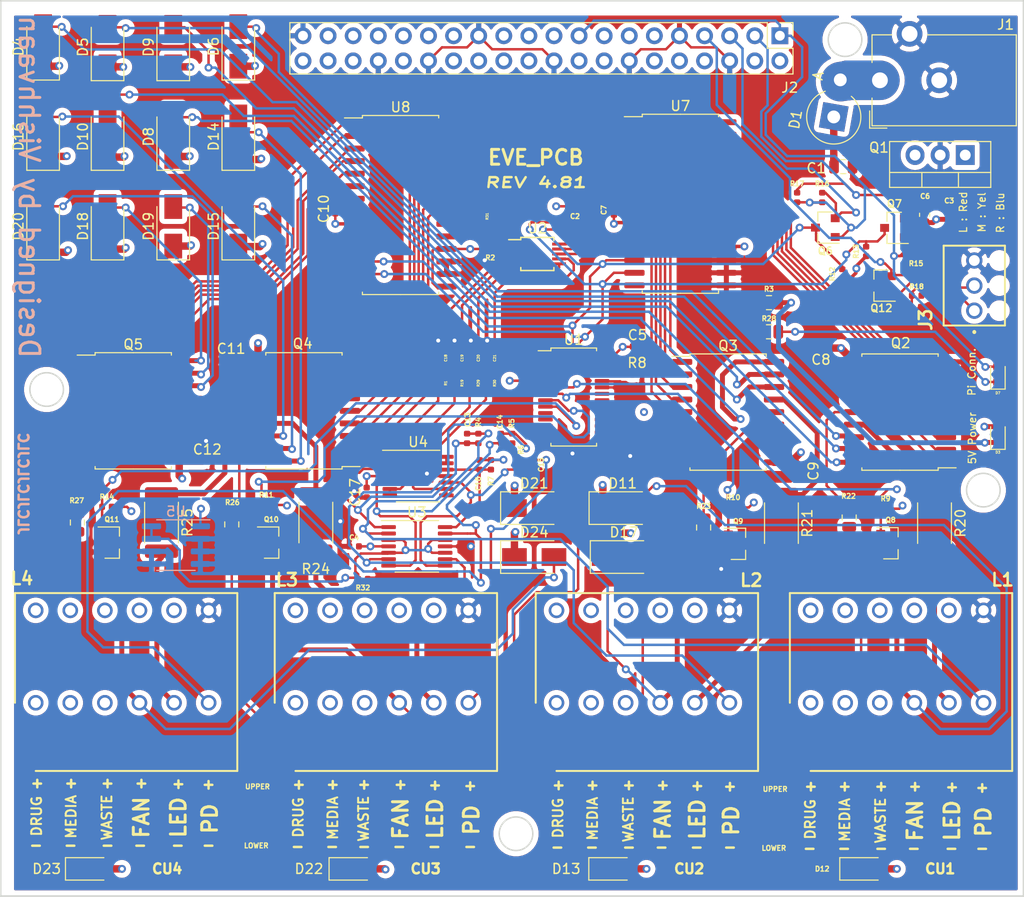
<source format=kicad_pcb>
(kicad_pcb (version 20171130) (host pcbnew 5.1.6)
  (layers (0 F.Cu signal) (1 In1.Cu power) (2 In2.Cu power) (31 B.Cu signal) (34 B.Paste user) (35 F.Paste user) (36 B.SilkS user) (37 F.SilkS user) (38 B.Mask user) (39 F.Mask user) (44 Edge.Cuts user))
  (net 0 "")
  (net 1 +12V)
  (net 2 GND)
  (net 3 +5V)
  (net 4 /DAC1/A_DRUGS1)
  (net 5 /DAC1/A_MEDIA1)
  (net 6 /DAC1/A_WASTE1)
  (net 7 /DAC1/A_DRUGS2)
  (net 8 /DAC1/A_MEDIA2)
  (net 9 /DAC1/A_WASTE2)
  (net 10 /DAC2/A_DRUGS3)
  (net 11 /DAC2/A_MEDIA3)
  (net 12 /DAC2/A_WASTE3)
  (net 13 /DAC2/A_DRUGS4)
  (net 14 /DAC2/A_MEDIA4)
  (net 15 /DAC2/A_WASTE4)
  (net 16 +3V3)
  (net 17 /SDA-3.3)
  (net 18 /SCL-3.3)
  (net 19 /DAC1/LED1_NEG)
  (net 20 /PD1_NEG)
  (net 21 /DAC1/LED2_NEG)
  (net 22 /PD2_NEG)
  (net 23 /PD3_NEG)
  (net 24 /DAC2/LED3_NEG)
  (net 25 /PD4_NEG)
  (net 26 /DAC2/LED4_NEG)
  (net 27 /DAC1/A_LED1)
  (net 28 /DAC1/D_LED1)
  (net 29 /DAC1/D_WASTE1)
  (net 30 /DAC1/D_MEDIA1)
  (net 31 /DAC1/D_DRUGS1)
  (net 32 /DAC1/D_DRUGS2)
  (net 33 /DAC1/D_MEDIA2)
  (net 34 /DAC1/D_WASTE2)
  (net 35 /DAC1/D_LED2)
  (net 36 /DAC1/A_LED2)
  (net 37 /DAC2/A_LED3)
  (net 38 /DAC2/D_LED3)
  (net 39 /DAC2/D_WASTE3)
  (net 40 /DAC2/D_MEDIA3)
  (net 41 /DAC2/D_DRUGS3)
  (net 42 /DAC2/D_DRUGS4)
  (net 43 /DAC2/D_MEDIA4)
  (net 44 /DAC2/D_WASTE4)
  (net 45 /DAC2/D_LED4)
  (net 46 /DAC2/A_LED4)
  (net 47 /AIN1)
  (net 48 /AIN2)
  (net 49 /AIN3)
  (net 50 /SCL)
  (net 51 /SDA)
  (net 52 "Net-(D22-Pad1)")
  (net 53 "Net-(D23-Pad1)")
  (net 54 /DAC1/D_IND1)
  (net 55 /DAC1/A_IND1)
  (net 56 /DAC1/A_IND2)
  (net 57 /DAC1/D_IND2)
  (net 58 /DAC2/D_IND3)
  (net 59 /DAC2/A_IND3)
  (net 60 /DAC2/A_IND4)
  (net 61 /DAC2/D_IND4)
  (net 62 "Net-(D1-Pad2)")
  (net 63 "Net-(D3-Pad1)")
  (net 64 "Net-(D12-Pad1)")
  (net 65 "Net-(D13-Pad1)")
  (net 66 "Net-(R2-Pad2)")
  (net 67 "Net-(D7-Pad1)")
  (net 68 /DAC1/FAN1_NEG)
  (net 69 /DAC1/FAN2_NEG)
  (net 70 /DAC2/FAN3_NEG)
  (net 71 /DAC2/FAN4_NEG)
  (net 72 /FAN1_PWM)
  (net 73 /FAN2_PWM)
  (net 74 "Net-(R8-Pad1)")
  (net 75 /FAN3_PWM)
  (net 76 /FAN4_PWM)
  (net 77 /TEMP_DA)
  (net 78 /TEMP_DA-3.3)
  (net 79 /AVF1)
  (net 80 /AVF2)
  (net 81 /AVF3)
  (net 82 /AVF4)
  (net 83 /AIN4)
  (net 84 /ALP1)
  (net 85 /ALP2)
  (net 86 /ALP3)
  (net 87 /ALP4)
  (net 88 "Net-(R31-Pad1)")
  (net 89 /VREF)
  (module Package_SO:SOIC-18W_7.5x11.6mm_P1.27mm (layer F.Cu) (at 161.163 75.692)
    (fp_text reference Q3 (at 0 -6.72) (layer F.SilkS))
    (fp_text value ULN2803ADWR)
    (pad 18 smd roundrect (at 4.65 -5.08) (size 2.05 0.6) (layers F.Cu F.Paste F.Mask) (net 7 /DAC1/A_DRUGS2))
    (pad 17 smd roundrect (at 4.65 -3.81) (size 2.05 0.6) (layers F.Cu F.Paste F.Mask) (net 8 /DAC1/A_MEDIA2))
    (pad 16 smd roundrect (at 4.65 -2.54) (size 2.05 0.6) (layers F.Cu F.Paste F.Mask) (net 9 /DAC1/A_WASTE2))
    (pad 15 smd roundrect (at 4.65 -1.27) (size 2.05 0.6) (layers F.Cu F.Paste F.Mask) (net 36 /DAC1/A_LED2))
    (pad 14 smd roundrect (at 4.65 0) (size 2.05 0.6) (layers F.Cu F.Paste F.Mask) (net 56 /DAC1/A_IND2))
    (pad 13 smd roundrect (at 4.65 1.27) (size 2.05 0.6) (layers F.Cu F.Paste F.Mask))
    (pad 12 smd roundrect (at 4.65 2.54) (size 2.05 0.6) (layers F.Cu F.Paste F.Mask))
    (pad 11 smd roundrect (at 4.65 3.81) (size 2.05 0.6) (layers F.Cu F.Paste F.Mask))
    (pad 10 smd roundrect (at 4.65 5.08) (size 2.05 0.6) (layers F.Cu F.Paste F.Mask) (net 1 +12V))
    (pad 9 smd roundrect (at -4.65 5.08) (size 2.05 0.6) (layers F.Cu F.Paste F.Mask) (net 2 GND))
    (pad 8 smd roundrect (at -4.65 3.81) (size 2.05 0.6) (layers F.Cu F.Paste F.Mask))
    (pad 7 smd roundrect (at -4.65 2.54) (size 2.05 0.6) (layers F.Cu F.Paste F.Mask))
    (pad 6 smd roundrect (at -4.65 1.27) (size 2.05 0.6) (layers F.Cu F.Paste F.Mask))
    (pad 5 smd roundrect (at -4.65 0) (size 2.05 0.6) (layers F.Cu F.Paste F.Mask) (net 57 /DAC1/D_IND2))
    (pad 4 smd roundrect (at -4.65 -1.27) (size 2.05 0.6) (layers F.Cu F.Paste F.Mask) (net 35 /DAC1/D_LED2))
    (pad 3 smd roundrect (at -4.65 -2.54) (size 2.05 0.6) (layers F.Cu F.Paste F.Mask) (net 34 /DAC1/D_WASTE2))
    (pad 2 smd roundrect (at -4.65 -3.81) (size 2.05 0.6) (layers F.Cu F.Paste F.Mask) (net 33 /DAC1/D_MEDIA2))
    (pad 1 smd roundrect (at -4.65 -5.08) (size 2.05 0.6) (layers F.Cu F.Paste F.Mask) (net 32 /DAC1/D_DRUGS2))
  )
  (module SamacSys_Parts:1841539 (layer F.Cu) (at 91.092346 105.11)
    (fp_text reference L4 (at -1.397 -12.573) (layer F.SilkS) (effects (font (size 1.27 1.27) (thickness 0.254))))
    (fp_text value "Pheonix 1841539" hide)
    (pad 12 thru_hole circle (at 17.5 -9.35) (size 1.575 1.575) (drill 1.05) (layers *.Cu *.Mask) (net 2 GND))
    (pad 6 thru_hole circle (at 17.5 0) (size 1.575 1.575) (drill 1.05) (layers *.Cu *.Mask) (net 25 /PD4_NEG))
    (pad 11 thru_hole circle (at 14 -9.35) (size 1.575 1.575) (drill 1.05) (layers *.Cu *.Mask) (net 1 +12V))
    (pad 5 thru_hole circle (at 14 0) (size 1.575 1.575) (drill 1.05) (layers *.Cu *.Mask) (net 26 /DAC2/LED4_NEG))
    (pad 10 thru_hole circle (at 10.5 -9.35) (size 1.575 1.575) (drill 1.05) (layers *.Cu *.Mask) (net 3 +5V))
    (pad 4 thru_hole circle (at 10.5 0) (size 1.575 1.575) (drill 1.05) (layers *.Cu *.Mask) (net 71 /DAC2/FAN4_NEG))
    (pad 9 thru_hole circle (at 7 -9.35) (size 1.575 1.575) (drill 1.05) (layers *.Cu *.Mask) (net 1 +12V))
    (pad 3 thru_hole circle (at 7 0) (size 1.575 1.575) (drill 1.05) (layers *.Cu *.Mask) (net 15 /DAC2/A_WASTE4))
    (pad 8 thru_hole circle (at 3.5 -9.35) (size 1.575 1.575) (drill 1.05) (layers *.Cu *.Mask) (net 1 +12V))
    (pad 2 thru_hole circle (at 3.5 0) (size 1.575 1.575) (drill 1.05) (layers *.Cu *.Mask) (net 14 /DAC2/A_MEDIA4))
    (pad 7 thru_hole circle (at 0 -9.35) (size 1.575 1.575) (drill 1.05) (layers *.Cu *.Mask) (net 1 +12V))
    (pad 1 thru_hole circle (at 0 0) (size 1.575 1.575) (drill 1.05) (layers *.Cu *.Mask) (net 13 /DAC2/A_DRUGS4))
  )
  (module Resistor_SMD:R_2512_6332Metric (layer F.Cu) (at 103.8225 86.868 270)
    (fp_text reference R25 (at 0 -2.62 90) (layer F.SilkS))
    (fp_text value 50Ω)
    (pad 2 smd roundrect (at 2.9 0 270) (size 1.35 3.35) (layers F.Cu F.Paste F.Mask) (roundrect_rratio 0.185185) (net 26 /DAC2/LED4_NEG))
    (pad 1 smd roundrect (at -2.9 0 270) (size 1.35 3.35) (layers F.Cu F.Paste F.Mask) (roundrect_rratio 0.185185) (net 46 /DAC2/A_LED4))
  )
  (module Resistor_SMD:R_2512_6332Metric (layer F.Cu) (at 119.4435 86.868 270)
    (fp_text reference R24 (at 4.699 0 180) (layer F.SilkS))
    (fp_text value 50Ω)
    (pad 2 smd roundrect (at 2.9 0 270) (size 1.35 3.35) (layers F.Cu F.Paste F.Mask) (roundrect_rratio 0.185185) (net 24 /DAC2/LED3_NEG))
    (pad 1 smd roundrect (at -2.9 0 270) (size 1.35 3.35) (layers F.Cu F.Paste F.Mask) (roundrect_rratio 0.185185) (net 37 /DAC2/A_LED3))
  )
  (module Resistor_SMD:R_2512_6332Metric (layer F.Cu) (at 166.5605 86.9315 270)
    (fp_text reference R21 (at 0 -2.62 90) (layer F.SilkS))
    (fp_text value 50Ω)
    (pad 2 smd roundrect (at 2.9 0 270) (size 1.35 3.35) (layers F.Cu F.Paste F.Mask) (roundrect_rratio 0.185185) (net 21 /DAC1/LED2_NEG))
    (pad 1 smd roundrect (at -2.9 0 270) (size 1.35 3.35) (layers F.Cu F.Paste F.Mask) (roundrect_rratio 0.185185) (net 36 /DAC1/A_LED2))
  )
  (module Resistor_SMD:R_2512_6332Metric (layer F.Cu) (at 182.0545 86.9315 270)
    (fp_text reference R20 (at 0 -2.62 90) (layer F.SilkS))
    (fp_text value 50Ω)
    (pad 2 smd roundrect (at 2.9 0 270) (size 1.35 3.35) (layers F.Cu F.Paste F.Mask) (roundrect_rratio 0.185185) (net 19 /DAC1/LED1_NEG))
    (pad 1 smd roundrect (at -2.9 0 270) (size 1.35 3.35) (layers F.Cu F.Paste F.Mask) (roundrect_rratio 0.185185) (net 27 /DAC1/A_LED1))
  )
  (module Resistor_SMD:R_0402_1005Metric (layer F.Cu) (at 168.148 53.975 90)
    (fp_text reference R17 (at 1.397 0 180) (layer F.SilkS) (effects (font (size 0.5 0.5) (thickness 0.125))))
    (fp_text value 10KΩ)
    (pad 2 smd roundrect (at 0.485 0 90) (size 0.59 0.64) (layers F.Cu F.Paste F.Mask) (net 17 /SDA-3.3))
    (pad 1 smd roundrect (at -0.485 0 90) (size 0.59 0.64) (layers F.Cu F.Paste F.Mask) (net 16 +3V3))
  )
  (module Resistor_SMD:R_0402_1005Metric (layer F.Cu) (at 170.688 53.975 90)
    (fp_text reference R16 (at 1.397 0 180) (layer F.SilkS) (effects (font (size 0.5 0.5) (thickness 0.125))))
    (fp_text value 10KΩ)
    (pad 2 smd roundrect (at 0.485 0 90) (size 0.59 0.64) (layers F.Cu F.Paste F.Mask) (net 18 /SCL-3.3))
    (pad 1 smd roundrect (at -0.485 0 90) (size 0.59 0.64) (layers F.Cu F.Paste F.Mask) (net 16 +3V3))
  )
  (module Resistor_SMD:R_0402_1005Metric (layer F.Cu) (at 175.133 59.436 270)
    (fp_text reference R13 (at 0 1.016 90) (layer F.SilkS) (effects (font (size 0.5 0.5) (thickness 0.125))))
    (fp_text value 10KΩ)
    (pad 2 smd roundrect (at 0.485 0 270) (size 0.59 0.64) (layers F.Cu F.Paste F.Mask) (net 3 +5V))
    (pad 1 smd roundrect (at -0.485 0 270) (size 0.59 0.64) (layers F.Cu F.Paste F.Mask) (net 51 /SDA))
  )
  (module Resistor_SMD:R_0402_1005Metric (layer F.Cu) (at 172.72 61.722 270)
    (fp_text reference R12 (at 0 1.016 90) (layer F.SilkS) (effects (font (size 0.5 0.5) (thickness 0.125))))
    (fp_text value 10KΩ)
    (pad 2 smd roundrect (at 0.485 0 270) (size 0.59 0.64) (layers F.Cu F.Paste F.Mask) (net 3 +5V))
    (pad 1 smd roundrect (at -0.485 0 270) (size 0.59 0.64) (layers F.Cu F.Paste F.Mask) (net 50 /SCL))
  )
  (module Connector_PinHeader_2.54mm:PinHeader_2x20_P2.54mm_Vertical (layer F.Cu) (at 166.403346 37.606769 270)
    (fp_text reference J2 (at 5.25 -1) (layer F.SilkS))
    (fp_text value "2x20 Male Header")
    (pad 40 thru_hole oval (at 2.54 48.26 270) (size 1.7 1.7) (drill 1) (layers *.Cu *.Mask))
    (pad 39 thru_hole oval (at 0 48.26 270) (size 1.7 1.7) (drill 1) (layers *.Cu *.Mask) (net 2 GND))
    (pad 38 thru_hole oval (at 2.54 45.72 270) (size 1.7 1.7) (drill 1) (layers *.Cu *.Mask))
    (pad 37 thru_hole oval (at 0 45.72 270) (size 1.7 1.7) (drill 1) (layers *.Cu *.Mask))
    (pad 36 thru_hole oval (at 2.54 43.18 270) (size 1.7 1.7) (drill 1) (layers *.Cu *.Mask))
    (pad 35 thru_hole oval (at 0 43.18 270) (size 1.7 1.7) (drill 1) (layers *.Cu *.Mask))
    (pad 34 thru_hole oval (at 2.54 40.64 270) (size 1.7 1.7) (drill 1) (layers *.Cu *.Mask) (net 2 GND))
    (pad 33 thru_hole oval (at 0 40.64 270) (size 1.7 1.7) (drill 1) (layers *.Cu *.Mask))
    (pad 32 thru_hole oval (at 2.54 38.1 270) (size 1.7 1.7) (drill 1) (layers *.Cu *.Mask))
    (pad 31 thru_hole oval (at 0 38.1 270) (size 1.7 1.7) (drill 1) (layers *.Cu *.Mask))
    (pad 30 thru_hole oval (at 2.54 35.56 270) (size 1.7 1.7) (drill 1) (layers *.Cu *.Mask) (net 2 GND))
    (pad 29 thru_hole oval (at 0 35.56 270) (size 1.7 1.7) (drill 1) (layers *.Cu *.Mask))
    (pad 28 thru_hole oval (at 2.54 33.02 270) (size 1.7 1.7) (drill 1) (layers *.Cu *.Mask))
    (pad 27 thru_hole oval (at 0 33.02 270) (size 1.7 1.7) (drill 1) (layers *.Cu *.Mask))
    (pad 26 thru_hole oval (at 2.54 30.48 270) (size 1.7 1.7) (drill 1) (layers *.Cu *.Mask))
    (pad 25 thru_hole oval (at 0 30.48 270) (size 1.7 1.7) (drill 1) (layers *.Cu *.Mask) (net 2 GND))
    (pad 24 thru_hole oval (at 2.54 27.94 270) (size 1.7 1.7) (drill 1) (layers *.Cu *.Mask))
    (pad 23 thru_hole oval (at 0 27.94 270) (size 1.7 1.7) (drill 1) (layers *.Cu *.Mask))
    (pad 22 thru_hole oval (at 2.54 25.4 270) (size 1.7 1.7) (drill 1) (layers *.Cu *.Mask))
    (pad 21 thru_hole oval (at 0 25.4 270) (size 1.7 1.7) (drill 1) (layers *.Cu *.Mask))
    (pad 20 thru_hole oval (at 2.54 22.86 270) (size 1.7 1.7) (drill 1) (layers *.Cu *.Mask) (net 2 GND))
    (pad 19 thru_hole oval (at 0 22.86 270) (size 1.7 1.7) (drill 1) (layers *.Cu *.Mask))
    (pad 18 thru_hole oval (at 2.54 20.32 270) (size 1.7 1.7) (drill 1) (layers *.Cu *.Mask))
    (pad 17 thru_hole oval (at 0 20.32 270) (size 1.7 1.7) (drill 1) (layers *.Cu *.Mask) (net 16 +3V3))
    (pad 16 thru_hole oval (at 2.54 17.78 270) (size 1.7 1.7) (drill 1) (layers *.Cu *.Mask))
    (pad 15 thru_hole oval (at 0 17.78 270) (size 1.7 1.7) (drill 1) (layers *.Cu *.Mask))
    (pad 14 thru_hole oval (at 2.54 15.24 270) (size 1.7 1.7) (drill 1) (layers *.Cu *.Mask) (net 2 GND))
    (pad 13 thru_hole oval (at 0 15.24 270) (size 1.7 1.7) (drill 1) (layers *.Cu *.Mask))
    (pad 12 thru_hole oval (at 2.54 12.7 270) (size 1.7 1.7) (drill 1) (layers *.Cu *.Mask))
    (pad 11 thru_hole oval (at 0 12.7 270) (size 1.7 1.7) (drill 1) (layers *.Cu *.Mask))
    (pad 10 thru_hole oval (at 2.54 10.16 270) (size 1.7 1.7) (drill 1) (layers *.Cu *.Mask))
    (pad 9 thru_hole oval (at 0 10.16 270) (size 1.7 1.7) (drill 1) (layers *.Cu *.Mask) (net 2 GND))
    (pad 8 thru_hole oval (at 2.54 7.62 270) (size 1.7 1.7) (drill 1) (layers *.Cu *.Mask))
    (pad 7 thru_hole oval (at 0 7.62 270) (size 1.7 1.7) (drill 1) (layers *.Cu *.Mask) (net 78 /TEMP_DA-3.3))
    (pad 6 thru_hole oval (at 2.54 5.08 270) (size 1.7 1.7) (drill 1) (layers *.Cu *.Mask) (net 2 GND))
    (pad 5 thru_hole oval (at 0 5.08 270) (size 1.7 1.7) (drill 1) (layers *.Cu *.Mask) (net 18 /SCL-3.3))
    (pad 4 thru_hole oval (at 2.54 2.54 270) (size 1.7 1.7) (drill 1) (layers *.Cu *.Mask))
    (pad 3 thru_hole oval (at 0 2.54 270) (size 1.7 1.7) (drill 1) (layers *.Cu *.Mask) (net 17 /SDA-3.3))
    (pad 2 thru_hole oval (at 2.54 0 270) (size 1.7 1.7) (drill 1) (layers *.Cu *.Mask))
    (pad 1 thru_hole rect (at 0 0 270) (size 1.7 1.7) (drill 1) (layers *.Cu *.Mask) (net 16 +3V3))
  )
  (module SamacSys_Parts:1841539 (layer F.Cu) (at 169.514846 105.11)
    (fp_text reference L1 (at 19.431 -12.446 unlocked) (layer F.SilkS) (effects (font (size 1.27 1.27) (thickness 0.254))))
    (fp_text value "Pheonix 1841539" hide)
    (pad 12 thru_hole circle (at 17.5 -9.35) (size 1.575 1.575) (drill 1.05) (layers *.Cu *.Mask) (net 2 GND))
    (pad 6 thru_hole circle (at 17.5 0) (size 1.575 1.575) (drill 1.05) (layers *.Cu *.Mask) (net 20 /PD1_NEG))
    (pad 11 thru_hole circle (at 14 -9.35) (size 1.575 1.575) (drill 1.05) (layers *.Cu *.Mask) (net 1 +12V))
    (pad 5 thru_hole circle (at 14 0) (size 1.575 1.575) (drill 1.05) (layers *.Cu *.Mask) (net 19 /DAC1/LED1_NEG))
    (pad 10 thru_hole circle (at 10.5 -9.35) (size 1.575 1.575) (drill 1.05) (layers *.Cu *.Mask) (net 3 +5V))
    (pad 4 thru_hole circle (at 10.5 0) (size 1.575 1.575) (drill 1.05) (layers *.Cu *.Mask) (net 68 /DAC1/FAN1_NEG))
    (pad 9 thru_hole circle (at 7 -9.35) (size 1.575 1.575) (drill 1.05) (layers *.Cu *.Mask) (net 1 +12V))
    (pad 3 thru_hole circle (at 7 0) (size 1.575 1.575) (drill 1.05) (layers *.Cu *.Mask) (net 6 /DAC1/A_WASTE1))
    (pad 8 thru_hole circle (at 3.5 -9.35) (size 1.575 1.575) (drill 1.05) (layers *.Cu *.Mask) (net 1 +12V))
    (pad 2 thru_hole circle (at 3.5 0) (size 1.575 1.575) (drill 1.05) (layers *.Cu *.Mask) (net 5 /DAC1/A_MEDIA1))
    (pad 7 thru_hole circle (at 0 -9.35) (size 1.575 1.575) (drill 1.05) (layers *.Cu *.Mask) (net 1 +12V))
    (pad 1 thru_hole circle (at 0 0) (size 1.575 1.575) (drill 1.05) (layers *.Cu *.Mask) (net 4 /DAC1/A_DRUGS1))
  )
  (module SamacSys_Parts:1841539 (layer F.Cu) (at 143.797346 105.11)
    (fp_text reference L2 (at 19.715154 -12.4) (layer F.SilkS) (effects (font (size 1.27 1.27) (thickness 0.254))))
    (fp_text value "Pheonix 1841539" hide)
    (pad 12 thru_hole circle (at 17.5 -9.35) (size 1.575 1.575) (drill 1.05) (layers *.Cu *.Mask) (net 2 GND))
    (pad 6 thru_hole circle (at 17.5 0) (size 1.575 1.575) (drill 1.05) (layers *.Cu *.Mask) (net 22 /PD2_NEG))
    (pad 11 thru_hole circle (at 14 -9.35) (size 1.575 1.575) (drill 1.05) (layers *.Cu *.Mask) (net 1 +12V))
    (pad 5 thru_hole circle (at 14 0) (size 1.575 1.575) (drill 1.05) (layers *.Cu *.Mask) (net 21 /DAC1/LED2_NEG))
    (pad 10 thru_hole circle (at 10.5 -9.35) (size 1.575 1.575) (drill 1.05) (layers *.Cu *.Mask) (net 3 +5V))
    (pad 4 thru_hole circle (at 10.5 0) (size 1.575 1.575) (drill 1.05) (layers *.Cu *.Mask) (net 69 /DAC1/FAN2_NEG))
    (pad 9 thru_hole circle (at 7 -9.35) (size 1.575 1.575) (drill 1.05) (layers *.Cu *.Mask) (net 1 +12V))
    (pad 3 thru_hole circle (at 7 0) (size 1.575 1.575) (drill 1.05) (layers *.Cu *.Mask) (net 9 /DAC1/A_WASTE2))
    (pad 8 thru_hole circle (at 3.5 -9.35) (size 1.575 1.575) (drill 1.05) (layers *.Cu *.Mask) (net 1 +12V))
    (pad 2 thru_hole circle (at 3.5 0) (size 1.575 1.575) (drill 1.05) (layers *.Cu *.Mask) (net 8 /DAC1/A_MEDIA2))
    (pad 7 thru_hole circle (at 0 -9.35) (size 1.575 1.575) (drill 1.05) (layers *.Cu *.Mask) (net 1 +12V))
    (pad 1 thru_hole circle (at 0 0) (size 1.575 1.575) (drill 1.05) (layers *.Cu *.Mask) (net 7 /DAC1/A_DRUGS2))
  )
  (module SamacSys_Parts:1841539 (layer F.Cu) (at 117.381346 105.11)
    (fp_text reference L3 (at -0.858846 -12.446) (layer F.SilkS) (effects (font (size 1.27 1.27) (thickness 0.254))))
    (fp_text value "Pheonix 1841539" hide)
    (pad 12 thru_hole circle (at 17.5 -9.35) (size 1.575 1.575) (drill 1.05) (layers *.Cu *.Mask) (net 2 GND))
    (pad 6 thru_hole circle (at 17.5 0) (size 1.575 1.575) (drill 1.05) (layers *.Cu *.Mask) (net 23 /PD3_NEG))
    (pad 11 thru_hole circle (at 14 -9.35) (size 1.575 1.575) (drill 1.05) (layers *.Cu *.Mask) (net 1 +12V))
    (pad 5 thru_hole circle (at 14 0) (size 1.575 1.575) (drill 1.05) (layers *.Cu *.Mask) (net 24 /DAC2/LED3_NEG))
    (pad 10 thru_hole circle (at 10.5 -9.35) (size 1.575 1.575) (drill 1.05) (layers *.Cu *.Mask) (net 3 +5V))
    (pad 4 thru_hole circle (at 10.5 0) (size 1.575 1.575) (drill 1.05) (layers *.Cu *.Mask) (net 70 /DAC2/FAN3_NEG))
    (pad 9 thru_hole circle (at 7 -9.35) (size 1.575 1.575) (drill 1.05) (layers *.Cu *.Mask) (net 1 +12V))
    (pad 3 thru_hole circle (at 7 0) (size 1.575 1.575) (drill 1.05) (layers *.Cu *.Mask) (net 12 /DAC2/A_WASTE3))
    (pad 8 thru_hole circle (at 3.5 -9.35) (size 1.575 1.575) (drill 1.05) (layers *.Cu *.Mask) (net 1 +12V))
    (pad 2 thru_hole circle (at 3.5 0) (size 1.575 1.575) (drill 1.05) (layers *.Cu *.Mask) (net 11 /DAC2/A_MEDIA3))
    (pad 7 thru_hole circle (at 0 -9.35) (size 1.575 1.575) (drill 1.05) (layers *.Cu *.Mask) (net 1 +12V))
    (pad 1 thru_hole circle (at 0 0) (size 1.575 1.575) (drill 1.05) (layers *.Cu *.Mask) (net 10 /DAC2/A_DRUGS3))
  )
  (module LED_SMD:LED_1206_3216Metric (layer F.Cu) (at 174.752 121.92)
    (fp_text reference D12 (at -4.064 0) (layer F.SilkS) (effects (font (size 0.5 0.5) (thickness 0.125))))
    (fp_text value 11-21/BHC-AQ2S1M/2T)
    (pad 1 smd roundrect (at -1.4 0) (size 1.25 1.75) (layers F.Cu F.Paste F.Mask) (roundrect_rratio 0.2) (net 64 "Net-(D12-Pad1)"))
    (pad 2 smd roundrect (at 1.4 0) (size 1.25 1.75) (layers F.Cu F.Paste F.Mask) (roundrect_rratio 0.2) (net 3 +5V))
  )
  (module LED_SMD:LED_1206_3216Metric (layer F.Cu) (at 149.352 121.92)
    (fp_text reference D13 (at -4.572 0) (layer F.SilkS))
    (fp_text value 11-21/BHC-AQ2S1M/2T)
    (pad 1 smd roundrect (at -1.4 0) (size 1.25 1.75) (layers F.Cu F.Paste F.Mask) (roundrect_rratio 0.2) (net 65 "Net-(D13-Pad1)"))
    (pad 2 smd roundrect (at 1.4 0) (size 1.25 1.75) (layers F.Cu F.Paste F.Mask) (roundrect_rratio 0.2) (net 3 +5V))
  )
  (module LED_SMD:LED_1206_3216Metric (layer F.Cu) (at 123.066 121.92)
    (fp_text reference D22 (at -4.318 0) (layer F.SilkS))
    (fp_text value 11-21/BHC-AQ2S1M/2T)
    (pad 2 smd roundrect (at 1.4 0) (size 1.25 1.75) (layers F.Cu F.Paste F.Mask) (roundrect_rratio 0.2) (net 3 +5V))
    (pad 1 smd roundrect (at -1.4 0) (size 1.25 1.75) (layers F.Cu F.Paste F.Mask) (roundrect_rratio 0.2) (net 52 "Net-(D22-Pad1)"))
  )
  (module LED_SMD:LED_1206_3216Metric (layer F.Cu) (at 96.39 121.92)
    (fp_text reference D23 (at -4.188 0) (layer F.SilkS))
    (fp_text value 11-21/BHC-AQ2S1M/2T)
    (pad 1 smd roundrect (at -1.4 0) (size 1.25 1.75) (layers F.Cu F.Paste F.Mask) (roundrect_rratio 0.2) (net 53 "Net-(D23-Pad1)"))
    (pad 2 smd roundrect (at 1.4 0) (size 1.25 1.75) (layers F.Cu F.Paste F.Mask) (roundrect_rratio 0.2) (net 3 +5V))
  )
  (module Capacitor_SMD:C_0805_2012Metric (layer F.Cu) (at 172.8216 50.8508)
    (fp_text reference C1 (at -2.7432 0.1524) (layer F.SilkS))
    (fp_text value 10μF)
    (pad 1 smd roundrect (at -0.9375 0) (size 0.975 1.4) (layers F.Cu F.Paste F.Mask) (net 1 +12V))
    (pad 2 smd roundrect (at 0.9375 0) (size 0.975 1.4) (layers F.Cu F.Paste F.Mask) (net 2 GND))
  )
  (module Diode_SMD:D_SMA (layer F.Cu) (at 91.842846 38.688269 90)
    (fp_text reference D4 (at 0 -2.5 90) (layer F.SilkS))
    (fp_text value B160-13-F)
    (pad 2 smd rect (at 2 0 90) (size 2.5 1.8) (layers F.Cu F.Paste F.Mask) (net 4 /DAC1/A_DRUGS1))
    (pad 1 smd rect (at -2 0 90) (size 2.5 1.8) (layers F.Cu F.Paste F.Mask) (net 1 +12V))
  )
  (module Diode_SMD:D_SMA (layer F.Cu) (at 98.363846 38.751769 90)
    (fp_text reference D5 (at 0 -2.5 90) (layer F.SilkS))
    (fp_text value B160-13-F)
    (pad 2 smd rect (at 2 0 90) (size 2.5 1.8) (layers F.Cu F.Paste F.Mask) (net 5 /DAC1/A_MEDIA1))
    (pad 1 smd rect (at -2 0 90) (size 2.5 1.8) (layers F.Cu F.Paste F.Mask) (net 1 +12V))
  )
  (module Diode_SMD:D_SMA (layer F.Cu) (at 111.596346 38.688269 90)
    (fp_text reference D6 (at 0 -2.5 90) (layer F.SilkS))
    (fp_text value B160-13-F)
    (pad 1 smd rect (at -2 0 90) (size 2.5 1.8) (layers F.Cu F.Paste F.Mask) (net 1 +12V))
    (pad 2 smd rect (at 2 0 90) (size 2.5 1.8) (layers F.Cu F.Paste F.Mask) (net 6 /DAC1/A_WASTE1))
  )
  (module Diode_SMD:D_SMA (layer F.Cu) (at 105.011846 47.821769 90)
    (fp_text reference D8 (at 0 -2.5 90) (layer F.SilkS))
    (fp_text value B160-13-F)
    (pad 1 smd rect (at -2 0 90) (size 2.5 1.8) (layers F.Cu F.Paste F.Mask) (net 1 +12V))
    (pad 2 smd rect (at 2 0 90) (size 2.5 1.8) (layers F.Cu F.Paste F.Mask) (net 7 /DAC1/A_DRUGS2))
  )
  (module Diode_SMD:D_SMA (layer F.Cu) (at 105.011846 38.751769 90)
    (fp_text reference D9 (at 0 -2.5 90) (layer F.SilkS))
    (fp_text value B160-13-F)
    (pad 1 smd rect (at -2 0 90) (size 2.5 1.8) (layers F.Cu F.Paste F.Mask) (net 1 +12V))
    (pad 2 smd rect (at 2 0 90) (size 2.5 1.8) (layers F.Cu F.Paste F.Mask) (net 8 /DAC1/A_MEDIA2))
  )
  (module Diode_SMD:D_SMA (layer F.Cu) (at 98.363846 47.821769 90)
    (fp_text reference D10 (at 0 -2.5 90) (layer F.SilkS))
    (fp_text value B160-13-F)
    (pad 2 smd rect (at 2 0 90) (size 2.5 1.8) (layers F.Cu F.Paste F.Mask) (net 9 /DAC1/A_WASTE2))
    (pad 1 smd rect (at -2 0 90) (size 2.5 1.8) (layers F.Cu F.Paste F.Mask) (net 1 +12V))
  )
  (module Diode_SMD:D_SMA (layer F.Cu) (at 111.596346 47.821769 90)
    (fp_text reference D14 (at 0 -2.5 90) (layer F.SilkS))
    (fp_text value B160-13-F)
    (pad 2 smd rect (at 2 0 90) (size 2.5 1.8) (layers F.Cu F.Paste F.Mask) (net 10 /DAC2/A_DRUGS3))
    (pad 1 smd rect (at -2 0 90) (size 2.5 1.8) (layers F.Cu F.Paste F.Mask) (net 1 +12V))
  )
  (module Diode_SMD:D_SMA (layer F.Cu) (at 111.596346 56.891769 90)
    (fp_text reference D15 (at 0 -2.5 90) (layer F.SilkS))
    (fp_text value B160-13-F)
    (pad 1 smd rect (at -2 0 90) (size 2.5 1.8) (layers F.Cu F.Paste F.Mask) (net 1 +12V))
    (pad 2 smd rect (at 2 0 90) (size 2.5 1.8) (layers F.Cu F.Paste F.Mask) (net 11 /DAC2/A_MEDIA3))
  )
  (module Diode_SMD:D_SMA (layer F.Cu) (at 91.842846 47.821769 90)
    (fp_text reference D16 (at 0 -2.5 90) (layer F.SilkS))
    (fp_text value B160-13-F)
    (pad 2 smd rect (at 2 0 90) (size 2.5 1.8) (layers F.Cu F.Paste F.Mask) (net 12 /DAC2/A_WASTE3))
    (pad 1 smd rect (at -2 0 90) (size 2.5 1.8) (layers F.Cu F.Paste F.Mask) (net 1 +12V))
  )
  (module Diode_SMD:D_SMA (layer F.Cu) (at 98.363846 56.891769 90)
    (fp_text reference D18 (at 0 -2.5 90) (layer F.SilkS))
    (fp_text value B160-13-F)
    (pad 2 smd rect (at 2 0 90) (size 2.5 1.8) (layers F.Cu F.Paste F.Mask) (net 13 /DAC2/A_DRUGS4))
    (pad 1 smd rect (at -2 0 90) (size 2.5 1.8) (layers F.Cu F.Paste F.Mask) (net 1 +12V))
  )
  (module Diode_SMD:D_SMA (layer F.Cu) (at 105.011846 56.891769 90)
    (fp_text reference D19 (at 0 -2.5 90) (layer F.SilkS))
    (fp_text value B160-13-F)
    (pad 1 smd rect (at -2 0 90) (size 2.5 1.8) (layers F.Cu F.Paste F.Mask) (net 1 +12V))
    (pad 2 smd rect (at 2 0 90) (size 2.5 1.8) (layers F.Cu F.Paste F.Mask) (net 14 /DAC2/A_MEDIA4))
  )
  (module Diode_SMD:D_SMA (layer F.Cu) (at 91.842846 56.891769 90)
    (fp_text reference D20 (at 0 -2.5 90) (layer F.SilkS))
    (fp_text value B160-13-F)
    (pad 2 smd rect (at 2 0 90) (size 2.5 1.8) (layers F.Cu F.Paste F.Mask) (net 15 /DAC2/A_WASTE4))
    (pad 1 smd rect (at -2 0 90) (size 2.5 1.8) (layers F.Cu F.Paste F.Mask) (net 1 +12V))
  )
  (module Connector_BarrelJack:BarrelJack_CUI_PJ-102AH_Horizontal (layer F.Cu) (at 176.53 42.1132 90)
    (fp_text reference J1 (at 5.6388 12.717454) (layer F.SilkS))
    (fp_text value PJ-102AH)
    (pad 1 thru_hole rect (at 0 0 90) (size 2.6 2.6) (drill 1.6) (layers *.Cu *.Mask) (net 62 "Net-(D1-Pad2)"))
    (pad 2 thru_hole circle (at 0 6 90) (size 2.6 2.6) (drill 1.6) (layers *.Cu *.Mask) (net 2 GND))
    (pad 3 thru_hole circle (at 4.7 3 90) (size 2.6 2.6) (drill 1.6) (layers *.Cu *.Mask) (net 2 GND))
  )
  (module Resistor_SMD:R_0402_1005Metric (layer F.Cu) (at 135.89 78.359 90)
    (fp_text reference R4 (at 1.651 0 90) (layer F.SilkS) (effects (font (size 0.5 0.5) (thickness 0.125))))
    (fp_text value 499KΩ)
    (pad 1 smd roundrect (at -0.485 0 90) (size 0.59 0.64) (layers F.Cu F.Paste F.Mask) (net 79 /AVF1))
    (pad 2 smd roundrect (at 0.485 0 90) (size 0.59 0.64) (layers F.Cu F.Paste F.Mask) (net 20 /PD1_NEG))
  )
  (module Resistor_SMD:R_0402_1005Metric (layer F.Cu) (at 139.319 78.359 90)
    (fp_text reference R5 (at 1.524 -0.0508 90) (layer F.SilkS) (effects (font (size 0.5 0.5) (thickness 0.125))))
    (fp_text value 499KΩ)
    (pad 2 smd roundrect (at 0.485 0 90) (size 0.59 0.64) (layers F.Cu F.Paste F.Mask) (net 22 /PD2_NEG))
    (pad 1 smd roundrect (at -0.485 0 90) (size 0.59 0.64) (layers F.Cu F.Paste F.Mask) (net 80 /AVF2))
  )
  (module Resistor_SMD:R_0402_1005Metric (layer F.Cu) (at 140.081 81.026 90)
    (fp_text reference R6 (at 1.524 0.127 90) (layer F.SilkS) (effects (font (size 0.5 0.5) (thickness 0.125))))
    (fp_text value 499KΩ)
    (pad 1 smd roundrect (at -0.485 0 90) (size 0.59 0.64) (layers F.Cu F.Paste F.Mask) (net 81 /AVF3))
    (pad 2 smd roundrect (at 0.485 0 90) (size 0.59 0.64) (layers F.Cu F.Paste F.Mask) (net 23 /PD3_NEG))
  )
  (module Resistor_SMD:R_0402_1005Metric (layer F.Cu) (at 137.16 81.026 90)
    (fp_text reference R7 (at -1.651 0 90) (layer F.SilkS) (effects (font (size 0.5 0.5) (thickness 0.125))))
    (fp_text value 499KΩ)
    (pad 2 smd roundrect (at 0.485 0 90) (size 0.59 0.64) (layers F.Cu F.Paste F.Mask) (net 25 /PD4_NEG))
    (pad 1 smd roundrect (at -0.485 0 90) (size 0.59 0.64) (layers F.Cu F.Paste F.Mask) (net 82 /AVF4))
  )
  (module Resistor_SMD:R_0402_1005Metric (layer F.Cu) (at 137.0965 59.182)
    (fp_text reference R2 (at 0 0.889) (layer F.SilkS) (effects (font (size 0.5 0.5) (thickness 0.125))))
    (fp_text value 10KΩ)
    (pad 1 smd roundrect (at -0.485 0) (size 0.59 0.64) (layers F.Cu F.Paste F.Mask) (net 3 +5V))
    (pad 2 smd roundrect (at 0.485 0) (size 0.59 0.64) (layers F.Cu F.Paste F.Mask) (net 66 "Net-(R2-Pad2)"))
  )
  (module Package_SO:SOIC-18W_7.5x11.6mm_P1.27mm (layer F.Cu) (at 178.562 75.692 180)
    (fp_text reference Q2 (at -0.0635 6.985) (layer F.SilkS))
    (fp_text value ULN2803ADWR)
    (pad 1 smd roundrect (at -4.65 -5.08 180) (size 2.05 0.6) (layers F.Cu F.Paste F.Mask) (net 31 /DAC1/D_DRUGS1))
    (pad 2 smd roundrect (at -4.65 -3.81 180) (size 2.05 0.6) (layers F.Cu F.Paste F.Mask) (net 30 /DAC1/D_MEDIA1))
    (pad 3 smd roundrect (at -4.65 -2.54 180) (size 2.05 0.6) (layers F.Cu F.Paste F.Mask) (net 29 /DAC1/D_WASTE1))
    (pad 4 smd roundrect (at -4.65 -1.27 180) (size 2.05 0.6) (layers F.Cu F.Paste F.Mask) (net 28 /DAC1/D_LED1))
    (pad 5 smd roundrect (at -4.65 0 180) (size 2.05 0.6) (layers F.Cu F.Paste F.Mask) (net 54 /DAC1/D_IND1))
    (pad 6 smd roundrect (at -4.65 1.27 180) (size 2.05 0.6) (layers F.Cu F.Paste F.Mask))
    (pad 7 smd roundrect (at -4.65 2.54 180) (size 2.05 0.6) (layers F.Cu F.Paste F.Mask))
    (pad 8 smd roundrect (at -4.65 3.81 180) (size 2.05 0.6) (layers F.Cu F.Paste F.Mask))
    (pad 9 smd roundrect (at -4.65 5.08 180) (size 2.05 0.6) (layers F.Cu F.Paste F.Mask) (net 2 GND))
    (pad 10 smd roundrect (at 4.65 5.08 180) (size 2.05 0.6) (layers F.Cu F.Paste F.Mask) (net 1 +12V))
    (pad 11 smd roundrect (at 4.65 3.81 180) (size 2.05 0.6) (layers F.Cu F.Paste F.Mask))
    (pad 12 smd roundrect (at 4.65 2.54 180) (size 2.05 0.6) (layers F.Cu F.Paste F.Mask))
    (pad 13 smd roundrect (at 4.65 1.27 180) (size 2.05 0.6) (layers F.Cu F.Paste F.Mask))
    (pad 14 smd roundrect (at 4.65 0 180) (size 2.05 0.6) (layers F.Cu F.Paste F.Mask) (net 55 /DAC1/A_IND1))
    (pad 15 smd roundrect (at 4.65 -1.27 180) (size 2.05 0.6) (layers F.Cu F.Paste F.Mask) (net 27 /DAC1/A_LED1))
    (pad 16 smd roundrect (at 4.65 -2.54 180) (size 2.05 0.6) (layers F.Cu F.Paste F.Mask) (net 6 /DAC1/A_WASTE1))
    (pad 17 smd roundrect (at 4.65 -3.81 180) (size 2.05 0.6) (layers F.Cu F.Paste F.Mask) (net 5 /DAC1/A_MEDIA1))
    (pad 18 smd roundrect (at 4.65 -5.08 180) (size 2.05 0.6) (layers F.Cu F.Paste F.Mask) (net 4 /DAC1/A_DRUGS1))
  )
  (module Package_SO:SOIC-18W_7.5x11.6mm_P1.27mm (layer F.Cu) (at 118.237 75.565 180)
    (fp_text reference Q4 (at 0.127 6.7945) (layer F.SilkS))
    (fp_text value ULN2803ADWR)
    (pad 1 smd roundrect (at -4.65 -5.08 180) (size 2.05 0.6) (layers F.Cu F.Paste F.Mask) (net 41 /DAC2/D_DRUGS3))
    (pad 2 smd roundrect (at -4.65 -3.81 180) (size 2.05 0.6) (layers F.Cu F.Paste F.Mask) (net 40 /DAC2/D_MEDIA3))
    (pad 3 smd roundrect (at -4.65 -2.54 180) (size 2.05 0.6) (layers F.Cu F.Paste F.Mask) (net 39 /DAC2/D_WASTE3))
    (pad 4 smd roundrect (at -4.65 -1.27 180) (size 2.05 0.6) (layers F.Cu F.Paste F.Mask) (net 38 /DAC2/D_LED3))
    (pad 5 smd roundrect (at -4.65 0 180) (size 2.05 0.6) (layers F.Cu F.Paste F.Mask) (net 58 /DAC2/D_IND3))
    (pad 6 smd roundrect (at -4.65 1.27 180) (size 2.05 0.6) (layers F.Cu F.Paste F.Mask))
    (pad 7 smd roundrect (at -4.65 2.54 180) (size 2.05 0.6) (layers F.Cu F.Paste F.Mask))
    (pad 8 smd roundrect (at -4.65 3.81 180) (size 2.05 0.6) (layers F.Cu F.Paste F.Mask))
    (pad 9 smd roundrect (at -4.65 5.08 180) (size 2.05 0.6) (layers F.Cu F.Paste F.Mask) (net 2 GND))
    (pad 10 smd roundrect (at 4.65 5.08 180) (size 2.05 0.6) (layers F.Cu F.Paste F.Mask) (net 1 +12V))
    (pad 11 smd roundrect (at 4.65 3.81 180) (size 2.05 0.6) (layers F.Cu F.Paste F.Mask))
    (pad 12 smd roundrect (at 4.65 2.54 180) (size 2.05 0.6) (layers F.Cu F.Paste F.Mask))
    (pad 13 smd roundrect (at 4.65 1.27 180) (size 2.05 0.6) (layers F.Cu F.Paste F.Mask))
    (pad 14 smd roundrect (at 4.65 0 180) (size 2.05 0.6) (layers F.Cu F.Paste F.Mask) (net 59 /DAC2/A_IND3))
    (pad 15 smd roundrect (at 4.65 -1.27 180) (size 2.05 0.6) (layers F.Cu F.Paste F.Mask) (net 37 /DAC2/A_LED3))
    (pad 16 smd roundrect (at 4.65 -2.54 180) (size 2.05 0.6) (layers F.Cu F.Paste F.Mask) (net 12 /DAC2/A_WASTE3))
    (pad 17 smd roundrect (at 4.65 -3.81 180) (size 2.05 0.6) (layers F.Cu F.Paste F.Mask) (net 11 /DAC2/A_MEDIA3))
    (pad 18 smd roundrect (at 4.65 -5.08 180) (size 2.05 0.6) (layers F.Cu F.Paste F.Mask) (net 10 /DAC2/A_DRUGS3))
  )
  (module Package_SO:SOIC-18W_7.5x11.6mm_P1.27mm (layer F.Cu) (at 100.965 75.565)
    (fp_text reference Q5 (at 0 -6.72) (layer F.SilkS))
    (fp_text value ULN2803ADWR)
    (pad 18 smd roundrect (at 4.65 -5.08) (size 2.05 0.6) (layers F.Cu F.Paste F.Mask) (net 13 /DAC2/A_DRUGS4))
    (pad 17 smd roundrect (at 4.65 -3.81) (size 2.05 0.6) (layers F.Cu F.Paste F.Mask) (net 14 /DAC2/A_MEDIA4))
    (pad 16 smd roundrect (at 4.65 -2.54) (size 2.05 0.6) (layers F.Cu F.Paste F.Mask) (net 15 /DAC2/A_WASTE4))
    (pad 15 smd roundrect (at 4.65 -1.27) (size 2.05 0.6) (layers F.Cu F.Paste F.Mask) (net 46 /DAC2/A_LED4))
    (pad 14 smd roundrect (at 4.65 0) (size 2.05 0.6) (layers F.Cu F.Paste F.Mask) (net 60 /DAC2/A_IND4))
    (pad 13 smd roundrect (at 4.65 1.27) (size 2.05 0.6) (layers F.Cu F.Paste F.Mask))
    (pad 12 smd roundrect (at 4.65 2.54) (size 2.05 0.6) (layers F.Cu F.Paste F.Mask))
    (pad 11 smd roundrect (at 4.65 3.81) (size 2.05 0.6) (layers F.Cu F.Paste F.Mask))
    (pad 10 smd roundrect (at 4.65 5.08) (size 2.05 0.6) (layers F.Cu F.Paste F.Mask) (net 1 +12V))
    (pad 9 smd roundrect (at -4.65 5.08) (size 2.05 0.6) (layers F.Cu F.Paste F.Mask) (net 2 GND))
    (pad 8 smd roundrect (at -4.65 3.81) (size 2.05 0.6) (layers F.Cu F.Paste F.Mask))
    (pad 7 smd roundrect (at -4.65 2.54) (size 2.05 0.6) (layers F.Cu F.Paste F.Mask))
    (pad 6 smd roundrect (at -4.65 1.27) (size 2.05 0.6) (layers F.Cu F.Paste F.Mask))
    (pad 5 smd roundrect (at -4.65 0) (size 2.05 0.6) (layers F.Cu F.Paste F.Mask) (net 61 /DAC2/D_IND4))
    (pad 4 smd roundrect (at -4.65 -1.27) (size 2.05 0.6) (layers F.Cu F.Paste F.Mask) (net 45 /DAC2/D_LED4))
    (pad 3 smd roundrect (at -4.65 -2.54) (size 2.05 0.6) (layers F.Cu F.Paste F.Mask) (net 44 /DAC2/D_WASTE4))
    (pad 2 smd roundrect (at -4.65 -3.81) (size 2.05 0.6) (layers F.Cu F.Paste F.Mask) (net 43 /DAC2/D_MEDIA4))
    (pad 1 smd roundrect (at -4.65 -5.08) (size 2.05 0.6) (layers F.Cu F.Paste F.Mask) (net 42 /DAC2/D_DRUGS4))
  )
  (module Package_TO_SOT_THT:TO-220-3_Vertical (layer F.Cu) (at 185.166 49.6824 180)
    (fp_text reference Q1 (at 8.7376 0.762) (layer F.SilkS))
    (fp_text value UA7805CKCT)
    (pad 1 thru_hole rect (at 0 0 180) (size 1.905 2) (drill 1.1) (layers *.Cu *.Mask) (net 1 +12V))
    (pad 2 thru_hole oval (at 2.54 0 180) (size 1.905 2) (drill 1.1) (layers *.Cu *.Mask) (net 2 GND))
    (pad 3 thru_hole oval (at 5.08 0 180) (size 1.905 2) (drill 1.1) (layers *.Cu *.Mask) (net 3 +5V))
  )
  (module LED_SMD:LED_0603_1608Metric (layer F.Cu) (at 188.468 77.978 90)
    (fp_text reference D3 (at -1.778 0) (layer F.SilkS) (effects (font (size 0.25 0.25) (thickness 0.0625))))
    (fp_text value 19-217/GHC-YR1S2/3T)
    (pad 2 smd roundrect (at 0.7875 0 90) (size 0.875 0.95) (layers F.Cu F.Paste F.Mask) (net 3 +5V))
    (pad 1 smd roundrect (at -0.7875 0 90) (size 0.875 0.95) (layers F.Cu F.Paste F.Mask) (net 63 "Net-(D3-Pad1)"))
  )
  (module Resistor_SMD:R_0805_2012Metric (layer F.Cu) (at 165.3032 64.6176 180)
    (fp_text reference R3 (at 0 1.3716) (layer F.SilkS) (effects (font (size 0.5 0.5) (thickness 0.125))))
    (fp_text value 169Ω)
    (pad 1 smd roundrect (at -0.9375 0 180) (size 0.975 1.4) (layers F.Cu F.Paste F.Mask) (net 63 "Net-(D3-Pad1)"))
    (pad 2 smd roundrect (at 0.9375 0 180) (size 0.975 1.4) (layers F.Cu F.Paste F.Mask) (net 2 GND))
  )
  (module LED_SMD:LED_0603_1608Metric (layer F.Cu) (at 188.468 71.882 90)
    (fp_text reference D7 (at -1.8796 0 180) (layer F.SilkS) (effects (font (size 0.25 0.25) (thickness 0.0625))))
    (fp_text value 19-213/Y2C-CQ2R2L/3T)
    (pad 1 smd roundrect (at -0.7875 0 90) (size 0.875 0.95) (layers F.Cu F.Paste F.Mask) (net 67 "Net-(D7-Pad1)"))
    (pad 2 smd roundrect (at 0.7875 0 90) (size 0.875 0.95) (layers F.Cu F.Paste F.Mask) (net 16 +3V3))
  )
  (module Resistor_SMD:R_0805_2012Metric (layer F.Cu) (at 165.3032 67.564 180)
    (fp_text reference R28 (at 0 1.3335) (layer F.SilkS) (effects (font (size 0.5 0.5) (thickness 0.125))))
    (fp_text value 80Ω)
    (pad 1 smd roundrect (at -0.9375 0 180) (size 0.975 1.4) (layers F.Cu F.Paste F.Mask) (net 67 "Net-(D7-Pad1)"))
    (pad 2 smd roundrect (at 0.9375 0 180) (size 0.975 1.4) (layers F.Cu F.Paste F.Mask) (net 2 GND))
  )
  (module Capacitor_SMD:C_0402_1005Metric (layer F.Cu) (at 145.669 54.864)
    (fp_text reference C2 (at 0 1.016) (layer F.SilkS) (effects (font (size 0.5 0.5) (thickness 0.125))))
    (fp_text value 0.1μF)
    (pad 2 smd roundrect (at 0.485 0) (size 0.59 0.64) (layers F.Cu F.Paste F.Mask) (net 2 GND))
    (pad 1 smd roundrect (at -0.485 0) (size 0.59 0.64) (layers F.Cu F.Paste F.Mask) (net 3 +5V))
  )
  (module Capacitor_SMD:C_0402_1005Metric (layer F.Cu) (at 183.5404 55.6768 90)
    (fp_text reference C3 (at 1.3716 0) (layer F.SilkS) (effects (font (size 0.5 0.5) (thickness 0.125))))
    (fp_text value 0.1μF)
    (pad 1 smd roundrect (at -0.485 0 90) (size 0.59 0.64) (layers F.Cu F.Paste F.Mask) (net 3 +5V))
    (pad 2 smd roundrect (at 0.485 0 90) (size 0.59 0.64) (layers F.Cu F.Paste F.Mask) (net 2 GND))
  )
  (module Capacitor_SMD:C_0402_1005Metric (layer F.Cu) (at 123.317 89.281)
    (fp_text reference C4 (at 0 -0.889) (layer F.SilkS) (effects (font (size 0.5 0.5) (thickness 0.125))))
    (fp_text value 0.1μF)
    (pad 2 smd roundrect (at 0.485 0) (size 0.59 0.64) (layers F.Cu F.Paste F.Mask) (net 3 +5V))
    (pad 1 smd roundrect (at -0.485 0) (size 0.59 0.64) (layers F.Cu F.Paste F.Mask) (net 2 GND))
  )
  (module Capacitor_SMD:C_0402_1005Metric (layer F.Cu) (at 149.606 55.245 90)
    (fp_text reference C7 (at 0 -1.016 90) (layer F.SilkS) (effects (font (size 0.5 0.5) (thickness 0.125))))
    (fp_text value 0.1μF)
    (pad 1 smd roundrect (at -0.485 0 90) (size 0.59 0.64) (layers F.Cu F.Paste F.Mask) (net 3 +5V))
    (pad 2 smd roundrect (at 0.485 0 90) (size 0.59 0.64) (layers F.Cu F.Paste F.Mask) (net 2 GND))
  )
  (module Capacitor_SMD:C_0402_1005Metric (layer F.Cu) (at 170.561 69.215 180)
    (fp_text reference C8 (at 0 -1.17) (layer F.SilkS))
    (fp_text value 0.1μF)
    (pad 2 smd roundrect (at 0.485 0 180) (size 0.59 0.64) (layers F.Cu F.Paste F.Mask) (net 2 GND))
    (pad 1 smd roundrect (at -0.485 0 180) (size 0.59 0.64) (layers F.Cu F.Paste F.Mask) (net 1 +12V))
  )
  (module Capacitor_SMD:C_0402_1005Metric (layer F.Cu) (at 168.402 81.661 270)
    (fp_text reference C9 (at 0 -1.397 270) (layer F.SilkS))
    (fp_text value 0.1μF)
    (pad 1 smd roundrect (at -0.485 0 270) (size 0.59 0.64) (layers F.Cu F.Paste F.Mask) (net 1 +12V))
    (pad 2 smd roundrect (at 0.485 0 270) (size 0.59 0.64) (layers F.Cu F.Paste F.Mask) (net 2 GND))
  )
  (module Capacitor_SMD:C_0402_1005Metric (layer F.Cu) (at 121.412 55.118 90)
    (fp_text reference C10 (at 0 -1.17 90) (layer F.SilkS))
    (fp_text value 0.1μF)
    (pad 1 smd roundrect (at -0.485 0 90) (size 0.59 0.64) (layers F.Cu F.Paste F.Mask) (net 3 +5V))
    (pad 2 smd roundrect (at 0.485 0 90) (size 0.59 0.64) (layers F.Cu F.Paste F.Mask) (net 2 GND))
  )
  (module Capacitor_SMD:C_0402_1005Metric (layer F.Cu) (at 110.871 70.485 180)
    (fp_text reference C11 (at 0 1.2065) (layer F.SilkS))
    (fp_text value 0.1μF)
    (pad 2 smd roundrect (at 0.485 0 180) (size 0.59 0.64) (layers F.Cu F.Paste F.Mask) (net 2 GND))
    (pad 1 smd roundrect (at -0.485 0 180) (size 0.59 0.64) (layers F.Cu F.Paste F.Mask) (net 1 +12V))
  )
  (module Capacitor_SMD:C_0402_1005Metric (layer F.Cu) (at 108.458 80.645)
    (fp_text reference C12 (at 0 -1.17) (layer F.SilkS))
    (fp_text value 0.1μF)
    (pad 1 smd roundrect (at -0.485 0) (size 0.59 0.64) (layers F.Cu F.Paste F.Mask) (net 1 +12V))
    (pad 2 smd roundrect (at 0.485 0) (size 0.59 0.64) (layers F.Cu F.Paste F.Mask) (net 2 GND))
  )
  (module Resistor_SMD:R_0805_2012Metric (layer F.Cu) (at 173.4185 86.36 270)
    (fp_text reference R22 (at -2.159 0.0635 180) (layer F.SilkS) (effects (font (size 0.5 0.5) (thickness 0.125))))
    (fp_text value 80Ω)
    (pad 2 smd roundrect (at 0.9375 0 270) (size 0.975 1.4) (layers F.Cu F.Paste F.Mask) (net 64 "Net-(D12-Pad1)"))
    (pad 1 smd roundrect (at -0.9375 0 270) (size 0.975 1.4) (layers F.Cu F.Paste F.Mask) (net 55 /DAC1/A_IND1))
  )
  (module Resistor_SMD:R_0805_2012Metric (layer F.Cu) (at 158.6865 87.376 270)
    (fp_text reference R23 (at -2.159 0 180) (layer F.SilkS) (effects (font (size 0.5 0.5) (thickness 0.125))))
    (fp_text value 80Ω)
    (pad 1 smd roundrect (at -0.9375 0 270) (size 0.975 1.4) (layers F.Cu F.Paste F.Mask) (net 56 /DAC1/A_IND2))
    (pad 2 smd roundrect (at 0.9375 0 270) (size 0.975 1.4) (layers F.Cu F.Paste F.Mask) (net 65 "Net-(D13-Pad1)"))
  )
  (module Resistor_SMD:R_0805_2012Metric (layer F.Cu) (at 110.9345 87.0585 270)
    (fp_text reference R26 (at -2.2225 -0.0635 180) (layer F.SilkS) (effects (font (size 0.5 0.5) (thickness 0.125))))
    (fp_text value 80Ω)
    (pad 1 smd roundrect (at -0.9375 0 270) (size 0.975 1.4) (layers F.Cu F.Paste F.Mask) (net 59 /DAC2/A_IND3))
    (pad 2 smd roundrect (at 0.9375 0 270) (size 0.975 1.4) (layers F.Cu F.Paste F.Mask) (net 52 "Net-(D22-Pad1)"))
  )
  (module Resistor_SMD:R_0805_2012Metric (layer F.Cu) (at 95.3135 86.868 270)
    (fp_text reference R27 (at -2.2225 0.0635 180) (layer F.SilkS) (effects (font (size 0.5 0.5) (thickness 0.125))))
    (fp_text value 80Ω)
    (pad 2 smd roundrect (at 0.9375 0 270) (size 0.975 1.4) (layers F.Cu F.Paste F.Mask) (net 53 "Net-(D23-Pad1)"))
    (pad 1 smd roundrect (at -0.9375 0 270) (size 0.975 1.4) (layers F.Cu F.Paste F.Mask) (net 60 /DAC2/A_IND4))
  )
  (module Capacitor_SMD:C_0402_1005Metric (layer F.Cu) (at 151.9936 69.0626)
    (fp_text reference C5 (at 0 -1.1684) (layer F.SilkS))
    (fp_text value 0.1μF)
    (pad 1 smd roundrect (at -0.485 0) (size 0.59 0.64) (layers F.Cu F.Paste F.Mask) (net 3 +5V))
    (pad 2 smd roundrect (at 0.485 0) (size 0.59 0.64) (layers F.Cu F.Paste F.Mask) (net 2 GND))
  )
  (module Diode_SMD:D_SMA (layer F.Cu) (at 150.495 85.4075)
    (fp_text reference D11 (at 0 -2.5) (layer F.SilkS))
    (fp_text value B160-13-F)
    (pad 1 smd rect (at -2 0) (size 2.5 1.8) (layers F.Cu F.Paste F.Mask) (net 1 +12V))
    (pad 2 smd rect (at 2 0) (size 2.5 1.8) (layers F.Cu F.Paste F.Mask) (net 68 /DAC1/FAN1_NEG))
  )
  (module Diode_SMD:D_SMA (layer F.Cu) (at 150.622 90.3605)
    (fp_text reference D17 (at 0 -2.5) (layer F.SilkS))
    (fp_text value B160-13-F)
    (pad 2 smd rect (at 2 0) (size 2.5 1.8) (layers F.Cu F.Paste F.Mask) (net 69 /DAC1/FAN2_NEG))
    (pad 1 smd rect (at -2 0) (size 2.5 1.8) (layers F.Cu F.Paste F.Mask) (net 1 +12V))
  )
  (module Diode_SMD:D_SMA (layer F.Cu) (at 141.5415 85.4075)
    (fp_text reference D21 (at 0 -2.5) (layer F.SilkS))
    (fp_text value B160-13-F)
    (pad 1 smd rect (at -2 0) (size 2.5 1.8) (layers F.Cu F.Paste F.Mask) (net 1 +12V))
    (pad 2 smd rect (at 2 0) (size 2.5 1.8) (layers F.Cu F.Paste F.Mask) (net 70 /DAC2/FAN3_NEG))
  )
  (module Diode_SMD:D_SMA (layer F.Cu) (at 141.5415 90.3605)
    (fp_text reference D24 (at 0 -2.5) (layer F.SilkS))
    (fp_text value B160-13-F)
    (pad 2 smd rect (at 2 0) (size 2.5 1.8) (layers F.Cu F.Paste F.Mask) (net 71 /DAC2/FAN4_NEG))
    (pad 1 smd rect (at -2 0) (size 2.5 1.8) (layers F.Cu F.Paste F.Mask) (net 1 +12V))
  )
  (module Package_TO_SOT_SMD:SOT-23 (layer F.Cu) (at 171.0055 57.023 180)
    (fp_text reference Q6 (at 0 -2.3622) (layer F.SilkS) (effects (font (size 0.75 0.75))))
    (fp_text value DMN6140LQ-7)
    (pad 1 smd rect (at -1 -0.95 180) (size 0.9 0.8) (layers F.Cu F.Paste F.Mask) (net 16 +3V3))
    (pad 2 smd rect (at -1 0.95 180) (size 0.9 0.8) (layers F.Cu F.Paste F.Mask) (net 18 /SCL-3.3))
    (pad 3 smd rect (at 1 0 180) (size 0.9 0.8) (layers F.Cu F.Paste F.Mask) (net 50 /SCL))
  )
  (module Package_TO_SOT_SMD:SOT-23 (layer F.Cu) (at 178.0032 57.0484 180)
    (fp_text reference Q7 (at 0 2.4384) (layer F.SilkS) (effects (font (size 0.75 0.75))))
    (fp_text value DMN6140LQ-7)
    (pad 3 smd rect (at 1 0 180) (size 0.9 0.8) (layers F.Cu F.Paste F.Mask) (net 51 /SDA))
    (pad 2 smd rect (at -1 0.95 180) (size 0.9 0.8) (layers F.Cu F.Paste F.Mask) (net 17 /SDA-3.3))
    (pad 1 smd rect (at -1 -0.95 180) (size 0.9 0.8) (layers F.Cu F.Paste F.Mask) (net 16 +3V3))
  )
  (module Package_TO_SOT_SMD:SOT-23 (layer F.Cu) (at 177.6095 88.9635)
    (fp_text reference Q8 (at 0 -2.3495) (layer F.SilkS) (effects (font (size 0.5 0.5) (thickness 0.125))))
    (fp_text value DMN6140LQ-7)
    (pad 3 smd rect (at 1 0) (size 0.9 0.8) (layers F.Cu F.Paste F.Mask) (net 68 /DAC1/FAN1_NEG))
    (pad 2 smd rect (at -1 0.95) (size 0.9 0.8) (layers F.Cu F.Paste F.Mask) (net 2 GND))
    (pad 1 smd rect (at -1 -0.95) (size 0.9 0.8) (layers F.Cu F.Paste F.Mask) (net 72 /FAN1_PWM))
  )
  (module Package_TO_SOT_SMD:SOT-23 (layer F.Cu) (at 162.179 89.027)
    (fp_text reference Q9 (at 0 -2.286) (layer F.SilkS) (effects (font (size 0.5 0.5) (thickness 0.125))))
    (fp_text value DMN6140LQ-7)
    (pad 1 smd rect (at -1 -0.95) (size 0.9 0.8) (layers F.Cu F.Paste F.Mask) (net 73 /FAN2_PWM))
    (pad 2 smd rect (at -1 0.95) (size 0.9 0.8) (layers F.Cu F.Paste F.Mask) (net 2 GND))
    (pad 3 smd rect (at 1 0) (size 0.9 0.8) (layers F.Cu F.Paste F.Mask) (net 69 /DAC1/FAN2_NEG))
  )
  (module Package_TO_SOT_SMD:SOT-23 (layer F.Cu) (at 114.935 88.9)
    (fp_text reference Q10 (at 0 -2.3495) (layer F.SilkS) (effects (font (size 0.5 0.5) (thickness 0.125))))
    (fp_text value DMN6140LQ-7)
    (pad 1 smd rect (at -1 -0.95) (size 0.9 0.8) (layers F.Cu F.Paste F.Mask) (net 75 /FAN3_PWM))
    (pad 2 smd rect (at -1 0.95) (size 0.9 0.8) (layers F.Cu F.Paste F.Mask) (net 2 GND))
    (pad 3 smd rect (at 1 0) (size 0.9 0.8) (layers F.Cu F.Paste F.Mask) (net 70 /DAC2/FAN3_NEG))
  )
  (module Package_TO_SOT_SMD:SOT-23 (layer F.Cu) (at 98.806 88.9)
    (fp_text reference Q11 (at 0 -2.3495) (layer F.SilkS) (effects (font (size 0.5 0.5) (thickness 0.125))))
    (fp_text value DMN6140LQ-7)
    (pad 3 smd rect (at 1 0) (size 0.9 0.8) (layers F.Cu F.Paste F.Mask) (net 71 /DAC2/FAN4_NEG))
    (pad 2 smd rect (at -1 0.95) (size 0.9 0.8) (layers F.Cu F.Paste F.Mask) (net 2 GND))
    (pad 1 smd rect (at -1 -0.95) (size 0.9 0.8) (layers F.Cu F.Paste F.Mask) (net 76 /FAN4_PWM))
  )
  (module Resistor_SMD:R_0402_1005Metric (layer F.Cu) (at 151.9555 71.882)
    (fp_text reference R8 (at 0 -1.17) (layer F.SilkS))
    (fp_text value 10KΩ)
    (pad 1 smd roundrect (at -0.485 0) (size 0.59 0.64) (layers F.Cu F.Paste F.Mask) (net 74 "Net-(R8-Pad1)"))
    (pad 2 smd roundrect (at 0.485 0) (size 0.59 0.64) (layers F.Cu F.Paste F.Mask) (net 2 GND))
  )
  (module Resistor_SMD:R_0402_1005Metric (layer F.Cu) (at 177.1015 85.471 180)
    (fp_text reference R9 (at 0 1.016) (layer F.SilkS) (effects (font (size 0.5 0.5) (thickness 0.125))))
    (fp_text value 10KΩ)
    (pad 2 smd roundrect (at 0.485 0 180) (size 0.59 0.64) (layers F.Cu F.Paste F.Mask) (net 72 /FAN1_PWM))
    (pad 1 smd roundrect (at -0.485 0 180) (size 0.59 0.64) (layers F.Cu F.Paste F.Mask) (net 3 +5V))
  )
  (module Resistor_SMD:R_0402_1005Metric (layer F.Cu) (at 161.671 85.344 180)
    (fp_text reference R10 (at 0 1.016) (layer F.SilkS) (effects (font (size 0.5 0.5) (thickness 0.125))))
    (fp_text value 10KΩ)
    (pad 2 smd roundrect (at 0.485 0 180) (size 0.59 0.64) (layers F.Cu F.Paste F.Mask) (net 73 /FAN2_PWM))
    (pad 1 smd roundrect (at -0.485 0 180) (size 0.59 0.64) (layers F.Cu F.Paste F.Mask) (net 3 +5V))
  )
  (module Resistor_SMD:R_0402_1005Metric (layer F.Cu) (at 114.427 85.09 180)
    (fp_text reference R11 (at 0 1.016) (layer F.SilkS) (effects (font (size 0.5 0.5) (thickness 0.125))))
    (fp_text value 10KΩ)
    (pad 1 smd roundrect (at -0.485 0 180) (size 0.59 0.64) (layers F.Cu F.Paste F.Mask) (net 3 +5V))
    (pad 2 smd roundrect (at 0.485 0 180) (size 0.59 0.64) (layers F.Cu F.Paste F.Mask) (net 75 /FAN3_PWM))
  )
  (module Resistor_SMD:R_0402_1005Metric (layer F.Cu) (at 98.298 85.2805 180)
    (fp_text reference R14 (at 0 1.016) (layer F.SilkS) (effects (font (size 0.5 0.5) (thickness 0.125))))
    (fp_text value 10KΩ)
    (pad 1 smd roundrect (at -0.485 0 180) (size 0.59 0.64) (layers F.Cu F.Paste F.Mask) (net 3 +5V))
    (pad 2 smd roundrect (at 0.485 0 180) (size 0.59 0.64) (layers F.Cu F.Paste F.Mask) (net 76 /FAN4_PWM))
  )
  (module Package_SO:TSSOP-28_4.4x9.7mm_P0.65mm (layer F.Cu) (at 145.542 74.168)
    (fp_text reference U1 (at 0 -5.8) (layer F.SilkS))
    (fp_text value PCA9685PW)
    (pad 1 smd roundrect (at -2.8625 -4.225) (size 1.475 0.4) (layers F.Cu F.Paste F.Mask) (net 2 GND))
    (pad 2 smd roundrect (at -2.8625 -3.575) (size 1.475 0.4) (layers F.Cu F.Paste F.Mask) (net 2 GND))
    (pad 3 smd roundrect (at -2.8625 -2.925) (size 1.475 0.4) (layers F.Cu F.Paste F.Mask) (net 2 GND))
    (pad 4 smd roundrect (at -2.8625 -2.275) (size 1.475 0.4) (layers F.Cu F.Paste F.Mask) (net 2 GND))
    (pad 5 smd roundrect (at -2.8625 -1.625) (size 1.475 0.4) (layers F.Cu F.Paste F.Mask) (net 3 +5V))
    (pad 6 smd roundrect (at -2.8625 -0.975) (size 1.475 0.4) (layers F.Cu F.Paste F.Mask) (net 72 /FAN1_PWM))
    (pad 7 smd roundrect (at -2.8625 -0.325) (size 1.475 0.4) (layers F.Cu F.Paste F.Mask) (net 73 /FAN2_PWM))
    (pad 8 smd roundrect (at -2.8625 0.325) (size 1.475 0.4) (layers F.Cu F.Paste F.Mask) (net 75 /FAN3_PWM))
    (pad 9 smd roundrect (at -2.8625 0.975) (size 1.475 0.4) (layers F.Cu F.Paste F.Mask) (net 76 /FAN4_PWM))
    (pad 10 smd roundrect (at -2.8625 1.625) (size 1.475 0.4) (layers F.Cu F.Paste F.Mask))
    (pad 11 smd roundrect (at -2.8625 2.275) (size 1.475 0.4) (layers F.Cu F.Paste F.Mask))
    (pad 12 smd roundrect (at -2.8625 2.925) (size 1.475 0.4) (layers F.Cu F.Paste F.Mask))
    (pad 13 smd roundrect (at -2.8625 3.575) (size 1.475 0.4) (layers F.Cu F.Paste F.Mask))
    (pad 14 smd roundrect (at -2.8625 4.225) (size 1.475 0.4) (layers F.Cu F.Paste F.Mask) (net 2 GND))
    (pad 15 smd roundrect (at 2.8625 4.225) (size 1.475 0.4) (layers F.Cu F.Paste F.Mask))
    (pad 16 smd roundrect (at 2.8625 3.575) (size 1.475 0.4) (layers F.Cu F.Paste F.Mask))
    (pad 17 smd roundrect (at 2.8625 2.925) (size 1.475 0.4) (layers F.Cu F.Paste F.Mask))
    (pad 18 smd roundrect (at 2.8625 2.275) (size 1.475 0.4) (layers F.Cu F.Paste F.Mask))
    (pad 19 smd roundrect (at 2.8625 1.625) (size 1.475 0.4) (layers F.Cu F.Paste F.Mask))
    (pad 20 smd roundrect (at 2.8625 0.975) (size 1.475 0.4) (layers F.Cu F.Paste F.Mask))
    (pad 21 smd roundrect (at 2.8625 0.325) (size 1.475 0.4) (layers F.Cu F.Paste F.Mask))
    (pad 22 smd roundrect (at 2.8625 -0.325) (size 1.475 0.4) (layers F.Cu F.Paste F.Mask))
    (pad 23 smd roundrect (at 2.8625 -0.975) (size 1.475 0.4) (layers F.Cu F.Paste F.Mask) (net 2 GND))
    (pad 24 smd roundrect (at 2.8625 -1.625) (size 1.475 0.4) (layers F.Cu F.Paste F.Mask) (net 2 GND))
    (pad 25 smd roundrect (at 2.8625 -2.275) (size 1.475 0.4) (layers F.Cu F.Paste F.Mask) (net 74 "Net-(R8-Pad1)"))
    (pad 26 smd roundrect (at 2.8625 -2.925) (size 1.475 0.4) (layers F.Cu F.Paste F.Mask) (net 50 /SCL))
    (pad 27 smd roundrect (at 2.8625 -3.575) (size 1.475 0.4) (layers F.Cu F.Paste F.Mask) (net 51 /SDA))
    (pad 28 smd roundrect (at 2.8625 -4.225) (size 1.475 0.4) (layers F.Cu F.Paste F.Mask) (net 3 +5V))
  )
  (module Package_SO:SOIC-28W_7.5x17.9mm_P1.27mm (layer F.Cu) (at 156.337 54.61)
    (fp_text reference U7 (at 0 -9.9) (layer F.SilkS))
    (fp_text value MCP23017-E/SO)
    (pad 28 smd roundrect (at 4.65 -8.255) (size 2.05 0.6) (layers F.Cu F.Paste F.Mask))
    (pad 27 smd roundrect (at 4.65 -6.985) (size 2.05 0.6) (layers F.Cu F.Paste F.Mask))
    (pad 26 smd roundrect (at 4.65 -5.715) (size 2.05 0.6) (layers F.Cu F.Paste F.Mask))
    (pad 25 smd roundrect (at 4.65 -4.445) (size 2.05 0.6) (layers F.Cu F.Paste F.Mask) (net 54 /DAC1/D_IND1))
    (pad 24 smd roundrect (at 4.65 -3.175) (size 2.05 0.6) (layers F.Cu F.Paste F.Mask) (net 28 /DAC1/D_LED1))
    (pad 23 smd roundrect (at 4.65 -1.905) (size 2.05 0.6) (layers F.Cu F.Paste F.Mask) (net 29 /DAC1/D_WASTE1))
    (pad 22 smd roundrect (at 4.65 -0.635) (size 2.05 0.6) (layers F.Cu F.Paste F.Mask) (net 30 /DAC1/D_MEDIA1))
    (pad 21 smd roundrect (at 4.65 0.635) (size 2.05 0.6) (layers F.Cu F.Paste F.Mask) (net 31 /DAC1/D_DRUGS1))
    (pad 20 smd roundrect (at 4.65 1.905) (size 2.05 0.6) (layers F.Cu F.Paste F.Mask))
    (pad 19 smd roundrect (at 4.65 3.175) (size 2.05 0.6) (layers F.Cu F.Paste F.Mask))
    (pad 18 smd roundrect (at 4.65 4.445) (size 2.05 0.6) (layers F.Cu F.Paste F.Mask) (net 3 +5V))
    (pad 17 smd roundrect (at 4.65 5.715) (size 2.05 0.6) (layers F.Cu F.Paste F.Mask) (net 2 GND))
    (pad 16 smd roundrect (at 4.65 6.985) (size 2.05 0.6) (layers F.Cu F.Paste F.Mask) (net 2 GND))
    (pad 15 smd roundrect (at 4.65 8.255) (size 2.05 0.6) (layers F.Cu F.Paste F.Mask) (net 2 GND))
    (pad 14 smd roundrect (at -4.65 8.255) (size 2.05 0.6) (layers F.Cu F.Paste F.Mask))
    (pad 13 smd roundrect (at -4.65 6.985) (size 2.05 0.6) (layers F.Cu F.Paste F.Mask) (net 51 /SDA))
    (pad 12 smd roundrect (at -4.65 5.715) (size 2.05 0.6) (layers F.Cu F.Paste F.Mask) (net 50 /SCL))
    (pad 11 smd roundrect (at -4.65 4.445) (size 2.05 0.6) (layers F.Cu F.Paste F.Mask))
    (pad 10 smd roundrect (at -4.65 3.175) (size 2.05 0.6) (layers F.Cu F.Paste F.Mask) (net 2 GND))
    (pad 9 smd roundrect (at -4.65 1.905) (size 2.05 0.6) (layers F.Cu F.Paste F.Mask) (net 3 +5V))
    (pad 8 smd roundrect (at -4.65 0.635) (size 2.05 0.6) (layers F.Cu F.Paste F.Mask))
    (pad 7 smd roundrect (at -4.65 -0.635) (size 2.05 0.6) (layers F.Cu F.Paste F.Mask))
    (pad 6 smd roundrect (at -4.65 -1.905) (size 2.05 0.6) (layers F.Cu F.Paste F.Mask))
    (pad 5 smd roundrect (at -4.65 -3.175) (size 2.05 0.6) (layers F.Cu F.Paste F.Mask) (net 57 /DAC1/D_IND2))
    (pad 4 smd roundrect (at -4.65 -4.445) (size 2.05 0.6) (layers F.Cu F.Paste F.Mask) (net 35 /DAC1/D_LED2))
    (pad 3 smd roundrect (at -4.65 -5.715) (size 2.05 0.6) (layers F.Cu F.Paste F.Mask) (net 34 /DAC1/D_WASTE2))
    (pad 2 smd roundrect (at -4.65 -6.985) (size 2.05 0.6) (layers F.Cu F.Paste F.Mask) (net 33 /DAC1/D_MEDIA2))
    (pad 1 smd roundrect (at -4.65 -8.255) (size 2.05 0.6) (layers F.Cu F.Paste F.Mask) (net 32 /DAC1/D_DRUGS2))
  )
  (module Package_SO:SOIC-28W_7.5x17.9mm_P1.27mm (layer F.Cu) (at 128.016 54.737)
    (fp_text reference U8 (at 0 -9.9) (layer F.SilkS))
    (fp_text value MCP23017-E/SO)
    (pad 1 smd roundrect (at -4.65 -8.255) (size 2.05 0.6) (layers F.Cu F.Paste F.Mask) (net 42 /DAC2/D_DRUGS4))
    (pad 2 smd roundrect (at -4.65 -6.985) (size 2.05 0.6) (layers F.Cu F.Paste F.Mask) (net 43 /DAC2/D_MEDIA4))
    (pad 3 smd roundrect (at -4.65 -5.715) (size 2.05 0.6) (layers F.Cu F.Paste F.Mask) (net 44 /DAC2/D_WASTE4))
    (pad 4 smd roundrect (at -4.65 -4.445) (size 2.05 0.6) (layers F.Cu F.Paste F.Mask) (net 45 /DAC2/D_LED4))
    (pad 5 smd roundrect (at -4.65 -3.175) (size 2.05 0.6) (layers F.Cu F.Paste F.Mask) (net 61 /DAC2/D_IND4))
    (pad 6 smd roundrect (at -4.65 -1.905) (size 2.05 0.6) (layers F.Cu F.Paste F.Mask))
    (pad 7 smd roundrect (at -4.65 -0.635) (size 2.05 0.6) (layers F.Cu F.Paste F.Mask))
    (pad 8 smd roundrect (at -4.65 0.635) (size 2.05 0.6) (layers F.Cu F.Paste F.Mask))
    (pad 9 smd roundrect (at -4.65 1.905) (size 2.05 0.6) (layers F.Cu F.Paste F.Mask) (net 3 +5V))
    (pad 10 smd roundrect (at -4.65 3.175) (size 2.05 0.6) (layers F.Cu F.Paste F.Mask) (net 2 GND))
    (pad 11 smd roundrect (at -4.65 4.445) (size 2.05 0.6) (layers F.Cu F.Paste F.Mask))
    (pad 12 smd roundrect (at -4.65 5.715) (size 2.05 0.6) (layers F.Cu F.Paste F.Mask) (net 50 /SCL))
    (pad 13 smd roundrect (at -4.65 6.985) (size 2.05 0.6) (layers F.Cu F.Paste F.Mask) (net 51 /SDA))
    (pad 14 smd roundrect (at -4.65 8.255) (size 2.05 0.6) (layers F.Cu F.Paste F.Mask))
    (pad 15 smd roundrect (at 4.65 8.255) (size 2.05 0.6) (layers F.Cu F.Paste F.Mask) (net 3 +5V))
    (pad 16 smd roundrect (at 4.65 6.985) (size 2.05 0.6) (layers F.Cu F.Paste F.Mask) (net 2 GND))
    (pad 17 smd roundrect (at 4.65 5.715) (size 2.05 0.6) (layers F.Cu F.Paste F.Mask) (net 2 GND))
    (pad 18 smd roundrect (at 4.65 4.445) (size 2.05 0.6) (layers F.Cu F.Paste F.Mask) (net 3 +5V))
    (pad 19 smd roundrect (at 4.65 3.175) (size 2.05 0.6) (layers F.Cu F.Paste F.Mask))
    (pad 20 smd roundrect (at 4.65 1.905) (size 2.05 0.6) (layers F.Cu F.Paste F.Mask))
    (pad 21 smd roundrect (at 4.65 0.635) (size 2.05 0.6) (layers F.Cu F.Paste F.Mask) (net 41 /DAC2/D_DRUGS3))
    (pad 22 smd roundrect (at 4.65 -0.635) (size 2.05 0.6) (layers F.Cu F.Paste F.Mask) (net 40 /DAC2/D_MEDIA3))
    (pad 23 smd roundrect (at 4.65 -1.905) (size 2.05 0.6) (layers F.Cu F.Paste F.Mask) (net 39 /DAC2/D_WASTE3))
    (pad 24 smd roundrect (at 4.65 -3.175) (size 2.05 0.6) (layers F.Cu F.Paste F.Mask) (net 38 /DAC2/D_LED3))
    (pad 25 smd roundrect (at 4.65 -4.445) (size 2.05 0.6) (layers F.Cu F.Paste F.Mask) (net 58 /DAC2/D_IND3))
    (pad 26 smd roundrect (at 4.65 -5.715) (size 2.05 0.6) (layers F.Cu F.Paste F.Mask))
    (pad 27 smd roundrect (at 4.65 -6.985) (size 2.05 0.6) (layers F.Cu F.Paste F.Mask))
    (pad 28 smd roundrect (at 4.65 -8.255) (size 2.05 0.6) (layers F.Cu F.Paste F.Mask))
  )
  (module Capacitor_SMD:C_0402_1005Metric (layer F.Cu) (at 134.747 78.359 90)
    (fp_text reference C13 (at 1.905 0.0635 90) (layer F.SilkS) (effects (font (size 0.5 0.5) (thickness 0.125))))
    (fp_text value 10pF)
    (pad 2 smd roundrect (at 0.485 0 90) (size 0.59 0.64) (layers F.Cu F.Paste F.Mask) (net 20 /PD1_NEG))
    (pad 1 smd roundrect (at -0.485 0 90) (size 0.59 0.64) (layers F.Cu F.Paste F.Mask) (net 79 /AVF1))
  )
  (module Capacitor_SMD:C_0402_1005Metric (layer F.Cu) (at 138.176 78.359 90)
    (fp_text reference C14 (at 1.6764 -0.1016 90) (layer F.SilkS) (effects (font (size 0.5 0.5) (thickness 0.125))))
    (fp_text value 10pF)
    (pad 1 smd roundrect (at -0.485 0 90) (size 0.59 0.64) (layers F.Cu F.Paste F.Mask) (net 80 /AVF2))
    (pad 2 smd roundrect (at 0.485 0 90) (size 0.59 0.64) (layers F.Cu F.Paste F.Mask) (net 22 /PD2_NEG))
  )
  (module Capacitor_SMD:C_0402_1005Metric (layer F.Cu) (at 141.224 81.026 90)
    (fp_text reference C15 (at 0 1.016 90) (layer F.SilkS) (effects (font (size 0.5 0.5) (thickness 0.125))))
    (fp_text value 10pF)
    (pad 2 smd roundrect (at 0.485 0 90) (size 0.59 0.64) (layers F.Cu F.Paste F.Mask) (net 23 /PD3_NEG))
    (pad 1 smd roundrect (at -0.485 0 90) (size 0.59 0.64) (layers F.Cu F.Paste F.Mask) (net 81 /AVF3))
  )
  (module Capacitor_SMD:C_0402_1005Metric (layer F.Cu) (at 136.017 81.026 90)
    (fp_text reference C16 (at -1.905 -0.127 90) (layer F.SilkS) (effects (font (size 0.5 0.5) (thickness 0.125))))
    (fp_text value 10pF)
    (pad 1 smd roundrect (at -0.485 0 90) (size 0.59 0.64) (layers F.Cu F.Paste F.Mask) (net 82 /AVF4))
    (pad 2 smd roundrect (at 0.485 0 90) (size 0.59 0.64) (layers F.Cu F.Paste F.Mask) (net 25 /PD4_NEG))
  )
  (module 1725669andothers:1725669 (layer F.Cu) (at 186.0804 65.4304 90)
    (fp_text reference J3 (at -0.9144 -4.9276 90) (layer F.SilkS) (effects (font (size 1.27 1.27) (thickness 0.254))))
    (fp_text value 1725669 hide)
    (pad 1 thru_hole circle (at 0 0 90) (size 1.65 1.65) (drill 1.1) (layers *.Cu *.Mask) (net 3 +5V))
    (pad 2 thru_hole circle (at 2.54 0 90) (size 1.65 1.65) (drill 1.1) (layers *.Cu *.Mask) (net 77 /TEMP_DA))
    (pad 3 thru_hole circle (at 5.08 0 90) (size 1.65 1.65) (drill 1.1) (layers *.Cu *.Mask) (net 2 GND))
    (pad 4 np_thru_hole circle (at 0 2.54 90) (size 1.1 0) (drill 1.1) (layers *.Cu *.Mask))
    (pad 5 np_thru_hole circle (at 2.54 2.54 90) (size 1.1 0) (drill 1.1) (layers *.Cu *.Mask))
    (pad 6 np_thru_hole circle (at 5.08 2.54 90) (size 1.1 0) (drill 1.1) (layers *.Cu *.Mask))
  )
  (module Resistor_SMD:R_0402_1005Metric (layer F.Cu) (at 180.1876 61.8236)
    (fp_text reference R15 (at 0 -1.17) (layer F.SilkS) (effects (font (size 0.5 0.5) (thickness 0.125))))
    (fp_text value 4.7KΩ)
    (pad 1 smd roundrect (at -0.485 0) (size 0.59 0.64) (layers F.Cu F.Paste F.Mask) (net 78 /TEMP_DA-3.3))
    (pad 2 smd roundrect (at 0.485 0) (size 0.59 0.64) (layers F.Cu F.Paste F.Mask) (net 16 +3V3))
  )
  (module Package_TO_SOT_SMD:SOT-23 (layer F.Cu) (at 176.6824 62.8904 180)
    (fp_text reference Q12 (at 0 -2.286) (layer F.SilkS) (effects (font (size 0.75 0.75))))
    (fp_text value DMN6140LQ-7)
    (pad 1 smd rect (at -1 -0.95 180) (size 0.9 0.8) (layers F.Cu F.Paste F.Mask) (net 16 +3V3))
    (pad 2 smd rect (at -1 0.95 180) (size 0.9 0.8) (layers F.Cu F.Paste F.Mask) (net 78 /TEMP_DA-3.3))
    (pad 3 smd rect (at 1 0 180) (size 0.9 0.8) (layers F.Cu F.Paste F.Mask) (net 77 /TEMP_DA))
  )
  (module Resistor_SMD:R_0402_1005Metric (layer F.Cu) (at 180.2384 63.9064)
    (fp_text reference R18 (at 0 -0.9144) (layer F.SilkS) (effects (font (size 0.5 0.5) (thickness 0.125))))
    (fp_text value 4.7KΩ)
    (pad 1 smd roundrect (at -0.485 0) (size 0.59 0.64) (layers F.Cu F.Paste F.Mask) (net 77 /TEMP_DA))
    (pad 2 smd roundrect (at 0.485 0) (size 0.59 0.64) (layers F.Cu F.Paste F.Mask) (net 3 +5V))
  )
  (module Diode_THT:D_DO-201AE_P3.81mm_Vertical_AnodeUp (layer F.Cu) (at 171.8564 45.8216 80)
    (fp_text reference D1 (at -0.920562 -3.758039 80) (layer F.SilkS))
    (fp_text value MUR480ERLG)
    (fp_text user A (at 3.828854 -2.274224 80) (layer F.SilkS))
    (pad 1 thru_hole rect (at 0 0 80) (size 2.6 2.6) (drill 1.3) (layers *.Cu *.Mask) (net 1 +12V))
    (pad 2 thru_hole oval (at 3.81 0 80) (size 2.6 2.6) (drill 1.3) (layers *.Cu *.Mask) (net 62 "Net-(D1-Pad2)"))
  )
  (module Capacitor_SMD:C_0603_1608Metric (layer F.Cu) (at 181.0512 55.7276 90)
    (fp_text reference C6 (at 1.8796 0.0508 180) (layer F.SilkS) (effects (font (size 0.5 0.5) (thickness 0.125))))
    (fp_text value 1μF)
    (pad 1 smd roundrect (at -0.7875 0 90) (size 0.875 0.95) (layers F.Cu F.Paste F.Mask) (net 3 +5V))
    (pad 2 smd roundrect (at 0.7875 0 90) (size 0.875 0.95) (layers F.Cu F.Paste F.Mask) (net 2 GND))
  )
  (module Package_SO:MSOP-10_3x3mm_P0.5mm (layer F.Cu) (at 141.859 59.69)
    (fp_text reference U2 (at 0 -2.6) (layer F.SilkS))
    (fp_text value ADS1115IDGSR)
    (pad 1 smd rect (at -2.2 -1) (size 1.4 0.3) (layers F.Cu F.Paste F.Mask) (net 88 "Net-(R31-Pad1)"))
    (pad 2 smd rect (at -2.2 -0.5) (size 1.4 0.3) (layers F.Cu F.Paste F.Mask) (net 66 "Net-(R2-Pad2)"))
    (pad 3 smd rect (at -2.2 0) (size 1.4 0.3) (layers F.Cu F.Paste F.Mask) (net 2 GND))
    (pad 4 smd rect (at -2.2 0.5) (size 1.4 0.3) (layers F.Cu F.Paste F.Mask) (net 47 /AIN1))
    (pad 5 smd rect (at -2.2 1) (size 1.4 0.3) (layers F.Cu F.Paste F.Mask) (net 48 /AIN2))
    (pad 6 smd rect (at 2.2 1) (size 1.4 0.3) (layers F.Cu F.Paste F.Mask) (net 49 /AIN3))
    (pad 7 smd rect (at 2.2 0.5) (size 1.4 0.3) (layers F.Cu F.Paste F.Mask) (net 83 /AIN4))
    (pad 8 smd rect (at 2.2 0) (size 1.4 0.3) (layers F.Cu F.Paste F.Mask) (net 3 +5V))
    (pad 9 smd rect (at 2.2 -0.5) (size 1.4 0.3) (layers F.Cu F.Paste F.Mask) (net 51 /SDA))
    (pad 10 smd rect (at 2.2 -1) (size 1.4 0.3) (layers F.Cu F.Paste F.Mask) (net 50 /SCL))
  )
  (module Package_SO:TSSOP-14_4.4x5mm_P0.65mm (layer F.Cu) (at 129.667 89.281)
    (fp_text reference U3 (at 0 -3.45) (layer F.SilkS))
    (fp_text value TLV4314IPWR)
    (pad 1 smd roundrect (at -2.8625 -1.95) (size 1.475 0.4) (layers F.Cu F.Paste F.Mask) (net 79 /AVF1))
    (pad 2 smd roundrect (at -2.8625 -1.3) (size 1.475 0.4) (layers F.Cu F.Paste F.Mask) (net 20 /PD1_NEG))
    (pad 3 smd roundrect (at -2.8625 -0.65) (size 1.475 0.4) (layers F.Cu F.Paste F.Mask) (net 89 /VREF))
    (pad 4 smd roundrect (at -2.8625 0) (size 1.475 0.4) (layers F.Cu F.Paste F.Mask) (net 3 +5V))
    (pad 5 smd roundrect (at -2.8625 0.65) (size 1.475 0.4) (layers F.Cu F.Paste F.Mask) (net 89 /VREF))
    (pad 6 smd roundrect (at -2.8625 1.3) (size 1.475 0.4) (layers F.Cu F.Paste F.Mask) (net 22 /PD2_NEG))
    (pad 7 smd roundrect (at -2.8625 1.95) (size 1.475 0.4) (layers F.Cu F.Paste F.Mask) (net 80 /AVF2))
    (pad 8 smd roundrect (at 2.8625 1.95) (size 1.475 0.4) (layers F.Cu F.Paste F.Mask) (net 81 /AVF3))
    (pad 9 smd roundrect (at 2.8625 1.3) (size 1.475 0.4) (layers F.Cu F.Paste F.Mask) (net 23 /PD3_NEG))
    (pad 10 smd roundrect (at 2.8625 0.65) (size 1.475 0.4) (layers F.Cu F.Paste F.Mask) (net 89 /VREF))
    (pad 11 smd roundrect (at 2.8625 0) (size 1.475 0.4) (layers F.Cu F.Paste F.Mask) (net 2 GND))
    (pad 12 smd roundrect (at 2.8625 -0.65) (size 1.475 0.4) (layers F.Cu F.Paste F.Mask) (net 89 /VREF))
    (pad 13 smd roundrect (at 2.8625 -1.3) (size 1.475 0.4) (layers F.Cu F.Paste F.Mask) (net 25 /PD4_NEG))
    (pad 14 smd roundrect (at 2.8625 -1.95) (size 1.475 0.4) (layers F.Cu F.Paste F.Mask) (net 82 /AVF4))
  )
  (module Capacitor_SMD:C_0402_1005Metric (layer F.Cu) (at 124.587 83.82 90)
    (fp_text reference C17 (at 0 -1.17 90) (layer F.SilkS))
    (fp_text value 0.1μF)
    (pad 1 smd roundrect (at -0.485 0 90) (size 0.59 0.64) (layers F.Cu F.Paste F.Mask) (net 2 GND))
    (pad 2 smd roundrect (at 0.485 0 90) (size 0.59 0.64) (layers F.Cu F.Paste F.Mask) (net 3 +5V))
  )
  (module Capacitor_SMD:C_0402_1005Metric (layer F.Cu) (at 131.826 70.231 270)
    (fp_text reference C18 (at 0 -0.762 90) (layer F.SilkS) (effects (font (size 0.25 0.25) (thickness 0.0625))))
    (fp_text value 0.1μF)
    (pad 2 smd roundrect (at 0.485 0 270) (size 0.59 0.64) (layers F.Cu F.Paste F.Mask) (net 47 /AIN1))
    (pad 1 smd roundrect (at -0.485 0 270) (size 0.59 0.64) (layers F.Cu F.Paste F.Mask) (net 2 GND))
  )
  (module Capacitor_SMD:C_0402_1005Metric (layer F.Cu) (at 133.477 70.231 270)
    (fp_text reference C19 (at 0 -0.762 90) (layer F.SilkS) (effects (font (size 0.25 0.25) (thickness 0.0625))))
    (fp_text value 0.1μF)
    (pad 2 smd roundrect (at 0.485 0 270) (size 0.59 0.64) (layers F.Cu F.Paste F.Mask) (net 48 /AIN2))
    (pad 1 smd roundrect (at -0.485 0 270) (size 0.59 0.64) (layers F.Cu F.Paste F.Mask) (net 2 GND))
  )
  (module Capacitor_SMD:C_0402_1005Metric (layer F.Cu) (at 135.001 70.231 270)
    (fp_text reference C20 (at 0 -0.889 90) (layer F.SilkS) (effects (font (size 0.25 0.25) (thickness 0.0625))))
    (fp_text value 0.1μF)
    (pad 1 smd roundrect (at -0.485 0 270) (size 0.59 0.64) (layers F.Cu F.Paste F.Mask) (net 2 GND))
    (pad 2 smd roundrect (at 0.485 0 270) (size 0.59 0.64) (layers F.Cu F.Paste F.Mask) (net 49 /AIN3))
  )
  (module Capacitor_SMD:C_0402_1005Metric (layer F.Cu) (at 136.652 70.231 270)
    (fp_text reference C21 (at 0 -0.889 90) (layer F.SilkS) (effects (font (size 0.25 0.25) (thickness 0.0625))))
    (fp_text value 0.1μF)
    (pad 1 smd roundrect (at -0.485 0 270) (size 0.59 0.64) (layers F.Cu F.Paste F.Mask) (net 2 GND))
    (pad 2 smd roundrect (at 0.485 0 270) (size 0.59 0.64) (layers F.Cu F.Paste F.Mask) (net 83 /AIN4))
  )
  (module Resistor_SMD:R_0402_1005Metric (layer F.Cu) (at 131.826 72.771 270)
    (fp_text reference R1 (at 0 -0.762 90) (layer F.SilkS) (effects (font (size 0.25 0.25) (thickness 0.0625))))
    (fp_text value 33KΩ)
    (pad 2 smd roundrect (at 0.485 0 270) (size 0.59 0.64) (layers F.Cu F.Paste F.Mask) (net 84 /ALP1))
    (pad 1 smd roundrect (at -0.485 0 270) (size 0.59 0.64) (layers F.Cu F.Paste F.Mask) (net 47 /AIN1))
  )
  (module Resistor_SMD:R_0402_1005Metric (layer F.Cu) (at 133.477 72.771 270)
    (fp_text reference R19 (at 0 -0.762 90) (layer F.SilkS) (effects (font (size 0.25 0.25) (thickness 0.0625))))
    (fp_text value 33KΩ)
    (pad 1 smd roundrect (at -0.485 0 270) (size 0.59 0.64) (layers F.Cu F.Paste F.Mask) (net 48 /AIN2))
    (pad 2 smd roundrect (at 0.485 0 270) (size 0.59 0.64) (layers F.Cu F.Paste F.Mask) (net 85 /ALP2))
  )
  (module Resistor_SMD:R_0402_1005Metric (layer F.Cu) (at 135.001 72.771 270)
    (fp_text reference R29 (at 0 -0.889 90) (layer F.SilkS) (effects (font (size 0.25 0.25) (thickness 0.0625))))
    (fp_text value 33KΩ)
    (pad 2 smd roundrect (at 0.485 0 270) (size 0.59 0.64) (layers F.Cu F.Paste F.Mask) (net 86 /ALP3))
    (pad 1 smd roundrect (at -0.485 0 270) (size 0.59 0.64) (layers F.Cu F.Paste F.Mask) (net 49 /AIN3))
  )
  (module Resistor_SMD:R_0402_1005Metric (layer F.Cu) (at 136.652 72.771 270)
    (fp_text reference R30 (at 0 -0.889 90) (layer F.SilkS) (effects (font (size 0.25 0.25) (thickness 0.0625))))
    (fp_text value 33KΩ)
    (pad 1 smd roundrect (at -0.485 0 270) (size 0.59 0.64) (layers F.Cu F.Paste F.Mask) (net 83 /AIN4))
    (pad 2 smd roundrect (at 0.485 0 270) (size 0.59 0.64) (layers F.Cu F.Paste F.Mask) (net 87 /ALP4))
  )
  (module Package_SO:TSSOP-14_4.4x5mm_P0.65mm (layer F.Cu) (at 129.794 82.169)
    (fp_text reference U4 (at 0 -3.45) (layer F.SilkS))
    (fp_text value TLV4314IPWR)
    (pad 1 smd roundrect (at -2.8625 -1.95) (size 1.475 0.4) (layers F.Cu F.Paste F.Mask) (net 84 /ALP1))
    (pad 2 smd roundrect (at -2.8625 -1.3) (size 1.475 0.4) (layers F.Cu F.Paste F.Mask) (net 84 /ALP1))
    (pad 3 smd roundrect (at -2.8625 -0.65) (size 1.475 0.4) (layers F.Cu F.Paste F.Mask) (net 79 /AVF1))
    (pad 4 smd roundrect (at -2.8625 0) (size 1.475 0.4) (layers F.Cu F.Paste F.Mask) (net 3 +5V))
    (pad 5 smd roundrect (at -2.8625 0.65) (size 1.475 0.4) (layers F.Cu F.Paste F.Mask) (net 80 /AVF2))
    (pad 6 smd roundrect (at -2.8625 1.3) (size 1.475 0.4) (layers F.Cu F.Paste F.Mask) (net 85 /ALP2))
    (pad 7 smd roundrect (at -2.8625 1.95) (size 1.475 0.4) (layers F.Cu F.Paste F.Mask) (net 85 /ALP2))
    (pad 8 smd roundrect (at 2.8625 1.95) (size 1.475 0.4) (layers F.Cu F.Paste F.Mask) (net 86 /ALP3))
    (pad 9 smd roundrect (at 2.8625 1.3) (size 1.475 0.4) (layers F.Cu F.Paste F.Mask) (net 86 /ALP3))
    (pad 10 smd roundrect (at 2.8625 0.65) (size 1.475 0.4) (layers F.Cu F.Paste F.Mask) (net 81 /AVF3))
    (pad 11 smd roundrect (at 2.8625 0) (size 1.475 0.4) (layers F.Cu F.Paste F.Mask) (net 2 GND))
    (pad 12 smd roundrect (at 2.8625 -0.65) (size 1.475 0.4) (layers F.Cu F.Paste F.Mask) (net 82 /AVF4))
    (pad 13 smd roundrect (at 2.8625 -1.3) (size 1.475 0.4) (layers F.Cu F.Paste F.Mask) (net 87 /ALP4))
    (pad 14 smd roundrect (at 2.8625 -1.95) (size 1.475 0.4) (layers F.Cu F.Paste F.Mask) (net 87 /ALP4))
  )
  (module Resistor_SMD:R_0402_1005Metric (layer F.Cu) (at 137.541 55.88 90)
    (fp_text reference R31 (at 0 -0.762 90) (layer F.SilkS) (effects (font (size 0.25 0.25) (thickness 0.0625))))
    (fp_text value 10KΩ)
    (pad 1 smd roundrect (at -0.485 0 90) (size 0.59 0.64) (layers F.Cu F.Paste F.Mask) (net 88 "Net-(R31-Pad1)"))
    (pad 2 smd roundrect (at 0.485 0 90) (size 0.59 0.64) (layers F.Cu F.Paste F.Mask) (net 2 GND))
  )
  (module Resistor_SMD:R_0402_1005Metric (layer F.Cu) (at 124.206 92.583 180)
    (fp_text reference R32 (at 0 -0.889) (layer F.SilkS) (effects (font (size 0.5 0.5) (thickness 0.125))))
    (fp_text value 10KΩ)
    (pad 1 smd roundrect (at -0.485 0 180) (size 0.59 0.64) (layers F.Cu F.Paste F.Mask) (net 2 GND))
    (pad 2 smd roundrect (at 0.485 0 180) (size 0.59 0.64) (layers F.Cu F.Paste F.Mask) (net 89 /VREF))
  )
  (module Package_SO:SOIC-8_3.9x4.9mm_P1.27mm (layer B.Cu) (at 105.283 89.154 180)
    (fp_text reference U5 (at 0 3.4) (layer B.SilkS) (effects (justify mirror)))
    (fp_text value MCP1501-40E_SN)
    (pad 1 smd roundrect (at -2.475 1.905 180) (size 1.95 0.6) (layers B.Cu B.Paste B.Mask) (net 3 +5V))
    (pad 2 smd roundrect (at -2.475 0.635 180) (size 1.95 0.6) (layers B.Cu B.Paste B.Mask) (net 2 GND))
    (pad 3 smd roundrect (at -2.475 -0.635 180) (size 1.95 0.6) (layers B.Cu B.Paste B.Mask) (net 2 GND))
    (pad 4 smd roundrect (at -2.475 -1.905 180) (size 1.95 0.6) (layers B.Cu B.Paste B.Mask) (net 2 GND))
    (pad 5 smd roundrect (at 2.475 -1.905 180) (size 1.95 0.6) (layers B.Cu B.Paste B.Mask) (net 2 GND))
    (pad 6 smd roundrect (at 2.475 -0.635 180) (size 1.95 0.6) (layers B.Cu B.Paste B.Mask) (net 2 GND))
    (pad 7 smd roundrect (at 2.475 0.635 180) (size 1.95 0.6) (layers B.Cu B.Paste B.Mask) (net 89 /VREF))
    (pad 8 smd roundrect (at 2.475 1.905 180) (size 1.95 0.6) (layers B.Cu B.Paste B.Mask) (net 89 /VREF))
  )
  (gr_text "Pi Conn." (at 185.8264 71.628 90) (layer F.SilkS) (effects (font (size 0.75 0.75) (thickness 0.125))))
  (gr_text "R : Blu" (at 188.722 55.5244 90) (layer F.SilkS) (effects (font (size 0.75 0.75) (thickness 0.125))))
  (gr_text "M : Yel" (at 186.8424 55.4736 90) (layer F.SilkS) (effects (font (size 0.75 0.75) (thickness 0.125))))
  (gr_text "L : Red" (at 184.9628 55.4736 90) (layer F.SilkS) (effects (font (size 0.75 0.75) (thickness 0.125))))
  (gr_circle (center 186.9948 83.5896) (end 188.6948 83.5896) (layer Edge.Cuts) (width 0.15))
  (gr_text JLCJLCJLCJLC (at 89.8144 82.9564 270) (layer B.SilkS) (effects (font (size 1 1) (thickness 0.25)) (justify mirror)))
  (gr_text "Designed by Vishhvaan" (at 90.424 52.8955 270) (layer B.SilkS) (effects (font (size 2 2) (thickness 0.3)) (justify mirror)))
  (gr_line (start 191.053346 124.672269) (end 191.053346 34.062269) (layer Edge.Cuts) (width 0.15))
  (gr_text WASTE (at 151.0665 116.9035 90) (layer F.SilkS) (effects (font (size 1 1) (thickness 0.2))))
  (gr_line (start 87.553346 34.062269) (end 87.553346 124.672269) (layer Edge.Cuts) (width 0.15))
  (gr_text "5V Power" (at 185.8772 78.3336 90) (layer F.SilkS) (effects (font (size 0.75 0.75) (thickness 0.125))))
  (gr_circle (center 92.202 73.406) (end 93.902 73.406) (layer Edge.Cuts) (width 0.15))
  (gr_circle (center 139.7 118.364) (end 141.4 118.364) (layer Edge.Cuts) (width 0.15))
  (gr_circle (center 173 38) (end 174.7 38) (layer Edge.Cuts) (width 0.15))
  (gr_text LOWER (at 113.411 119.5705) (layer F.SilkS) (effects (font (size 0.5 0.5) (thickness 0.125))))
  (gr_text LED (at 131.5085 116.84 90) (layer F.SilkS) (effects (font (size 1.5 1.5) (thickness 0.3))))
  (gr_text UPPER (at 113.538 113.6015) (layer F.SilkS) (effects (font (size 0.5 0.5) (thickness 0.125))))
  (gr_text PD (at 135.1915 116.967 90) (layer F.SilkS) (effects (font (size 1.5 1.5) (thickness 0.3))))
  (gr_text FAN (at 128.016 116.84 90) (layer F.SilkS) (effects (font (size 1.5 1.5) (thickness 0.3))))
  (gr_text + (at 124.333 113.3475) (layer F.SilkS) (effects (font (size 1 1) (thickness 0.25))))
  (gr_text + (at 128.016 113.3475) (layer F.SilkS) (effects (font (size 1 1) (thickness 0.25))))
  (gr_text + (at 131.5085 113.411) (layer F.SilkS) (effects (font (size 1 1) (thickness 0.25))))
  (gr_text + (at 135.0645 113.4745) (layer F.SilkS) (effects (font (size 1 1) (thickness 0.25))))
  (gr_text WASTE (at 124.2695 116.84 90) (layer F.SilkS) (effects (font (size 1 1) (thickness 0.2))))
  (gr_text - (at 117.602 119.634) (layer F.SilkS) (effects (font (size 1 1) (thickness 0.25))))
  (gr_text - (at 121.0945 119.634) (layer F.SilkS) (effects (font (size 1 1) (thickness 0.25))))
  (gr_text + (at 117.729 113.3475) (layer F.SilkS) (effects (font (size 1 1) (thickness 0.25))))
  (gr_text - (at 124.333 119.634) (layer F.SilkS) (effects (font (size 1 1) (thickness 0.25))))
  (gr_text DRUG (at 117.6655 116.713 90) (layer F.SilkS) (effects (font (size 1 1) (thickness 0.2))))
  (gr_text - (at 135.0645 119.634) (layer F.SilkS) (effects (font (size 1 1) (thickness 0.25))))
  (gr_text MEDIA (at 121.158 116.7765 90) (layer F.SilkS) (effects (font (size 1 1) (thickness 0.2))))
  (gr_text - (at 131.445 119.634) (layer F.SilkS) (effects (font (size 1 1) (thickness 0.25))))
  (gr_text - (at 127.889 119.634) (layer F.SilkS) (effects (font (size 1 1) (thickness 0.25))))
  (gr_text + (at 121.158 113.3475) (layer F.SilkS) (effects (font (size 1 1) (thickness 0.25))))
  (gr_text - (at 108.585 119.507) (layer F.SilkS) (effects (font (size 1 1) (thickness 0.25))))
  (gr_text + (at 94.6785 113.2205) (layer F.SilkS) (effects (font (size 1 1) (thickness 0.25))))
  (gr_text + (at 101.7905 113.2205) (layer F.SilkS) (effects (font (size 1 1) (thickness 0.25))))
  (gr_text FAN (at 101.7905 116.713 90) (layer F.SilkS) (effects (font (size 1.5 1.5) (thickness 0.3))))
  (gr_text - (at 94.615 119.507) (layer F.SilkS) (effects (font (size 1 1) (thickness 0.25))))
  (gr_text - (at 101.6635 119.507) (layer F.SilkS) (effects (font (size 1 1) (thickness 0.25))))
  (gr_text LED (at 105.537 116.713 90) (layer F.SilkS) (effects (font (size 1.5 1.5) (thickness 0.3))))
  (gr_text - (at 98.3615 119.507) (layer F.SilkS) (effects (font (size 1 1) (thickness 0.25))))
  (gr_text PD (at 108.712 116.84 90) (layer F.SilkS) (effects (font (size 1.5 1.5) (thickness 0.3))))
  (gr_text - (at 91.1225 119.507) (layer F.SilkS) (effects (font (size 1 1) (thickness 0.25))))
  (gr_text + (at 91.2495 113.2205) (layer F.SilkS) (effects (font (size 1 1) (thickness 0.25))))
  (gr_text DRUG (at 91.186 116.586 90) (layer F.SilkS) (effects (font (size 1 1) (thickness 0.2))))
  (gr_text + (at 108.585 113.3475) (layer F.SilkS) (effects (font (size 1 1) (thickness 0.25))))
  (gr_text + (at 98.3615 113.2205) (layer F.SilkS) (effects (font (size 1 1) (thickness 0.25))))
  (gr_text - (at 105.4735 119.507) (layer F.SilkS) (effects (font (size 1 1) (thickness 0.25))))
  (gr_text MEDIA (at 94.6785 116.6495 90) (layer F.SilkS) (effects (font (size 1 1) (thickness 0.2))))
  (gr_text + (at 105.537 113.284) (layer F.SilkS) (effects (font (size 1 1) (thickness 0.25))))
  (gr_text WASTE (at 98.298 116.713 90) (layer F.SilkS) (effects (font (size 1 1) (thickness 0.2))))
  (gr_text LED (at 158.0515 116.9035 90) (layer F.SilkS) (effects (font (size 1.5 1.5) (thickness 0.3))))
  (gr_text PD (at 161.4805 117.0305 90) (layer F.SilkS) (effects (font (size 1.5 1.5) (thickness 0.3))))
  (gr_text FAN (at 154.559 116.9035 90) (layer F.SilkS) (effects (font (size 1.5 1.5) (thickness 0.3))))
  (gr_text + (at 151.13 113.411) (layer F.SilkS) (effects (font (size 1 1) (thickness 0.25))))
  (gr_text + (at 154.559 113.411) (layer F.SilkS) (effects (font (size 1 1) (thickness 0.25))))
  (gr_text + (at 158.0515 113.4745) (layer F.SilkS) (effects (font (size 1 1) (thickness 0.25))))
  (gr_text + (at 161.3535 113.538) (layer F.SilkS) (effects (font (size 1 1) (thickness 0.25))))
  (gr_text - (at 143.891 119.6975) (layer F.SilkS) (effects (font (size 1 1) (thickness 0.25))))
  (gr_text - (at 147.3835 119.6975) (layer F.SilkS) (effects (font (size 1 1) (thickness 0.25))))
  (gr_text + (at 144.018 113.411) (layer F.SilkS) (effects (font (size 1 1) (thickness 0.25))))
  (gr_text - (at 151.13 119.6975) (layer F.SilkS) (effects (font (size 1 1) (thickness 0.25))))
  (gr_text DRUG (at 143.9545 116.7765 90) (layer F.SilkS) (effects (font (size 1 1) (thickness 0.2))))
  (gr_text - (at 161.3535 119.6975) (layer F.SilkS) (effects (font (size 1 1) (thickness 0.25))))
  (gr_text MEDIA (at 147.447 116.84 90) (layer F.SilkS) (effects (font (size 1 1) (thickness 0.2))))
  (gr_text - (at 157.988 119.6975) (layer F.SilkS) (effects (font (size 1 1) (thickness 0.25))))
  (gr_text - (at 154.432 119.6975) (layer F.SilkS) (effects (font (size 1 1) (thickness 0.25))))
  (gr_text + (at 147.447 113.411) (layer F.SilkS) (effects (font (size 1 1) (thickness 0.25))))
  (gr_text - (at 169.418 119.8245) (layer F.SilkS) (effects (font (size 1 1) (thickness 0.25))))
  (gr_text - (at 172.9105 119.8245) (layer F.SilkS) (effects (font (size 1 1) (thickness 0.25))))
  (gr_text - (at 176.657 119.8245) (layer F.SilkS) (effects (font (size 1 1) (thickness 0.25))))
  (gr_text - (at 179.959 119.8245) (layer F.SilkS) (effects (font (size 1 1) (thickness 0.25))))
  (gr_text - (at 183.769 119.8245) (layer F.SilkS) (effects (font (size 1 1) (thickness 0.25))))
  (gr_text - (at 186.8805 119.8245) (layer F.SilkS) (effects (font (size 1 1) (thickness 0.25))))
  (gr_text + (at 169.545 113.538) (layer F.SilkS) (effects (font (size 1 1) (thickness 0.25))))
  (gr_text + (at 172.974 113.538) (layer F.SilkS) (effects (font (size 1 1) (thickness 0.25))))
  (gr_text DRUG (at 169.4815 116.9035 90) (layer F.SilkS) (effects (font (size 1 1) (thickness 0.2))))
  (gr_text MEDIA (at 172.974 116.967 90) (layer F.SilkS) (effects (font (size 1 1) (thickness 0.2))))
  (gr_text + (at 176.657 113.538) (layer F.SilkS) (effects (font (size 1 1) (thickness 0.25))))
  (gr_text + (at 180.086 113.538) (layer F.SilkS) (effects (font (size 1 1) (thickness 0.25))))
  (gr_text + (at 183.8325 113.6015) (layer F.SilkS) (effects (font (size 1 1) (thickness 0.25))))
  (gr_text + (at 186.8805 113.665) (layer F.SilkS) (effects (font (size 1 1) (thickness 0.25))))
  (gr_text WASTE (at 176.5935 117.0305 90) (layer F.SilkS) (effects (font (size 1 1) (thickness 0.2))))
  (gr_text FAN (at 180.086 117.0305 90) (layer F.SilkS) (effects (font (size 1.5 1.5) (thickness 0.3))))
  (gr_text LED (at 183.8325 117.0305 90) (layer F.SilkS) (effects (font (size 1.5 1.5) (thickness 0.3))))
  (gr_text UPPER (at 165.9255 113.8555) (layer F.SilkS) (effects (font (size 0.5 0.5) (thickness 0.125))))
  (gr_text LOWER (at 165.7985 119.8245) (layer F.SilkS) (effects (font (size 0.5 0.5) (thickness 0.125))))
  (gr_text PD (at 187.0075 117.1575 90) (layer F.SilkS) (effects (font (size 1.5 1.5) (thickness 0.3))))
  (gr_text CU4 (at 104.394 121.92) (layer F.SilkS) (effects (font (size 1 1) (thickness 0.25))))
  (gr_text CU3 (at 130.556 121.92) (layer F.SilkS) (effects (font (size 1 1) (thickness 0.25))))
  (gr_text CU2 (at 157.226 121.92) (layer F.SilkS) (effects (font (size 1 1) (thickness 0.25))))
  (gr_text CU1 (at 182.626 121.92) (layer F.SilkS) (effects (font (size 1 1) (thickness 0.25))))
  (gr_line (start 87.553346 124.672269) (end 191.053346 124.672269) (layer Edge.Cuts) (width 0.15))
  (gr_line (start 191.053346 34.062269) (end 87.553346 34.062269) (layer Edge.Cuts) (width 0.15))
  (gr_text "REV 4.81" (at 141.701846 52.465769) (layer F.SilkS) (effects (font (size 1 1.5) (thickness 0.25) italic)))
  (gr_text EVE_PCB (at 141.701846 49.925769) (layer F.SilkS) (effects (font (size 1.5 1.5) (thickness 0.3))))
  (via (at 93.472 40.64) (size 0.8) (drill 0.4) (layers F.Cu B.Cu) (net 1))
  (segment (start 91.842846 40.688269) (end 93.423731 40.688269) (width 0.75) (layer F.Cu) (net 1))
  (segment (start 93.423731 40.688269) (end 93.472 40.64) (width 0.75) (layer F.Cu) (net 1))
  (via (at 99.949 40.767) (size 0.8) (drill 0.4) (layers F.Cu B.Cu) (net 1))
  (segment (start 98.363846 40.751769) (end 99.933769 40.751769) (width 0.75) (layer F.Cu) (net 1))
  (segment (start 99.933769 40.751769) (end 99.949 40.767) (width 0.75) (layer F.Cu) (net 1))
  (via (at 113.284 40.64) (size 0.8) (drill 0.4) (layers F.Cu B.Cu) (net 1))
  (segment (start 111.596346 40.688269) (end 113.235731 40.688269) (width 0.75) (layer F.Cu) (net 1))
  (segment (start 113.235731 40.688269) (end 113.284 40.64) (width 0.75) (layer F.Cu) (net 1))
  (via (at 100.076 49.784) (size 0.8) (drill 0.4) (layers F.Cu B.Cu) (net 1))
  (segment (start 98.427346 49.885269) (end 99.974731 49.885269) (width 0.75) (layer F.Cu) (net 1))
  (segment (start 99.974731 49.885269) (end 100.076 49.784) (width 0.75) (layer F.Cu) (net 1))
  (via (at 106.68 49.784) (size 0.8) (drill 0.4) (layers F.Cu B.Cu) (net 1))
  (segment (start 105.011846 49.821769) (end 106.642231 49.821769) (width 0.75) (layer F.Cu) (net 1))
  (segment (start 106.642231 49.821769) (end 106.68 49.784) (width 0.75) (layer F.Cu) (net 1))
  (segment (start 92.585346 49.811269) (end 94.206731 49.811269) (width 0.75) (layer F.Cu) (net 1))
  (via (at 94.234 49.784) (size 0.8) (drill 0.4) (layers F.Cu B.Cu) (net 1))
  (segment (start 94.206731 49.811269) (end 94.234 49.784) (width 0.75) (layer F.Cu) (net 1))
  (via (at 106.807 58.801) (size 0.8) (drill 0.4) (layers F.Cu B.Cu) (net 1))
  (segment (start 105.075346 58.891769) (end 106.716231 58.891769) (width 0.75) (layer F.Cu) (net 1))
  (segment (start 106.716231 58.891769) (end 106.807 58.801) (width 0.75) (layer F.Cu) (net 1))
  (via (at 113.919 50.038) (size 0.8) (drill 0.4) (layers F.Cu B.Cu) (net 1))
  (segment (start 112.231346 50.128769) (end 113.828231 50.128769) (width 0.75) (layer F.Cu) (net 1))
  (segment (start 113.828231 50.128769) (end 113.919 50.038) (width 0.75) (layer F.Cu) (net 1))
  (via (at 94.361 59.309) (size 0.8) (drill 0.4) (layers F.Cu B.Cu) (net 1))
  (segment (start 92.712346 59.516269) (end 94.153731 59.516269) (width 0.75) (layer F.Cu) (net 1))
  (segment (start 94.153731 59.516269) (end 94.361 59.309) (width 0.75) (layer F.Cu) (net 1))
  (segment (start 98.471346 59.198769) (end 100.059231 59.198769) (width 0.75) (layer F.Cu) (net 1))
  (via (at 100.203 59.055) (size 0.8) (drill 0.4) (layers F.Cu B.Cu) (net 1))
  (segment (start 100.059231 59.198769) (end 100.203 59.055) (width 0.75) (layer F.Cu) (net 1))
  (segment (start 112.358346 58.944769) (end 113.775231 58.944769) (width 0.75) (layer F.Cu) (net 1))
  (via (at 114.046 58.674) (size 0.8) (drill 0.4) (layers F.Cu B.Cu) (net 1))
  (segment (start 113.775231 58.944769) (end 114.046 58.674) (width 0.75) (layer F.Cu) (net 1))
  (via (at 172.593 69.215) (size 0.8) (drill 0.4) (layers F.Cu B.Cu) (net 1))
  (segment (start 173.912 70.612) (end 173.912 70.534) (width 0.75) (layer F.Cu) (net 1))
  (segment (start 173.912 70.534) (end 172.593 69.215) (width 0.75) (layer F.Cu) (net 1))
  (segment (start 105.615 80.645) (end 105.615 82.12) (width 0.75) (layer F.Cu) (net 1))
  (via (at 105.918 82.423) (size 0.8) (drill 0.4) (layers F.Cu B.Cu) (net 1))
  (segment (start 105.615 82.12) (end 105.918 82.423) (width 0.75) (layer F.Cu) (net 1))
  (via (at 113.6015 68.707) (size 0.8) (drill 0.4) (layers F.Cu B.Cu) (net 1))
  (segment (start 113.587 70.485) (end 113.587 68.7215) (width 0.75) (layer F.Cu) (net 1))
  (segment (start 113.587 68.7215) (end 113.6015 68.707) (width 0.75) (layer F.Cu) (net 1))
  (segment (start 173.912 70.612) (end 172.515 69.215) (width 0.75) (layer F.Cu) (net 1))
  (segment (start 105.615 80.645) (end 107.97299 80.645) (width 0.75) (layer F.Cu) (net 1))
  (via (at 168.529 79.756) (size 0.8) (drill 0.4) (layers F.Cu B.Cu) (net 1))
  (segment (start 105.011846 40.751769) (end 106.728269 40.751769) (width 0.75) (layer F.Cu) (net 1))
  (via (at 106.7435 40.767) (size 0.8) (drill 0.4) (layers F.Cu B.Cu) (net 1))
  (segment (start 106.728269 40.751769) (end 106.7435 40.767) (width 0.75) (layer F.Cu) (net 1))
  (segment (start 172.593 69.215) (end 171.046 69.215) (width 0.75) (layer F.Cu) (net 1))
  (segment (start 111.356 70.485) (end 113.587 70.485) (width 0.75) (layer F.Cu) (net 1))
  (segment (start 167.513 80.772) (end 168.529 79.756) (width 0.75) (layer F.Cu) (net 1))
  (segment (start 165.813 80.772) (end 167.513 80.772) (width 0.75) (layer F.Cu) (net 1))
  (segment (start 167.998 80.772) (end 168.402 81.176) (width 0.75) (layer F.Cu) (net 1))
  (segment (start 165.813 80.772) (end 167.998 80.772) (width 0.75) (layer F.Cu) (net 1))
  (via (at 139.6365 87.8205) (size 0.8) (drill 0.4) (layers F.Cu B.Cu) (net 1))
  (segment (start 139.5415 90.3605) (end 139.5415 87.9155) (width 0.75) (layer F.Cu) (net 1))
  (segment (start 139.5415 87.9155) (end 139.6365 87.8205) (width 0.75) (layer F.Cu) (net 1))
  (via (at 139.573 83.1215) (size 0.8) (drill 0.4) (layers F.Cu B.Cu) (net 1))
  (segment (start 139.5415 85.4075) (end 139.5415 83.153) (width 0.75) (layer F.Cu) (net 1))
  (segment (start 139.5415 83.153) (end 139.573 83.1215) (width 0.75) (layer F.Cu) (net 1))
  (via (at 148.463 83.058) (size 0.8) (drill 0.4) (layers F.Cu B.Cu) (net 1))
  (segment (start 148.495 85.4075) (end 148.495 83.09) (width 0.75) (layer F.Cu) (net 1))
  (segment (start 148.495 83.09) (end 148.463 83.058) (width 0.75) (layer F.Cu) (net 1))
  (segment (start 148.622 90.3605) (end 148.622 88.2965) (width 0.75) (layer F.Cu) (net 1))
  (via (at 151.3205 87.9475) (size 0.8) (drill 0.4) (layers F.Cu B.Cu) (net 1))
  (segment (start 148.622 88.2965) (end 148.971 87.9475) (width 0.75) (layer F.Cu) (net 1))
  (segment (start 148.971 87.9475) (end 151.3205 87.9475) (width 0.75) (layer F.Cu) (net 1))
  (segment (start 171.8841 45.8493) (end 171.8564 45.8216) (width 0.75) (layer F.Cu) (net 1))
  (segment (start 171.8564 50.8231) (end 171.8841 50.8508) (width 0.75) (layer F.Cu) (net 1))
  (segment (start 171.8564 45.8216) (end 171.8564 50.8231) (width 0.75) (layer F.Cu) (net 1))
  (segment (start 134.748345 38.78177) (end 135.073347 38.456768) (width 0.25) (layer F.Cu) (net 2))
  (segment (start 135.073347 38.456768) (end 135.923346 37.606769) (width 0.25) (layer F.Cu) (net 2))
  (segment (start 132.208345 38.78177) (end 134.748345 38.78177) (width 0.25) (layer F.Cu) (net 2))
  (segment (start 130.843346 40.146769) (end 132.208345 38.78177) (width 0.25) (layer F.Cu) (net 2))
  (segment (start 142.693347 39.29677) (end 143.543346 40.146769) (width 0.25) (layer F.Cu) (net 2))
  (segment (start 137.288345 38.971768) (end 142.368345 38.971768) (width 0.25) (layer F.Cu) (net 2))
  (segment (start 142.368345 38.971768) (end 142.693347 39.29677) (width 0.25) (layer F.Cu) (net 2))
  (segment (start 135.923346 37.606769) (end 137.288345 38.971768) (width 0.25) (layer F.Cu) (net 2))
  (segment (start 149.406 54.925) (end 149.4035 54.9275) (width 0.25) (layer F.Cu) (net 2))
  (segment (start 149.606 54.925) (end 149.406 54.925) (width 0.25) (layer F.Cu) (net 2))
  (segment (start 156.4665 80.8185) (end 156.513 80.772) (width 0.25) (layer F.Cu) (net 2))
  (via (at 108.331 78.613) (size 0.8) (drill 0.4) (layers F.Cu B.Cu) (net 2))
  (via (at 145.415 79.883) (size 0.8) (drill 0.4) (layers F.Cu B.Cu) (net 2))
  (segment (start 108.943 79.225) (end 108.331 78.613) (width 0.25) (layer F.Cu) (net 2))
  (segment (start 108.943 80.645) (end 108.943 79.225) (width 0.25) (layer F.Cu) (net 2))
  (segment (start 139.709 59.69) (end 138.061732 59.69) (width 0.25) (layer F.Cu) (net 2))
  (via (at 136.525 60.325) (size 0.8) (drill 0.4) (layers F.Cu B.Cu) (net 2))
  (segment (start 148.6015 72.5805) (end 148.564 72.543) (width 0.25) (layer F.Cu) (net 2))
  (segment (start 148.564 72.543) (end 148.4045 72.543) (width 0.25) (layer F.Cu) (net 2))
  (segment (start 150.241 72.5805) (end 148.6015 72.5805) (width 0.25) (layer F.Cu) (net 2))
  (segment (start 150.4315 72.771) (end 150.241 72.5805) (width 0.25) (layer F.Cu) (net 2))
  (segment (start 150.4315 73.0885) (end 150.4315 72.771) (width 0.25) (layer F.Cu) (net 2))
  (segment (start 150.327 73.193) (end 150.4315 73.0885) (width 0.25) (layer F.Cu) (net 2))
  (segment (start 148.4045 73.193) (end 150.327 73.193) (width 0.25) (layer F.Cu) (net 2))
  (segment (start 144.78 71.4375) (end 144.5855 71.243) (width 0.25) (layer F.Cu) (net 2))
  (segment (start 144.78 71.628) (end 144.78 71.4375) (width 0.25) (layer F.Cu) (net 2))
  (segment (start 144.5855 71.243) (end 142.6795 71.243) (width 0.25) (layer F.Cu) (net 2))
  (segment (start 144.515 71.893) (end 144.78 71.628) (width 0.25) (layer F.Cu) (net 2))
  (segment (start 142.6795 71.893) (end 144.515 71.893) (width 0.25) (layer F.Cu) (net 2))
  (via (at 160.4645 91.567) (size 0.8) (drill 0.4) (layers F.Cu B.Cu) (net 2))
  (segment (start 161.179 89.977) (end 161.179 90.8525) (width 0.25) (layer F.Cu) (net 2))
  (segment (start 161.179 90.8525) (end 160.4645 91.567) (width 0.25) (layer F.Cu) (net 2))
  (segment (start 155.393347 38.456768) (end 156.243346 37.606769) (width 0.25) (layer F.Cu) (net 2))
  (segment (start 154.878347 38.971768) (end 155.393347 38.456768) (width 0.25) (layer F.Cu) (net 2))
  (segment (start 152.338347 38.971768) (end 154.878347 38.971768) (width 0.25) (layer F.Cu) (net 2))
  (segment (start 151.163346 40.146769) (end 152.338347 38.971768) (width 0.25) (layer F.Cu) (net 2))
  (segment (start 160.473347 39.29677) (end 161.323346 40.146769) (width 0.25) (layer F.Cu) (net 2))
  (segment (start 159.958347 38.78177) (end 160.473347 39.29677) (width 0.25) (layer F.Cu) (net 2))
  (segment (start 157.418347 38.78177) (end 159.958347 38.78177) (width 0.25) (layer F.Cu) (net 2))
  (segment (start 156.243346 37.606769) (end 157.418347 38.78177) (width 0.25) (layer F.Cu) (net 2))
  (segment (start 183.4896 55.2426) (end 183.5404 55.1918) (width 0.25) (layer F.Cu) (net 2))
  (segment (start 183.2887 54.9401) (end 183.5404 55.1918) (width 0.25) (layer F.Cu) (net 2))
  (segment (start 181.0512 54.9401) (end 183.2887 54.9401) (width 0.25) (layer F.Cu) (net 2))
  (segment (start 143.925 78.393) (end 145.415 79.883) (width 0.25) (layer F.Cu) (net 2))
  (segment (start 142.6795 78.393) (end 143.925 78.393) (width 0.25) (layer F.Cu) (net 2))
  (segment (start 132.5295 89.281) (end 135.128 89.281) (width 0.25) (layer F.Cu) (net 2))
  (via (at 136.779 68.453) (size 0.8) (drill 0.4) (layers F.Cu B.Cu) (net 2))
  (segment (start 136.652 68.453) (end 136.779 68.326) (width 0.25) (layer F.Cu) (net 2))
  (via (at 135.128 68.453) (size 0.8) (drill 0.4) (layers F.Cu B.Cu) (net 2))
  (segment (start 135.001 68.58) (end 135.128 68.453) (width 0.25) (layer F.Cu) (net 2))
  (segment (start 135.001 69.746) (end 135.001 68.58) (width 0.25) (layer F.Cu) (net 2))
  (via (at 133.477 68.453) (size 0.8) (drill 0.4) (layers F.Cu B.Cu) (net 2))
  (segment (start 133.477 69.746) (end 133.477 68.453) (width 0.25) (layer F.Cu) (net 2))
  (via (at 131.826 68.453) (size 0.8) (drill 0.4) (layers F.Cu B.Cu) (net 2))
  (segment (start 131.826 69.746) (end 131.826 68.453) (width 0.25) (layer F.Cu) (net 2))
  (segment (start 136.652 68.58) (end 136.779 68.453) (width 0.25) (layer F.Cu) (net 2))
  (segment (start 136.652 69.746) (end 136.652 68.58) (width 0.25) (layer F.Cu) (net 2))
  (via (at 130.683 81.915) (size 0.8) (drill 0.4) (layers F.Cu B.Cu) (net 2))
  (segment (start 130.937 82.169) (end 130.683 81.915) (width 0.25) (layer F.Cu) (net 2))
  (segment (start 132.6565 82.169) (end 130.937 82.169) (width 0.25) (layer F.Cu) (net 2))
  (via (at 151.257 80.137) (size 0.8) (drill 0.4) (layers F.Cu B.Cu) (net 2))
  (via (at 121.92 86.741) (size 0.8) (drill 0.4) (layers F.Cu B.Cu) (net 2))
  (via (at 123.317 83.693) (size 0.8) (drill 0.4) (layers F.Cu B.Cu) (net 2))
  (segment (start 123.929 84.305) (end 123.317 83.693) (width 0.25) (layer F.Cu) (net 2))
  (segment (start 124.587 84.305) (end 123.929 84.305) (width 0.25) (layer F.Cu) (net 2))
  (via (at 135.128 89.281) (size 0.8) (drill 0.4) (layers F.Cu B.Cu) (net 2))
  (segment (start 132.666 61.722) (end 135.509 61.722) (width 0.25) (layer F.Cu) (net 2))
  (segment (start 132.666 61.722) (end 132.666 60.452) (width 0.25) (layer F.Cu) (net 2))
  (segment (start 137.924722 59.82701) (end 137.91199 59.82701) (width 0.25) (layer F.Cu) (net 2))
  (segment (start 138.061732 59.69) (end 137.924722 59.82701) (width 0.25) (layer F.Cu) (net 2))
  (segment (start 137.414 60.325) (end 136.525 60.325) (width 0.25) (layer F.Cu) (net 2))
  (segment (start 137.91199 59.82701) (end 137.414 60.325) (width 0.25) (layer F.Cu) (net 2))
  (segment (start 136.398 60.452) (end 136.525 60.325) (width 0.25) (layer F.Cu) (net 2))
  (segment (start 132.666 60.452) (end 136.398 60.452) (width 0.25) (layer F.Cu) (net 2))
  (segment (start 135.509 61.341) (end 136.525 60.325) (width 0.25) (layer F.Cu) (net 2))
  (segment (start 135.509 61.722) (end 135.509 61.341) (width 0.25) (layer F.Cu) (net 2))
  (via (at 99.822 121.92) (size 0.8) (drill 0.4) (layers F.Cu B.Cu) (net 3))
  (segment (start 97.79 121.92) (end 99.822 121.92) (width 0.75) (layer F.Cu) (net 3))
  (via (at 126.492 121.9835) (size 0.8) (drill 0.4) (layers F.Cu B.Cu) (net 3))
  (segment (start 124.466 121.92) (end 126.4285 121.92) (width 0.75) (layer F.Cu) (net 3))
  (segment (start 126.4285 121.92) (end 126.492 121.9835) (width 0.75) (layer F.Cu) (net 3))
  (via (at 152.908 121.92) (size 0.8) (drill 0.4) (layers F.Cu B.Cu) (net 3))
  (segment (start 150.752 121.92) (end 152.908 121.92) (width 0.75) (layer F.Cu) (net 3))
  (via (at 178.2445 121.92) (size 0.8) (drill 0.4) (layers F.Cu B.Cu) (net 3))
  (segment (start 176.152 121.92) (end 178.2445 121.92) (width 0.75) (layer F.Cu) (net 3))
  (segment (start 154.938 95.76) (end 154.297346 95.76) (width 0.25) (layer F.Cu) (net 3))
  (via (at 152.654 75.692) (size 0.8) (drill 0.4) (layers F.Cu B.Cu) (net 3))
  (via (at 187.0964 77.1652) (size 0.8) (drill 0.4) (layers F.Cu B.Cu) (net 3))
  (segment (start 188.5443 77.216) (end 188.5188 77.1905) (width 0.35) (layer F.Cu) (net 3))
  (via (at 174.1424 61.1632) (size 0.8) (drill 0.4) (layers F.Cu B.Cu) (net 3))
  (segment (start 160.942 59.055) (end 160.942 58.961) (width 0.35) (layer F.Cu) (net 3))
  (via (at 162.814 58.928) (size 0.8) (drill 0.4) (layers F.Cu B.Cu) (net 3))
  (segment (start 160.942 58.961) (end 160.975 58.928) (width 0.35) (layer F.Cu) (net 3))
  (segment (start 160.975 58.928) (end 162.814 58.928) (width 0.35) (layer F.Cu) (net 3))
  (segment (start 150.556 56.515) (end 151.732 56.515) (width 0.35) (layer F.Cu) (net 3))
  (via (at 149.606 56.642) (size 0.8) (drill 0.4) (layers F.Cu B.Cu) (net 3))
  (segment (start 151.732 56.515) (end 149.733 56.515) (width 0.35) (layer F.Cu) (net 3))
  (segment (start 149.733 56.515) (end 149.606 56.642) (width 0.35) (layer F.Cu) (net 3))
  (segment (start 122.362 56.642) (end 123.411 56.642) (width 0.35) (layer F.Cu) (net 3))
  (via (at 121.412 56.642) (size 0.8) (drill 0.4) (layers F.Cu B.Cu) (net 3))
  (segment (start 123.411 56.642) (end 121.412 56.642) (width 0.35) (layer F.Cu) (net 3))
  (segment (start 131.421 59.182) (end 131.26001 59.34299) (width 0.25) (layer F.Cu) (net 3))
  (segment (start 132.621 59.182) (end 131.421 59.182) (width 0.25) (layer F.Cu) (net 3))
  (segment (start 149.606 55.73) (end 149.606 56.642) (width 0.25) (layer F.Cu) (net 3))
  (segment (start 121.412 55.603) (end 121.412 56.642) (width 0.25) (layer F.Cu) (net 3))
  (segment (start 131.641 62.992) (end 132.666 62.992) (width 0.25) (layer F.Cu) (net 3))
  (segment (start 131.26001 62.61101) (end 131.641 62.992) (width 0.25) (layer F.Cu) (net 3))
  (segment (start 131.26001 59.34299) (end 131.26001 62.61101) (width 0.25) (layer F.Cu) (net 3))
  (via (at 135.0645 59.182) (size 0.8) (drill 0.4) (layers F.Cu B.Cu) (net 3))
  (segment (start 132.666 59.182) (end 135.0645 59.182) (width 0.25) (layer F.Cu) (net 3))
  (segment (start 135.0645 59.182) (end 136.6115 59.182) (width 0.25) (layer F.Cu) (net 3))
  (via (at 143.764 54.864) (size 0.8) (drill 0.4) (layers F.Cu B.Cu) (net 3))
  (via (at 100.7745 85.725) (size 0.8) (drill 0.4) (layers F.Cu B.Cu) (net 3))
  (segment (start 100.33 85.2805) (end 100.7745 85.725) (width 0.25) (layer F.Cu) (net 3))
  (segment (start 100.33 85.2805) (end 98.783 85.2805) (width 0.25) (layer F.Cu) (net 3))
  (segment (start 114.912 85.09) (end 116.459 85.09) (width 0.25) (layer F.Cu) (net 3))
  (via (at 116.5225 85.1535) (size 0.8) (drill 0.4) (layers F.Cu B.Cu) (net 3))
  (segment (start 116.459 85.09) (end 116.5225 85.1535) (width 0.25) (layer F.Cu) (net 3))
  (via (at 178.816 85.1535) (size 0.8) (drill 0.4) (layers F.Cu B.Cu) (net 3))
  (segment (start 177.5865 85.471) (end 178.4985 85.471) (width 0.25) (layer F.Cu) (net 3))
  (segment (start 178.4985 85.471) (end 178.816 85.1535) (width 0.25) (layer F.Cu) (net 3))
  (via (at 139.065 72.517) (size 0.8) (drill 0.4) (layers F.Cu B.Cu) (net 3))
  (segment (start 148.4045 69.943) (end 148.683 69.943) (width 0.25) (layer F.Cu) (net 3))
  (segment (start 148.683 69.943) (end 148.717 69.977) (width 0.25) (layer F.Cu) (net 3))
  (segment (start 148.717 69.977) (end 149.606 69.977) (width 0.25) (layer F.Cu) (net 3))
  (via (at 150.495 69.088) (size 0.8) (drill 0.4) (layers F.Cu B.Cu) (net 3))
  (segment (start 149.606 69.977) (end 150.495 69.088) (width 0.25) (layer F.Cu) (net 3))
  (via (at 163.7665 84.836) (size 0.8) (drill 0.4) (layers F.Cu B.Cu) (net 3))
  (segment (start 162.156 85.344) (end 163.2585 85.344) (width 0.25) (layer F.Cu) (net 3))
  (segment (start 163.2585 85.344) (end 163.7665 84.836) (width 0.25) (layer F.Cu) (net 3))
  (segment (start 188.4935 77.1652) (end 188.5188 77.1905) (width 0.25) (layer F.Cu) (net 3))
  (segment (start 172.72 62.207) (end 173.505 62.207) (width 0.35) (layer F.Cu) (net 3))
  (segment (start 173.505 62.207) (end 174.0916 61.6204) (width 0.35) (layer F.Cu) (net 3))
  (segment (start 174.0916 61.214) (end 174.1424 61.1632) (width 0.35) (layer F.Cu) (net 3))
  (segment (start 174.0916 61.6204) (end 174.0916 61.214) (width 0.35) (layer F.Cu) (net 3))
  (segment (start 174.1424 60.9116) (end 175.133 59.921) (width 0.35) (layer F.Cu) (net 3))
  (segment (start 174.1424 61.1632) (end 174.1424 60.9116) (width 0.35) (layer F.Cu) (net 3))
  (via (at 182.2196 56.1848) (size 0.8) (drill 0.4) (layers F.Cu B.Cu) (net 3))
  (segment (start 182.1918 56.2126) (end 182.2196 56.1848) (width 0.25) (layer F.Cu) (net 3))
  (segment (start 183.5174 56.1848) (end 183.5404 56.1618) (width 0.25) (layer F.Cu) (net 3))
  (segment (start 182.2196 56.1848) (end 183.5174 56.1848) (width 0.5) (layer F.Cu) (net 3))
  (segment (start 184.5564 63.9064) (end 186.0804 65.4304) (width 0.25) (layer F.Cu) (net 3))
  (segment (start 180.7234 63.9064) (end 184.5564 63.9064) (width 0.25) (layer F.Cu) (net 3))
  (segment (start 187.0964 77.1652) (end 188.4935 77.1652) (width 0.5) (layer F.Cu) (net 3))
  (segment (start 181.8893 56.5151) (end 182.2196 56.1848) (width 0.5) (layer F.Cu) (net 3))
  (segment (start 181.0512 56.5151) (end 181.8893 56.5151) (width 0.5) (layer F.Cu) (net 3))
  (segment (start 150.495 69.088) (end 151.4832 69.088) (width 0.25) (layer F.Cu) (net 3))
  (via (at 124.587 82.169) (size 0.8) (drill 0.4) (layers F.Cu B.Cu) (net 3))
  (segment (start 126.5505 82.169) (end 124.587 82.169) (width 0.25) (layer F.Cu) (net 3))
  (via (at 124.968 89.281) (size 0.8) (drill 0.4) (layers F.Cu B.Cu) (net 3))
  (segment (start 126.8045 89.281) (end 124.968 89.281) (width 0.25) (layer F.Cu) (net 3))
  (segment (start 123.802 89.281) (end 124.968 89.281) (width 0.25) (layer F.Cu) (net 3))
  (segment (start 124.587 82.169) (end 124.587 83.335) (width 0.25) (layer F.Cu) (net 3))
  (segment (start 143.764 54.864) (end 145.184 54.864) (width 0.25) (layer F.Cu) (net 3))
  (segment (start 145.184 54.864) (end 145.184 55.395) (width 0.25) (layer F.Cu) (net 3))
  (segment (start 145.184 55.395) (end 146.812 57.023) (width 0.25) (layer F.Cu) (net 3))
  (segment (start 144.059 59.69) (end 145.796 59.69) (width 0.25) (layer F.Cu) (net 3))
  (segment (start 146.812 58.674) (end 146.812 57.023) (width 0.25) (layer F.Cu) (net 3))
  (segment (start 145.796 59.69) (end 146.812 58.674) (width 0.25) (layer F.Cu) (net 3))
  (segment (start 142.6535 72.517) (end 142.6795 72.543) (width 0.25) (layer F.Cu) (net 3))
  (segment (start 139.065 72.517) (end 142.6535 72.517) (width 0.25) (layer F.Cu) (net 3))
  (via (at 107.823 85.471) (size 0.8) (drill 0.4) (layers F.Cu B.Cu) (net 3))
  (segment (start 107.758 85.536) (end 107.823 85.471) (width 0.25) (layer B.Cu) (net 3))
  (segment (start 107.758 87.249) (end 107.758 85.536) (width 0.25) (layer B.Cu) (net 3))
  (segment (start 173.912 80.772) (end 172.1485 80.772) (width 0.5) (layer F.Cu) (net 4))
  (segment (start 171.577 80.772) (end 172.085 80.772) (width 0.25) (layer B.Cu) (net 4))
  (segment (start 155.263009 64.458009) (end 171.577 80.772) (width 0.25) (layer B.Cu) (net 4))
  (segment (start 137.607189 64.458009) (end 155.263009 64.458009) (width 0.25) (layer B.Cu) (net 4))
  (segment (start 115.062 44.323) (end 117.47218 44.323) (width 0.25) (layer B.Cu) (net 4))
  (segment (start 117.47218 44.323) (end 137.607189 64.458009) (width 0.25) (layer B.Cu) (net 4))
  (segment (start 109.728 38.989) (end 115.062 44.323) (width 0.25) (layer B.Cu) (net 4))
  (segment (start 96.012 38.989) (end 109.728 38.989) (width 0.25) (layer B.Cu) (net 4))
  (segment (start 93.726 36.703) (end 96.012 38.989) (width 0.25) (layer B.Cu) (net 4))
  (segment (start 93.711269 36.688269) (end 93.726 36.703) (width 0.25) (layer F.Cu) (net 4))
  (via (at 93.726 36.703) (size 0.8) (drill 0.4) (layers F.Cu B.Cu) (net 4))
  (segment (start 91.842846 36.688269) (end 93.711269 36.688269) (width 0.25) (layer F.Cu) (net 4))
  (via (at 172.1485 80.772) (size 0.8) (drill 0.4) (layers F.Cu B.Cu) (net 4))
  (via (at 100.203 36.83) (size 0.8) (drill 0.4) (layers F.Cu B.Cu) (net 5))
  (segment (start 98.363846 36.751769) (end 100.124769 36.751769) (width 0.25) (layer F.Cu) (net 5))
  (segment (start 100.124769 36.751769) (end 100.203 36.83) (width 0.25) (layer F.Cu) (net 5))
  (segment (start 100.203 36.83) (end 100.33 36.83) (width 0.25) (layer F.Cu) (net 5))
  (segment (start 100.203 36.83) (end 110.61559 36.83) (width 0.25) (layer B.Cu) (net 5))
  (segment (start 110.61559 36.83) (end 137.79359 64.008) (width 0.25) (layer B.Cu) (net 5))
  (via (at 172.085 79.375) (size 0.8) (drill 0.4) (layers F.Cu B.Cu) (net 5))
  (segment (start 157.35159 64.64159) (end 172.085 79.375) (width 0.25) (layer B.Cu) (net 5))
  (segment (start 173.785 79.375) (end 173.912 79.502) (width 0.5) (layer F.Cu) (net 5))
  (segment (start 156.718 64.008) (end 157.35159 64.64159) (width 0.25) (layer B.Cu) (net 5))
  (segment (start 137.79359 64.008) (end 156.718 64.008) (width 0.25) (layer B.Cu) (net 5))
  (segment (start 172.085 79.375) (end 173.785 79.375) (width 0.5) (layer F.Cu) (net 5))
  (via (at 113.411 36.83) (size 0.8) (drill 0.4) (layers F.Cu B.Cu) (net 6))
  (segment (start 111.596346 36.688269) (end 113.269269 36.688269) (width 0.25) (layer F.Cu) (net 6))
  (segment (start 113.269269 36.688269) (end 113.411 36.83) (width 0.25) (layer F.Cu) (net 6))
  (segment (start 113.411 36.83) (end 113.538 36.703) (width 0.25) (layer B.Cu) (net 6))
  (segment (start 113.538 37.280425) (end 115.697 39.439425) (width 0.25) (layer B.Cu) (net 6))
  (segment (start 113.538 36.703) (end 113.538 37.280425) (width 0.25) (layer B.Cu) (net 6))
  (segment (start 115.697 39.439425) (end 115.697 41.275) (width 0.25) (layer B.Cu) (net 6))
  (segment (start 137.885001 63.463001) (end 157.443001 63.463001) (width 0.25) (layer B.Cu) (net 6))
  (segment (start 115.697 41.275) (end 137.885001 63.463001) (width 0.25) (layer B.Cu) (net 6))
  (via (at 172.085 78.105) (size 0.8) (drill 0.4) (layers F.Cu B.Cu) (net 6))
  (segment (start 157.443001 63.463001) (end 172.085 78.105) (width 0.25) (layer B.Cu) (net 6))
  (segment (start 173.785 78.105) (end 173.912 78.232) (width 0.5) (layer F.Cu) (net 6))
  (segment (start 172.085 78.105) (end 173.785 78.105) (width 0.5) (layer F.Cu) (net 6))
  (segment (start 105.011846 45.821769) (end 105.257769 45.821769) (width 0.25) (layer F.Cu) (net 7))
  (via (at 106.934 45.847) (size 0.8) (drill 0.4) (layers F.Cu B.Cu) (net 7))
  (segment (start 105.257769 45.821769) (end 105.283 45.847) (width 0.25) (layer F.Cu) (net 7))
  (segment (start 105.283 45.847) (end 106.934 45.847) (width 0.25) (layer F.Cu) (net 7))
  (segment (start 107.499685 45.847) (end 107.880685 46.228) (width 0.25) (layer B.Cu) (net 7))
  (segment (start 106.934 45.847) (end 107.499685 45.847) (width 0.25) (layer B.Cu) (net 7))
  (segment (start 107.880685 46.228) (end 116.967 46.228) (width 0.25) (layer B.Cu) (net 7))
  (segment (start 116.967 46.228) (end 136.906 66.167) (width 0.25) (layer B.Cu) (net 7))
  (segment (start 136.906 66.167) (end 152.4 66.167) (width 0.25) (layer B.Cu) (net 7))
  (via (at 162.433 76.3905) (size 0.8) (drill 0.4) (layers F.Cu B.Cu) (net 7))
  (segment (start 164.788 70.612) (end 165.813 70.612) (width 0.5) (layer F.Cu) (net 7))
  (segment (start 163.264998 70.612) (end 164.788 70.612) (width 0.5) (layer F.Cu) (net 7))
  (segment (start 160.5915 73.279) (end 160.5915 74.3585) (width 0.5) (layer F.Cu) (net 7))
  (segment (start 163.264998 70.612) (end 161.925 70.612) (width 0.5) (layer F.Cu) (net 7))
  (segment (start 160.5915 71.9455) (end 160.5915 73.279) (width 0.5) (layer F.Cu) (net 7))
  (segment (start 161.925 70.612) (end 160.5915 71.9455) (width 0.5) (layer F.Cu) (net 7))
  (segment (start 160.5915 74.3585) (end 160.5915 74.8665) (width 0.5) (layer F.Cu) (net 7))
  (segment (start 160.5915 74.8665) (end 160.5915 75.184) (width 0.5) (layer F.Cu) (net 7))
  (segment (start 161.798 76.3905) (end 162.433 76.3905) (width 0.5) (layer F.Cu) (net 7))
  (segment (start 160.5915 75.184) (end 161.798 76.3905) (width 0.5) (layer F.Cu) (net 7))
  (segment (start 152.7175 66.675) (end 162.433 76.3905) (width 0.25) (layer B.Cu) (net 7))
  (segment (start 152.4 66.3575) (end 152.7175 66.675) (width 0.25) (layer B.Cu) (net 7))
  (segment (start 152.4 66.167) (end 152.4 66.3575) (width 0.25) (layer B.Cu) (net 7))
  (segment (start 105.011846 36.751769) (end 106.161846 36.751769) (width 0.25) (layer F.Cu) (net 8))
  (segment (start 106.161846 36.751769) (end 107.569 38.158923) (width 0.25) (layer F.Cu) (net 8))
  (segment (start 137.287 65.024) (end 154.94 65.024) (width 0.25) (layer B.Cu) (net 8))
  (segment (start 117.221 44.958) (end 137.287 65.024) (width 0.25) (layer B.Cu) (net 8))
  (via (at 162.052 72.898) (size 0.8) (drill 0.4) (layers F.Cu B.Cu) (net 8))
  (segment (start 154.94 65.024) (end 162.052 72.136) (width 0.25) (layer B.Cu) (net 8))
  (segment (start 162.052 72.136) (end 162.052 72.898) (width 0.25) (layer B.Cu) (net 8))
  (segment (start 162.052 72.898) (end 162.179 73.025) (width 0.25) (layer F.Cu) (net 8))
  (segment (start 163.322 71.882) (end 165.813 71.882) (width 0.5) (layer F.Cu) (net 8))
  (segment (start 162.179 73.025) (end 163.322 71.882) (width 0.5) (layer F.Cu) (net 8))
  (segment (start 107.569 38.158923) (end 107.569 38.1635) (width 0.25) (layer F.Cu) (net 8))
  (via (at 108.585 40.8305) (size 0.8) (drill 0.4) (layers F.Cu B.Cu) (net 8))
  (segment (start 107.569 38.1635) (end 108.585 39.1795) (width 0.25) (layer F.Cu) (net 8))
  (segment (start 108.585 39.1795) (end 108.585 40.8305) (width 0.25) (layer F.Cu) (net 8))
  (segment (start 108.585 40.8305) (end 109.2835 40.8305) (width 0.25) (layer B.Cu) (net 8))
  (segment (start 113.411 44.958) (end 117.221 44.958) (width 0.25) (layer B.Cu) (net 8))
  (segment (start 109.2835 40.8305) (end 113.411 44.958) (width 0.25) (layer B.Cu) (net 8))
  (via (at 100.584 43.561) (size 0.8) (drill 0.4) (layers F.Cu B.Cu) (net 9))
  (segment (start 98.363846 45.821769) (end 98.363846 44.321769) (width 0.25) (layer F.Cu) (net 9))
  (segment (start 99.124615 43.561) (end 100.584 43.561) (width 0.25) (layer F.Cu) (net 9))
  (segment (start 98.363846 44.321769) (end 99.124615 43.561) (width 0.25) (layer F.Cu) (net 9))
  (segment (start 100.584 43.561) (end 109.982 43.561) (width 0.25) (layer B.Cu) (net 9))
  (segment (start 109.982 43.561) (end 112.141 45.72) (width 0.25) (layer B.Cu) (net 9))
  (segment (start 112.141 45.72) (end 117.221 45.72) (width 0.25) (layer B.Cu) (net 9))
  (segment (start 117.221 45.72) (end 137.033 65.532) (width 0.25) (layer B.Cu) (net 9))
  (via (at 162.052 74.422) (size 0.8) (drill 0.4) (layers F.Cu B.Cu) (net 9))
  (segment (start 154.432 66.802) (end 162.052 74.422) (width 0.25) (layer B.Cu) (net 9))
  (segment (start 162.052 74.422) (end 163.322 73.152) (width 0.5) (layer F.Cu) (net 9))
  (segment (start 153.162 65.532) (end 154.432 66.802) (width 0.25) (layer B.Cu) (net 9))
  (segment (start 137.033 65.532) (end 153.162 65.532) (width 0.25) (layer B.Cu) (net 9))
  (segment (start 163.322 73.152) (end 165.813 73.152) (width 0.5) (layer F.Cu) (net 9))
  (segment (start 111.645577 47.371) (end 113.665 47.371) (width 0.25) (layer F.Cu) (net 10))
  (via (at 113.665 47.371) (size 0.8) (drill 0.4) (layers F.Cu B.Cu) (net 10))
  (segment (start 111.596346 45.821769) (end 111.596346 47.321769) (width 0.25) (layer F.Cu) (net 10))
  (segment (start 111.596346 47.321769) (end 111.645577 47.371) (width 0.25) (layer F.Cu) (net 10))
  (via (at 117.9195 80.645) (size 0.8) (drill 0.4) (layers F.Cu B.Cu) (net 10))
  (segment (start 113.665 47.371) (end 117.9195 51.6255) (width 0.25) (layer B.Cu) (net 10))
  (segment (start 117.9195 51.6255) (end 117.9195 80.645) (width 0.25) (layer B.Cu) (net 10))
  (segment (start 113.587 80.645) (end 117.9195 80.645) (width 0.5) (layer F.Cu) (net 10))
  (via (at 114.046 54.864) (size 0.8) (drill 0.4) (layers F.Cu B.Cu) (net 11))
  (segment (start 111.596346 54.891769) (end 114.018231 54.891769) (width 0.25) (layer F.Cu) (net 11))
  (segment (start 114.018231 54.891769) (end 114.046 54.864) (width 0.25) (layer F.Cu) (net 11))
  (via (at 117.0305 79.4385) (size 0.8) (drill 0.4) (layers F.Cu B.Cu) (net 11))
  (segment (start 114.046 54.864) (end 117.0305 57.8485) (width 0.25) (layer B.Cu) (net 11))
  (segment (start 117.0305 57.8485) (end 117.0305 79.4385) (width 0.25) (layer B.Cu) (net 11))
  (segment (start 116.967 79.375) (end 117.0305 79.4385) (width 0.25) (layer F.Cu) (net 11))
  (segment (start 113.587 79.375) (end 116.967 79.375) (width 0.5) (layer F.Cu) (net 11))
  (segment (start 91.842846 45.821769) (end 93.751231 45.821769) (width 0.25) (layer F.Cu) (net 12))
  (via (at 93.7895 45.7835) (size 0.8) (drill 0.4) (layers F.Cu B.Cu) (net 12))
  (segment (start 93.751231 45.821769) (end 93.7895 45.7835) (width 0.25) (layer F.Cu) (net 12))
  (via (at 116.1415 78.105) (size 0.8) (drill 0.4) (layers F.Cu B.Cu) (net 12))
  (segment (start 116.1415 62.41909) (end 116.1415 78.105) (width 0.25) (layer B.Cu) (net 12))
  (segment (start 93.7895 45.7835) (end 99.50591 45.7835) (width 0.25) (layer B.Cu) (net 12))
  (segment (start 99.50591 45.7835) (end 116.1415 62.41909) (width 0.25) (layer B.Cu) (net 12))
  (segment (start 113.587 78.105) (end 116.1415 78.105) (width 0.5) (layer F.Cu) (net 12))
  (via (at 107.823 70.485) (size 0.8) (drill 0.4) (layers F.Cu B.Cu) (net 13))
  (segment (start 105.615 70.485) (end 107.823 70.485) (width 0.5) (layer F.Cu) (net 13))
  (via (at 100.203 54.991) (size 0.8) (drill 0.4) (layers F.Cu B.Cu) (net 13))
  (segment (start 107.823 70.485) (end 107.823 62.611) (width 0.25) (layer B.Cu) (net 13))
  (segment (start 107.823 62.611) (end 100.203 54.991) (width 0.25) (layer B.Cu) (net 13))
  (segment (start 98.463077 54.991) (end 98.363846 54.891769) (width 0.25) (layer F.Cu) (net 13))
  (segment (start 100.203 54.991) (end 98.463077 54.991) (width 0.25) (layer F.Cu) (net 13))
  (segment (start 107.823 70.485) (end 107.257315 70.485) (width 0.25) (layer B.Cu) (net 13))
  (via (at 107.823 71.882) (size 0.8) (drill 0.4) (layers F.Cu B.Cu) (net 14))
  (segment (start 105.615 71.755) (end 107.696 71.755) (width 0.5) (layer F.Cu) (net 14))
  (segment (start 107.696 71.755) (end 107.823 71.882) (width 0.25) (layer F.Cu) (net 14))
  (segment (start 108.548001 56.859001) (end 106.68 54.991) (width 0.25) (layer B.Cu) (net 14))
  (segment (start 107.823 71.882) (end 108.548001 71.156999) (width 0.25) (layer B.Cu) (net 14))
  (via (at 106.68 54.991) (size 0.8) (drill 0.4) (layers F.Cu B.Cu) (net 14))
  (segment (start 108.548001 71.156999) (end 108.548001 56.859001) (width 0.25) (layer B.Cu) (net 14))
  (segment (start 105.111077 54.991) (end 105.011846 54.891769) (width 0.25) (layer F.Cu) (net 14))
  (segment (start 106.68 54.991) (end 105.111077 54.991) (width 0.25) (layer F.Cu) (net 14))
  (via (at 107.823 73.152) (size 0.8) (drill 0.4) (layers F.Cu B.Cu) (net 15))
  (segment (start 105.615 73.025) (end 107.696 73.025) (width 0.5) (layer F.Cu) (net 15))
  (segment (start 107.696 73.025) (end 107.823 73.152) (width 0.25) (layer F.Cu) (net 15))
  (segment (start 108.998011 71.976989) (end 108.998011 55.912011) (width 0.25) (layer B.Cu) (net 15))
  (segment (start 107.823 73.152) (end 108.998011 71.976989) (width 0.25) (layer B.Cu) (net 15))
  (segment (start 108.998011 55.912011) (end 106.934 53.848) (width 0.25) (layer B.Cu) (net 15))
  (via (at 93.853 54.864) (size 0.8) (drill 0.4) (layers F.Cu B.Cu) (net 15))
  (segment (start 106.934 53.848) (end 94.869 53.848) (width 0.25) (layer B.Cu) (net 15))
  (segment (start 94.869 53.848) (end 93.853 54.864) (width 0.25) (layer B.Cu) (net 15))
  (segment (start 91.870615 54.864) (end 91.842846 54.891769) (width 0.25) (layer F.Cu) (net 15))
  (segment (start 93.853 54.864) (end 91.870615 54.864) (width 0.25) (layer F.Cu) (net 15))
  (segment (start 166.403346 36.506769) (end 166.403346 37.606769) (width 0.25) (layer B.Cu) (net 16))
  (segment (start 165.964577 36.068) (end 166.403346 36.506769) (width 0.25) (layer B.Cu) (net 16))
  (segment (start 147.574 36.068) (end 165.964577 36.068) (width 0.25) (layer B.Cu) (net 16))
  (segment (start 147.574 36.116115) (end 146.083346 37.606769) (width 0.25) (layer B.Cu) (net 16))
  (segment (start 147.574 36.068) (end 147.574 36.116115) (width 0.25) (layer B.Cu) (net 16))
  (segment (start 172.069 57.973) (end 172.659 57.973) (width 0.25) (layer F.Cu) (net 16))
  (via (at 173.609 57.023) (size 0.8) (drill 0.4) (layers F.Cu B.Cu) (net 16))
  (segment (start 172.659 57.973) (end 173.609 57.023) (width 0.25) (layer F.Cu) (net 16))
  (segment (start 174.174685 57.023) (end 173.609 57.023) (width 0.25) (layer B.Cu) (net 16))
  (segment (start 175.006 56.191685) (end 174.174685 57.023) (width 0.25) (layer B.Cu) (net 16))
  (segment (start 175.006 52.832) (end 175.006 56.191685) (width 0.25) (layer B.Cu) (net 16))
  (segment (start 168.148 54.46) (end 168.252 54.46) (width 0.25) (layer F.Cu) (net 16))
  (via (at 169.418 54.483) (size 0.8) (drill 0.4) (layers F.Cu B.Cu) (net 16))
  (segment (start 168.148 54.46) (end 169.395 54.46) (width 0.25) (layer F.Cu) (net 16))
  (segment (start 169.395 54.46) (end 169.418 54.483) (width 0.25) (layer F.Cu) (net 16))
  (segment (start 170.665 54.483) (end 170.688 54.46) (width 0.25) (layer F.Cu) (net 16))
  (segment (start 169.418 54.483) (end 170.665 54.483) (width 0.25) (layer F.Cu) (net 16))
  (segment (start 171.958 49.784) (end 175.006 52.832) (width 0.25) (layer B.Cu) (net 16))
  (segment (start 167.132 49.784) (end 171.958 49.784) (width 0.25) (layer B.Cu) (net 16))
  (segment (start 164.973 47.625) (end 167.132 49.784) (width 0.25) (layer B.Cu) (net 16))
  (segment (start 167.503346 37.606769) (end 168.656 38.759423) (width 0.25) (layer B.Cu) (net 16))
  (segment (start 166.403346 37.606769) (end 167.503346 37.606769) (width 0.25) (layer B.Cu) (net 16))
  (segment (start 168.656 41.783) (end 164.973 45.466) (width 0.25) (layer B.Cu) (net 16))
  (segment (start 164.973 45.466) (end 164.973 47.625) (width 0.25) (layer B.Cu) (net 16))
  (segment (start 168.656 38.759423) (end 168.656 41.783) (width 0.25) (layer B.Cu) (net 16))
  (via (at 177.9524 59.8932) (size 0.8) (drill 0.4) (layers F.Cu B.Cu) (net 16))
  (segment (start 177.9524 55.7784) (end 177.9524 59.8932) (width 0.25) (layer B.Cu) (net 16))
  (segment (start 175.006 52.832) (end 177.9524 55.7784) (width 0.25) (layer B.Cu) (net 16))
  (segment (start 177.9524 59.8932) (end 178.562 59.8932) (width 0.25) (layer F.Cu) (net 16))
  (segment (start 179.0032 59.452) (end 179.0032 57.9984) (width 0.25) (layer F.Cu) (net 16))
  (segment (start 178.562 59.8932) (end 179.0032 59.452) (width 0.25) (layer F.Cu) (net 16))
  (segment (start 180.6726 61.8236) (end 180.6726 60.7798) (width 0.25) (layer F.Cu) (net 16))
  (segment (start 179.786 59.8932) (end 177.9524 59.8932) (width 0.25) (layer F.Cu) (net 16))
  (segment (start 180.6726 60.7798) (end 179.786 59.8932) (width 0.25) (layer F.Cu) (net 16))
  (segment (start 178.3824 63.8404) (end 179.57921 62.64359) (width 0.25) (layer F.Cu) (net 16))
  (segment (start 177.6824 63.8404) (end 178.3824 63.8404) (width 0.25) (layer F.Cu) (net 16))
  (segment (start 180.6726 62.1436) (end 180.6726 61.8236) (width 0.25) (layer F.Cu) (net 16))
  (segment (start 180.17261 62.64359) (end 180.6726 62.1436) (width 0.25) (layer F.Cu) (net 16))
  (segment (start 179.57921 62.64359) (end 180.17261 62.64359) (width 0.25) (layer F.Cu) (net 16))
  (via (at 187.198 71.12) (size 0.8) (drill 0.4) (layers F.Cu B.Cu) (net 16))
  (segment (start 178.3588 62.2808) (end 187.198 71.12) (width 0.25) (layer B.Cu) (net 16))
  (segment (start 187.2235 71.0945) (end 187.198 71.12) (width 0.25) (layer F.Cu) (net 16))
  (segment (start 188.468 71.0945) (end 187.2235 71.0945) (width 0.25) (layer F.Cu) (net 16))
  (segment (start 177.9524 61.8744) (end 178.3588 62.2808) (width 0.25) (layer B.Cu) (net 16))
  (segment (start 177.9524 59.8932) (end 177.9524 61.8744) (width 0.25) (layer B.Cu) (net 16))
  (segment (start 171.577 54.991) (end 173.609 57.023) (width 0.25) (layer B.Cu) (net 16))
  (segment (start 171.069 54.483) (end 171.577 54.991) (width 0.25) (layer B.Cu) (net 16))
  (segment (start 169.418 54.483) (end 171.069 54.483) (width 0.25) (layer B.Cu) (net 16))
  (via (at 174.117 53.721) (size 0.8) (drill 0.4) (layers F.Cu B.Cu) (net 17))
  (segment (start 168.148 53.195) (end 168.765 52.578) (width 0.25) (layer F.Cu) (net 17))
  (segment (start 168.148 53.49) (end 168.148 53.195) (width 0.25) (layer F.Cu) (net 17))
  (segment (start 172.974 52.578) (end 174.117 53.721) (width 0.25) (layer F.Cu) (net 17))
  (segment (start 168.765 52.578) (end 172.974 52.578) (width 0.25) (layer F.Cu) (net 17))
  (segment (start 170.688 50.292) (end 174.117 53.721) (width 0.25) (layer B.Cu) (net 17))
  (segment (start 167.00359 50.292) (end 170.688 50.292) (width 0.25) (layer B.Cu) (net 17))
  (segment (start 163.863346 37.606769) (end 165.15799 38.901413) (width 0.25) (layer B.Cu) (net 17))
  (segment (start 164.52299 47.8114) (end 167.00359 50.292) (width 0.25) (layer B.Cu) (net 17))
  (segment (start 164.52299 45.2796) (end 164.52299 47.8114) (width 0.25) (layer B.Cu) (net 17))
  (segment (start 165.15799 44.6446) (end 164.52299 45.2796) (width 0.25) (layer B.Cu) (net 17))
  (segment (start 165.15799 38.901413) (end 165.15799 44.6446) (width 0.25) (layer B.Cu) (net 17))
  (segment (start 177.2758 53.721) (end 179.0032 55.4484) (width 0.25) (layer F.Cu) (net 17))
  (segment (start 179.0032 55.4484) (end 179.0032 56.0984) (width 0.25) (layer F.Cu) (net 17))
  (segment (start 174.117 53.721) (end 177.2758 53.721) (width 0.25) (layer F.Cu) (net 17))
  (via (at 174.117 55.499) (size 0.8) (drill 0.4) (layers F.Cu B.Cu) (net 18))
  (segment (start 172.643 55.499) (end 172.069 56.073) (width 0.25) (layer F.Cu) (net 18))
  (segment (start 174.117 55.499) (end 172.643 55.499) (width 0.25) (layer F.Cu) (net 18))
  (segment (start 172.069 55.423) (end 172.069 56.073) (width 0.25) (layer F.Cu) (net 18))
  (segment (start 171.008 53.49) (end 172.069 54.551) (width 0.25) (layer F.Cu) (net 18))
  (segment (start 172.069 54.551) (end 172.069 55.423) (width 0.25) (layer F.Cu) (net 18))
  (segment (start 170.688 53.49) (end 171.008 53.49) (width 0.25) (layer F.Cu) (net 18))
  (segment (start 167.12918 51.054) (end 169.672 51.054) (width 0.25) (layer B.Cu) (net 18))
  (segment (start 169.672 51.054) (end 174.117 55.499) (width 0.25) (layer B.Cu) (net 18))
  (segment (start 162.6235 46.54832) (end 167.12918 51.054) (width 0.25) (layer B.Cu) (net 18))
  (segment (start 162.6235 38.906923) (end 161.323346 37.606769) (width 0.25) (layer B.Cu) (net 18))
  (segment (start 162.6235 46.54832) (end 162.6235 38.906923) (width 0.25) (layer B.Cu) (net 18))
  (segment (start 182.0545 103.649654) (end 183.514846 105.11) (width 0.5) (layer F.Cu) (net 19))
  (segment (start 182.0545 89.8315) (end 182.0545 103.649654) (width 0.5) (layer F.Cu) (net 19))
  (via (at 124.206 87.503) (size 0.8) (drill 0.4) (layers F.Cu B.Cu) (net 20))
  (segment (start 124.684 87.981) (end 124.206 87.503) (width 0.25) (layer F.Cu) (net 20))
  (segment (start 126.8045 87.981) (end 124.684 87.981) (width 0.25) (layer F.Cu) (net 20))
  (segment (start 144.171501 88.545501) (end 125.248501 88.545501) (width 0.25) (layer B.Cu) (net 20))
  (segment (start 148.971 93.345) (end 144.171501 88.545501) (width 0.25) (layer B.Cu) (net 20))
  (segment (start 148.971 97.5995) (end 148.971 93.345) (width 0.25) (layer B.Cu) (net 20))
  (segment (start 150.622 99.2505) (end 148.971 97.5995) (width 0.25) (layer B.Cu) (net 20))
  (segment (start 125.248501 88.545501) (end 124.206 87.503) (width 0.25) (layer B.Cu) (net 20))
  (segment (start 181.155346 99.2505) (end 150.622 99.2505) (width 0.25) (layer B.Cu) (net 20))
  (segment (start 187.014846 105.11) (end 181.155346 99.2505) (width 0.25) (layer B.Cu) (net 20))
  (via (at 136.906 77.851) (size 0.8) (drill 0.4) (layers F.Cu B.Cu) (net 20))
  (segment (start 136.883 77.874) (end 136.906 77.851) (width 0.25) (layer F.Cu) (net 20))
  (segment (start 135.89 77.874) (end 136.883 77.874) (width 0.25) (layer F.Cu) (net 20))
  (segment (start 134.747 77.874) (end 135.89 77.874) (width 0.25) (layer F.Cu) (net 20))
  (segment (start 136.906 77.851) (end 135.89 78.867) (width 0.25) (layer B.Cu) (net 20))
  (segment (start 135.89 78.867) (end 135.89 80.38959) (width 0.25) (layer B.Cu) (net 20))
  (segment (start 135.89 80.38959) (end 131.57059 84.709) (width 0.25) (layer B.Cu) (net 20))
  (segment (start 125.545998 84.709) (end 124.714 85.540998) (width 0.25) (layer B.Cu) (net 20))
  (segment (start 131.57059 84.709) (end 125.545998 84.709) (width 0.25) (layer B.Cu) (net 20))
  (segment (start 124.714 86.995) (end 124.206 87.503) (width 0.25) (layer B.Cu) (net 20))
  (segment (start 124.714 85.540998) (end 124.714 86.995) (width 0.25) (layer B.Cu) (net 20))
  (segment (start 165.5445 97.362846) (end 157.797346 105.11) (width 0.5) (layer F.Cu) (net 21))
  (segment (start 166.5605 96.346846) (end 165.5445 97.362846) (width 0.5) (layer F.Cu) (net 21))
  (segment (start 166.5605 89.8315) (end 166.5605 96.346846) (width 0.5) (layer F.Cu) (net 21))
  (via (at 124.587 90.932) (size 0.8) (drill 0.4) (layers F.Cu B.Cu) (net 22))
  (segment (start 124.938 90.581) (end 124.587 90.932) (width 0.25) (layer F.Cu) (net 22))
  (segment (start 126.8045 90.581) (end 124.938 90.581) (width 0.25) (layer F.Cu) (net 22))
  (segment (start 144.78 90.932) (end 124.587 90.932) (width 0.25) (layer B.Cu) (net 22))
  (segment (start 145.542 91.694) (end 144.78 90.932) (width 0.25) (layer B.Cu) (net 22))
  (segment (start 145.542 97.028) (end 145.542 91.694) (width 0.25) (layer B.Cu) (net 22))
  (segment (start 148.844 100.33) (end 145.542 97.028) (width 0.25) (layer B.Cu) (net 22))
  (segment (start 156.517346 100.33) (end 148.844 100.33) (width 0.25) (layer B.Cu) (net 22))
  (segment (start 161.297346 105.11) (end 156.517346 100.33) (width 0.25) (layer B.Cu) (net 22))
  (via (at 140.716 79.375) (size 0.8) (drill 0.4) (layers F.Cu B.Cu) (net 22))
  (segment (start 138.176 77.874) (end 139.319 77.874) (width 0.25) (layer F.Cu) (net 22))
  (segment (start 140.716 78.951) (end 140.716 79.375) (width 0.25) (layer F.Cu) (net 22))
  (segment (start 139.639 77.874) (end 140.716 78.951) (width 0.25) (layer F.Cu) (net 22))
  (segment (start 139.319 77.874) (end 139.639 77.874) (width 0.25) (layer F.Cu) (net 22))
  (segment (start 122.809 85.274002) (end 122.809 89.154) (width 0.25) (layer B.Cu) (net 22))
  (segment (start 132.842 82.04059) (end 131.07361 83.80898) (width 0.25) (layer B.Cu) (net 22))
  (segment (start 122.809 89.154) (end 124.587 90.932) (width 0.25) (layer B.Cu) (net 22))
  (segment (start 131.07361 83.80898) (end 124.274022 83.80898) (width 0.25) (layer B.Cu) (net 22))
  (segment (start 132.842 77.597) (end 132.842 82.04059) (width 0.25) (layer B.Cu) (net 22))
  (segment (start 124.274022 83.80898) (end 122.809 85.274002) (width 0.25) (layer B.Cu) (net 22))
  (segment (start 133.477 76.962) (end 132.842 77.597) (width 0.25) (layer B.Cu) (net 22))
  (segment (start 138.303 76.962) (end 133.477 76.962) (width 0.25) (layer B.Cu) (net 22))
  (segment (start 140.716 79.375) (end 138.303 76.962) (width 0.25) (layer B.Cu) (net 22))
  (segment (start 137.16 102.831346) (end 134.881346 105.11) (width 0.25) (layer F.Cu) (net 23))
  (segment (start 137.795 102.196346) (end 137.16 102.831346) (width 0.25) (layer F.Cu) (net 23))
  (segment (start 137.795 94.234) (end 137.795 102.196346) (width 0.25) (layer F.Cu) (net 23))
  (segment (start 132.5295 90.581) (end 133.634 90.581) (width 0.25) (layer F.Cu) (net 23))
  (segment (start 133.634 90.581) (end 134.493 91.44) (width 0.25) (layer F.Cu) (net 23))
  (segment (start 134.493 91.44) (end 134.493 92.964) (width 0.25) (layer F.Cu) (net 23))
  (segment (start 134.493 92.964) (end 135.763 94.234) (width 0.25) (layer F.Cu) (net 23))
  (via (at 142.748 80.518) (size 0.8) (drill 0.4) (layers F.Cu B.Cu) (net 23))
  (segment (start 142.725 80.541) (end 142.748 80.518) (width 0.25) (layer F.Cu) (net 23))
  (segment (start 140.081 80.541) (end 141.224 80.541) (width 0.25) (layer F.Cu) (net 23))
  (segment (start 141.224 80.541) (end 142.725 80.541) (width 0.25) (layer F.Cu) (net 23))
  (via (at 137.16 87.503) (size 0.8) (drill 0.4) (layers F.Cu B.Cu) (net 23))
  (segment (start 138.43141 87.503) (end 137.16 87.503) (width 0.25) (layer B.Cu) (net 23))
  (segment (start 142.748 83.18641) (end 138.43141 87.503) (width 0.25) (layer B.Cu) (net 23))
  (segment (start 142.748 80.518) (end 142.748 83.18641) (width 0.25) (layer B.Cu) (net 23))
  (segment (start 137.16 94.107) (end 137.287 94.234) (width 0.25) (layer F.Cu) (net 23))
  (segment (start 137.16 87.503) (end 137.16 94.107) (width 0.25) (layer F.Cu) (net 23))
  (segment (start 137.287 94.234) (end 137.795 94.234) (width 0.25) (layer F.Cu) (net 23))
  (segment (start 135.763 94.234) (end 137.287 94.234) (width 0.25) (layer F.Cu) (net 23))
  (segment (start 129.667 103.395654) (end 131.381346 105.11) (width 0.5) (layer F.Cu) (net 24))
  (segment (start 129.667 94.0435) (end 129.667 103.395654) (width 0.5) (layer F.Cu) (net 24))
  (segment (start 129.667 94.0435) (end 120.6627 94.0435) (width 0.5) (layer F.Cu) (net 24))
  (segment (start 119.4435 92.8243) (end 119.4435 89.768) (width 0.5) (layer F.Cu) (net 24))
  (segment (start 120.6627 94.0435) (end 119.4435 92.8243) (width 0.5) (layer F.Cu) (net 24))
  (segment (start 132.5295 87.981) (end 134.777 87.981) (width 0.25) (layer F.Cu) (net 25))
  (segment (start 134.777 87.981) (end 135.09941 87.981) (width 0.25) (layer F.Cu) (net 25))
  (segment (start 135.09941 87.981) (end 135.606 87.981) (width 0.25) (layer F.Cu) (net 25))
  (via (at 136.144 92.964) (size 0.8) (drill 0.4) (layers F.Cu B.Cu) (net 25))
  (segment (start 136.144 88.519) (end 136.144 92.964) (width 0.25) (layer F.Cu) (net 25))
  (segment (start 135.606 87.981) (end 136.144 88.519) (width 0.25) (layer F.Cu) (net 25))
  (via (at 138.43 80.518) (size 0.8) (drill 0.4) (layers F.Cu B.Cu) (net 25))
  (segment (start 138.407 80.541) (end 138.43 80.518) (width 0.25) (layer F.Cu) (net 25))
  (segment (start 136.017 80.541) (end 138.407 80.541) (width 0.25) (layer F.Cu) (net 25))
  (via (at 135.636 87.122) (size 0.8) (drill 0.4) (layers F.Cu B.Cu) (net 25))
  (segment (start 135.636 87.951) (end 135.606 87.981) (width 0.25) (layer F.Cu) (net 25))
  (segment (start 135.636 87.122) (end 135.636 87.951) (width 0.25) (layer F.Cu) (net 25))
  (segment (start 138.43 80.518) (end 137.287 80.518) (width 0.25) (layer B.Cu) (net 25))
  (segment (start 137.287 80.518) (end 132.715 85.09) (width 0.25) (layer B.Cu) (net 25))
  (segment (start 132.715 85.09) (end 132.715 85.471) (width 0.25) (layer B.Cu) (net 25))
  (segment (start 134.366 87.122) (end 135.636 87.122) (width 0.25) (layer B.Cu) (net 25))
  (segment (start 132.715 85.471) (end 134.366 87.122) (width 0.25) (layer B.Cu) (net 25))
  (segment (start 135.001 91.821) (end 136.144 92.964) (width 0.25) (layer B.Cu) (net 25))
  (segment (start 99.441 83.693) (end 116.135002 83.693) (width 0.25) (layer B.Cu) (net 25))
  (segment (start 116.135002 83.693) (end 124.263002 91.821) (width 0.25) (layer B.Cu) (net 25))
  (segment (start 96.3295 86.8045) (end 99.441 83.693) (width 0.25) (layer B.Cu) (net 25))
  (segment (start 96.3295 97.917) (end 96.3295 86.8045) (width 0.25) (layer B.Cu) (net 25))
  (segment (start 97.917 99.5045) (end 96.3295 97.917) (width 0.25) (layer B.Cu) (net 25))
  (segment (start 124.263002 91.821) (end 135.001 91.821) (width 0.25) (layer B.Cu) (net 25))
  (segment (start 102.986846 99.5045) (end 97.917 99.5045) (width 0.25) (layer B.Cu) (net 25))
  (segment (start 108.592346 105.11) (end 102.986846 99.5045) (width 0.25) (layer B.Cu) (net 25))
  (segment (start 103.3545 103.372154) (end 104.304847 104.322501) (width 0.5) (layer F.Cu) (net 26))
  (segment (start 104.304847 104.322501) (end 105.092346 105.11) (width 0.5) (layer F.Cu) (net 26))
  (segment (start 103.3545 90.911) (end 103.3545 103.372154) (width 0.5) (layer F.Cu) (net 26))
  (segment (start 103.8225 90.443) (end 103.3545 90.911) (width 0.5) (layer F.Cu) (net 26))
  (segment (start 103.8225 89.768) (end 103.8225 90.443) (width 0.25) (layer F.Cu) (net 26))
  (segment (start 174.937 76.962) (end 177.673 79.698) (width 0.5) (layer F.Cu) (net 27))
  (segment (start 173.912 76.962) (end 174.937 76.962) (width 0.5) (layer F.Cu) (net 27))
  (segment (start 177.721 79.698) (end 182.0545 84.0315) (width 0.5) (layer F.Cu) (net 27))
  (segment (start 177.673 79.698) (end 177.721 79.698) (width 0.25) (layer F.Cu) (net 27))
  (segment (start 182.187 76.962) (end 183.212 76.962) (width 0.25) (layer F.Cu) (net 28))
  (segment (start 179.906389 74.681389) (end 182.187 76.962) (width 0.25) (layer F.Cu) (net 28))
  (segment (start 162.142 51.435) (end 167.06299 56.35599) (width 0.25) (layer F.Cu) (net 28))
  (segment (start 179.906389 72.084799) (end 179.906389 74.681389) (width 0.25) (layer F.Cu) (net 28))
  (segment (start 160.942 51.435) (end 162.142 51.435) (width 0.25) (layer F.Cu) (net 28))
  (segment (start 167.06299 56.35599) (end 167.062991 59.241401) (width 0.25) (layer F.Cu) (net 28))
  (segment (start 167.062991 59.241401) (end 179.906389 72.084799) (width 0.25) (layer F.Cu) (net 28))
  (segment (start 182.187 78.232) (end 183.212 78.232) (width 0.25) (layer F.Cu) (net 29))
  (segment (start 179.45638 75.50138) (end 182.187 78.232) (width 0.25) (layer F.Cu) (net 29))
  (segment (start 160.942 52.705) (end 162.142 52.705) (width 0.25) (layer F.Cu) (net 29))
  (segment (start 162.142 52.705) (end 166.612982 57.175982) (width 0.25) (layer F.Cu) (net 29))
  (segment (start 166.612982 57.175982) (end 166.612982 59.427802) (width 0.25) (layer F.Cu) (net 29))
  (segment (start 166.612982 59.427802) (end 179.45638 72.2712) (width 0.25) (layer F.Cu) (net 29))
  (segment (start 179.45638 72.2712) (end 179.45638 75.50138) (width 0.25) (layer F.Cu) (net 29))
  (segment (start 160.942 53.975) (end 161.971972 53.975) (width 0.25) (layer F.Cu) (net 30))
  (segment (start 182.187 79.502) (end 183.212 79.502) (width 0.25) (layer F.Cu) (net 30))
  (segment (start 179.00637 76.32137) (end 182.187 79.502) (width 0.25) (layer F.Cu) (net 30))
  (segment (start 160.942 53.975) (end 162.142 53.975) (width 0.25) (layer F.Cu) (net 30))
  (segment (start 179.00637 72.4576) (end 179.00637 76.32137) (width 0.25) (layer F.Cu) (net 30))
  (segment (start 162.142 53.975) (end 166.162972 57.995972) (width 0.25) (layer F.Cu) (net 30))
  (segment (start 166.162972 57.995972) (end 166.162973 59.614203) (width 0.25) (layer F.Cu) (net 30))
  (segment (start 166.162973 59.614203) (end 179.00637 72.4576) (width 0.25) (layer F.Cu) (net 30))
  (segment (start 160.942 55.245) (end 162.142 55.245) (width 0.25) (layer F.Cu) (net 31))
  (segment (start 165.712964 59.800604) (end 178.55636 72.644) (width 0.25) (layer F.Cu) (net 31))
  (segment (start 162.142 55.245) (end 165.712964 58.815964) (width 0.25) (layer F.Cu) (net 31))
  (segment (start 165.712964 58.815964) (end 165.712964 59.800604) (width 0.25) (layer F.Cu) (net 31))
  (segment (start 182.187 80.772) (end 183.212 80.772) (width 0.25) (layer F.Cu) (net 31))
  (segment (start 178.55636 77.14136) (end 182.187 80.772) (width 0.25) (layer F.Cu) (net 31))
  (segment (start 178.55636 72.644) (end 178.55636 77.14136) (width 0.25) (layer F.Cu) (net 31))
  (segment (start 152.932 46.355) (end 155.321 48.744) (width 0.25) (layer F.Cu) (net 32))
  (segment (start 151.732 46.355) (end 152.932 46.355) (width 0.25) (layer F.Cu) (net 32))
  (segment (start 155.321 69.42) (end 156.513 70.612) (width 0.25) (layer F.Cu) (net 32))
  (segment (start 155.321 48.744) (end 155.321 69.42) (width 0.25) (layer F.Cu) (net 32))
  (segment (start 152.932 47.625) (end 154.78199 49.47499) (width 0.25) (layer F.Cu) (net 33))
  (segment (start 151.732 47.625) (end 152.932 47.625) (width 0.25) (layer F.Cu) (net 33))
  (segment (start 155.488 71.882) (end 156.513 71.882) (width 0.25) (layer F.Cu) (net 33))
  (segment (start 154.78199 71.17599) (end 155.488 71.882) (width 0.25) (layer F.Cu) (net 33))
  (segment (start 154.78199 49.47499) (end 154.78199 71.17599) (width 0.25) (layer F.Cu) (net 33))
  (segment (start 152.932 48.895) (end 154.31602 50.27902) (width 0.25) (layer F.Cu) (net 34))
  (segment (start 151.732 48.895) (end 152.932 48.895) (width 0.25) (layer F.Cu) (net 34))
  (segment (start 155.488 73.152) (end 156.513 73.152) (width 0.25) (layer F.Cu) (net 34))
  (segment (start 154.31602 71.98002) (end 155.488 73.152) (width 0.25) (layer F.Cu) (net 34))
  (segment (start 154.31602 50.27902) (end 154.31602 71.98002) (width 0.25) (layer F.Cu) (net 34))
  (segment (start 152.932 50.165) (end 153.86601 51.09901) (width 0.25) (layer F.Cu) (net 35))
  (segment (start 151.732 50.165) (end 152.932 50.165) (width 0.25) (layer F.Cu) (net 35))
  (segment (start 155.488 74.422) (end 156.513 74.422) (width 0.25) (layer F.Cu) (net 35))
  (segment (start 153.86601 72.80001) (end 155.488 74.422) (width 0.25) (layer F.Cu) (net 35))
  (segment (start 153.86601 51.09901) (end 153.86601 72.80001) (width 0.25) (layer F.Cu) (net 35))
  (segment (start 170.18 77.764) (end 170.18 82.55) (width 0.5) (layer F.Cu) (net 36))
  (segment (start 166.838 74.422) (end 170.18 77.764) (width 0.5) (layer F.Cu) (net 36))
  (segment (start 168.6985 84.0315) (end 166.5605 84.0315) (width 0.5) (layer F.Cu) (net 36))
  (segment (start 170.18 82.55) (end 168.6985 84.0315) (width 0.5) (layer F.Cu) (net 36))
  (segment (start 165.813 74.422) (end 166.838 74.422) (width 0.5) (layer F.Cu) (net 36))
  (segment (start 119.4435 83.968) (end 119.4435 83.293) (width 0.25) (layer F.Cu) (net 37))
  (segment (start 117.094 76.835) (end 113.587 76.835) (width 0.5) (layer F.Cu) (net 37))
  (segment (start 119.38 79.121) (end 117.094 76.835) (width 0.5) (layer F.Cu) (net 37))
  (segment (start 119.4435 79.1845) (end 119.4435 83.968) (width 0.5) (layer F.Cu) (net 37))
  (segment (start 119.38 79.121) (end 119.4435 79.1845) (width 0.25) (layer F.Cu) (net 37))
  (segment (start 131.421 51.562) (end 129.40198 53.58102) (width 0.25) (layer F.Cu) (net 38))
  (segment (start 132.621 51.562) (end 131.421 51.562) (width 0.25) (layer F.Cu) (net 38))
  (segment (start 123.912 76.835) (end 122.887 76.835) (width 0.25) (layer F.Cu) (net 38))
  (segment (start 129.40198 71.34502) (end 123.912 76.835) (width 0.25) (layer F.Cu) (net 38))
  (segment (start 129.40198 53.58102) (end 129.40198 71.34502) (width 0.25) (layer F.Cu) (net 38))
  (segment (start 131.421 52.832) (end 129.85199 54.40101) (width 0.25) (layer F.Cu) (net 39))
  (segment (start 132.621 52.832) (end 131.421 52.832) (width 0.25) (layer F.Cu) (net 39))
  (segment (start 123.912 78.105) (end 122.887 78.105) (width 0.25) (layer F.Cu) (net 39))
  (segment (start 129.85199 72.16501) (end 123.912 78.105) (width 0.25) (layer F.Cu) (net 39))
  (segment (start 129.85199 54.40101) (end 129.85199 72.16501) (width 0.25) (layer F.Cu) (net 39))
  (segment (start 131.421 54.102) (end 130.302 55.221) (width 0.25) (layer F.Cu) (net 40))
  (segment (start 132.621 54.102) (end 131.421 54.102) (width 0.25) (layer F.Cu) (net 40))
  (segment (start 130.302 55.221) (end 130.302 72.985) (width 0.25) (layer F.Cu) (net 40))
  (segment (start 123.912 79.375) (end 122.887 79.375) (width 0.25) (layer F.Cu) (net 40))
  (segment (start 130.302 72.985) (end 123.912 79.375) (width 0.25) (layer F.Cu) (net 40))
  (segment (start 131.421 55.372) (end 130.81 55.983) (width 0.25) (layer F.Cu) (net 41))
  (segment (start 132.621 55.372) (end 131.421 55.372) (width 0.25) (layer F.Cu) (net 41))
  (segment (start 130.81 73.747) (end 123.912 80.645) (width 0.25) (layer F.Cu) (net 41))
  (segment (start 123.912 80.645) (end 122.887 80.645) (width 0.25) (layer F.Cu) (net 41))
  (segment (start 130.81 55.983) (end 130.81 73.747) (width 0.25) (layer F.Cu) (net 41))
  (segment (start 99.30977 70.485) (end 96.315 70.485) (width 0.25) (layer F.Cu) (net 42))
  (segment (start 122.211 46.482) (end 116.586 52.107) (width 0.25) (layer F.Cu) (net 42))
  (segment (start 112.925038 62.461962) (end 107.332807 62.461963) (width 0.25) (layer F.Cu) (net 42))
  (segment (start 107.332807 62.461963) (end 99.30977 70.485) (width 0.25) (layer F.Cu) (net 42))
  (segment (start 123.411 46.482) (end 122.211 46.482) (width 0.25) (layer F.Cu) (net 42))
  (segment (start 116.586 52.107) (end 116.586 58.801) (width 0.25) (layer F.Cu) (net 42))
  (segment (start 116.586 58.801) (end 112.925038 62.461962) (width 0.25) (layer F.Cu) (net 42))
  (segment (start 122.211 47.752) (end 117.15199 52.81101) (width 0.25) (layer F.Cu) (net 43))
  (segment (start 113.235618 62.911972) (end 107.519208 62.911972) (width 0.25) (layer F.Cu) (net 43))
  (segment (start 98.67618 71.755) (end 96.315 71.755) (width 0.25) (layer F.Cu) (net 43))
  (segment (start 123.411 47.752) (end 122.211 47.752) (width 0.25) (layer F.Cu) (net 43))
  (segment (start 117.15199 52.81101) (end 117.15199 58.9956) (width 0.25) (layer F.Cu) (net 43))
  (segment (start 107.519208 62.911972) (end 98.67618 71.755) (width 0.25) (layer F.Cu) (net 43))
  (segment (start 117.15199 58.9956) (end 113.235618 62.911972) (width 0.25) (layer F.Cu) (net 43))
  (segment (start 122.84459 49.022) (end 117.602 54.26459) (width 0.25) (layer F.Cu) (net 44))
  (segment (start 123.411 49.022) (end 122.84459 49.022) (width 0.25) (layer F.Cu) (net 44))
  (segment (start 117.602 54.26459) (end 117.602 59.182) (width 0.25) (layer F.Cu) (net 44))
  (segment (start 117.602 59.182) (end 113.42202 63.36198) (width 0.25) (layer F.Cu) (net 44))
  (segment (start 98.04259 73.025) (end 96.315 73.025) (width 0.25) (layer F.Cu) (net 44))
  (segment (start 107.705609 63.361981) (end 98.04259 73.025) (width 0.25) (layer F.Cu) (net 44))
  (segment (start 113.42202 63.36198) (end 107.705609 63.361981) (width 0.25) (layer F.Cu) (net 44))
  (segment (start 97.409 74.295) (end 96.315 74.295) (width 0.25) (layer F.Cu) (net 45))
  (segment (start 107.89201 63.81199) (end 97.409 74.295) (width 0.25) (layer F.Cu) (net 45))
  (segment (start 122.211 50.292) (end 118.16799 54.33501) (width 0.25) (layer F.Cu) (net 45))
  (segment (start 123.411 50.292) (end 122.211 50.292) (width 0.25) (layer F.Cu) (net 45))
  (segment (start 118.16799 54.33501) (end 118.16799 59.6306) (width 0.25) (layer F.Cu) (net 45))
  (segment (start 118.16799 59.6306) (end 113.9866 63.81199) (width 0.25) (layer F.Cu) (net 45))
  (segment (start 113.9866 63.81199) (end 107.89201 63.81199) (width 0.25) (layer F.Cu) (net 45))
  (segment (start 105.615 74.295) (end 107.823 74.295) (width 0.5) (layer F.Cu) (net 46))
  (segment (start 107.823 74.295) (end 110.236 76.708) (width 0.5) (layer F.Cu) (net 46))
  (segment (start 110.236 76.708) (end 110.236 81.8515) (width 0.5) (layer F.Cu) (net 46))
  (segment (start 110.236 81.8515) (end 108.1195 83.968) (width 0.5) (layer F.Cu) (net 46))
  (segment (start 108.1195 83.968) (end 103.8225 83.968) (width 0.5) (layer F.Cu) (net 46))
  (segment (start 131.826 70.716) (end 131.826 72.286) (width 0.25) (layer F.Cu) (net 47))
  (segment (start 131.826 70.716) (end 131.976 70.716) (width 0.25) (layer F.Cu) (net 47))
  (segment (start 131.976 70.716) (end 132.715 69.977) (width 0.25) (layer F.Cu) (net 47))
  (segment (start 132.715 69.977) (end 132.715 65.659) (width 0.25) (layer F.Cu) (net 47))
  (segment (start 137.53549 60.83851) (end 137.549633 60.838509) (width 0.25) (layer F.Cu) (net 47))
  (segment (start 132.715 65.659) (end 137.53549 60.83851) (width 0.25) (layer F.Cu) (net 47))
  (segment (start 138.198142 60.19) (end 139.659 60.19) (width 0.25) (layer F.Cu) (net 47))
  (segment (start 137.549633 60.838509) (end 138.198142 60.19) (width 0.25) (layer F.Cu) (net 47))
  (segment (start 133.477 70.716) (end 133.477 72.286) (width 0.25) (layer F.Cu) (net 48))
  (segment (start 138.446 60.69) (end 139.659 60.69) (width 0.25) (layer F.Cu) (net 48))
  (segment (start 134.239 64.897) (end 138.446 60.69) (width 0.25) (layer F.Cu) (net 48))
  (segment (start 134.239 70.274) (end 134.239 64.897) (width 0.25) (layer F.Cu) (net 48))
  (segment (start 133.797 70.716) (end 134.239 70.274) (width 0.25) (layer F.Cu) (net 48))
  (segment (start 133.477 70.716) (end 133.797 70.716) (width 0.25) (layer F.Cu) (net 48))
  (segment (start 135.001 70.739) (end 135.001 72.309) (width 0.25) (layer F.Cu) (net 49))
  (segment (start 143.256 61.849) (end 144.059 61.046) (width 0.25) (layer F.Cu) (net 49))
  (segment (start 135.89 64.135) (end 138.176 61.849) (width 0.25) (layer F.Cu) (net 49))
  (segment (start 144.059 61.046) (end 144.059 60.69) (width 0.25) (layer F.Cu) (net 49))
  (segment (start 138.176 61.849) (end 143.256 61.849) (width 0.25) (layer F.Cu) (net 49))
  (segment (start 135.89 70.104) (end 135.89 64.135) (width 0.25) (layer F.Cu) (net 49))
  (segment (start 135.278 70.716) (end 135.89 70.104) (width 0.25) (layer F.Cu) (net 49))
  (segment (start 135.001 70.716) (end 135.278 70.716) (width 0.25) (layer F.Cu) (net 49))
  (via (at 168.402 57.023) (size 0.8) (drill 0.4) (layers F.Cu B.Cu) (net 50))
  (segment (start 170.069 57.023) (end 168.402 57.023) (width 0.25) (layer F.Cu) (net 50))
  (segment (start 170.069 58.291) (end 170.069 57.673) (width 0.25) (layer F.Cu) (net 50))
  (segment (start 170.069 57.673) (end 170.069 57.023) (width 0.25) (layer F.Cu) (net 50))
  (segment (start 172.72 60.942) (end 170.069 58.291) (width 0.25) (layer F.Cu) (net 50))
  (segment (start 172.72 61.237) (end 172.72 60.942) (width 0.25) (layer F.Cu) (net 50))
  (via (at 148.463 60.706) (size 0.8) (drill 0.4) (layers F.Cu B.Cu) (net 50))
  (via (at 145.415 66.929) (size 0.8) (drill 0.4) (layers F.Cu B.Cu) (net 50))
  (segment (start 164.719 60.706) (end 148.463 60.706) (width 0.25) (layer B.Cu) (net 50))
  (segment (start 168.402 57.023) (end 164.719 60.706) (width 0.25) (layer B.Cu) (net 50))
  (via (at 126.3015 60.452) (size 0.8) (drill 0.4) (layers F.Cu B.Cu) (net 50))
  (segment (start 125.735815 60.452) (end 123.366 60.452) (width 0.25) (layer F.Cu) (net 50))
  (segment (start 126.3015 60.452) (end 125.735815 60.452) (width 0.25) (layer F.Cu) (net 50))
  (via (at 142.4305 57.2135) (size 0.8) (drill 0.4) (layers F.Cu B.Cu) (net 50))
  (segment (start 145.923 60.706) (end 142.4305 57.2135) (width 0.25) (layer B.Cu) (net 50))
  (segment (start 148.463 60.706) (end 145.923 60.706) (width 0.25) (layer B.Cu) (net 50))
  (segment (start 148.844 60.325) (end 148.463 60.706) (width 0.25) (layer F.Cu) (net 50))
  (segment (start 151.687 60.325) (end 148.844 60.325) (width 0.25) (layer F.Cu) (net 50))
  (segment (start 145.034 57.2135) (end 142.4305 57.2135) (width 0.25) (layer F.Cu) (net 50))
  (segment (start 145.4785 57.658) (end 145.034 57.2135) (width 0.25) (layer F.Cu) (net 50))
  (segment (start 145.4785 58.061182) (end 145.4785 57.658) (width 0.25) (layer F.Cu) (net 50))
  (segment (start 144.849682 58.69) (end 145.4785 58.061182) (width 0.25) (layer F.Cu) (net 50))
  (segment (start 144.059 58.69) (end 144.849682 58.69) (width 0.25) (layer F.Cu) (net 50))
  (segment (start 147.193 65.151) (end 145.415 66.929) (width 0.25) (layer F.Cu) (net 50))
  (segment (start 147.193 61.976) (end 147.193 65.151) (width 0.25) (layer F.Cu) (net 50))
  (segment (start 148.463 60.706) (end 147.193 61.976) (width 0.25) (layer F.Cu) (net 50))
  (segment (start 145.323 67.021) (end 145.415 66.929) (width 0.25) (layer B.Cu) (net 50))
  (segment (start 136.871 67.021) (end 145.323 67.021) (width 0.25) (layer B.Cu) (net 50))
  (segment (start 130.302 60.452) (end 136.871 67.021) (width 0.25) (layer B.Cu) (net 50))
  (segment (start 126.3015 60.452) (end 130.302 60.452) (width 0.25) (layer B.Cu) (net 50))
  (segment (start 146.3 71.243) (end 148.4045 71.243) (width 0.25) (layer F.Cu) (net 50))
  (segment (start 145.415 70.358) (end 146.3 71.243) (width 0.25) (layer F.Cu) (net 50))
  (segment (start 145.415 66.929) (end 145.415 70.358) (width 0.25) (layer F.Cu) (net 50))
  (via (at 173.1264 59.7408) (size 0.8) (drill 0.4) (layers F.Cu B.Cu) (net 51))
  (segment (start 175.133 58.951) (end 175.133 58.42) (width 0.25) (layer F.Cu) (net 51))
  (via (at 148.463 62.738) (size 0.8) (drill 0.4) (layers F.Cu B.Cu) (net 51))
  (segment (start 149.606 61.595) (end 151.732 61.595) (width 0.25) (layer F.Cu) (net 51))
  (segment (start 148.463 62.738) (end 149.606 61.595) (width 0.25) (layer F.Cu) (net 51))
  (via (at 146.685 68.072) (size 0.8) (drill 0.4) (layers F.Cu B.Cu) (net 51))
  (via (at 126.365 61.722) (size 0.8) (drill 0.4) (layers F.Cu B.Cu) (net 51))
  (segment (start 126.365 61.722) (end 123.366 61.722) (width 0.25) (layer F.Cu) (net 51))
  (via (at 141.097 57.2135) (size 0.8) (drill 0.4) (layers F.Cu B.Cu) (net 51))
  (segment (start 146.6215 62.738) (end 141.097 57.2135) (width 0.25) (layer B.Cu) (net 51))
  (segment (start 148.463 62.738) (end 146.6215 62.738) (width 0.25) (layer B.Cu) (net 51))
  (segment (start 174.4472 58.42) (end 173.1264 59.7408) (width 0.25) (layer F.Cu) (net 51))
  (segment (start 175.133 58.42) (end 174.4472 58.42) (width 0.25) (layer F.Cu) (net 51))
  (segment (start 173.1264 60.306485) (end 173.1264 59.7408) (width 0.25) (layer B.Cu) (net 51))
  (segment (start 148.463 62.738) (end 170.694885 62.738) (width 0.25) (layer B.Cu) (net 51))
  (segment (start 170.694885 62.738) (end 173.1264 60.306485) (width 0.25) (layer B.Cu) (net 51))
  (segment (start 177.0032 57.6984) (end 177.0032 57.0484) (width 0.25) (layer F.Cu) (net 51))
  (segment (start 176.2816 58.42) (end 177.0032 57.6984) (width 0.25) (layer F.Cu) (net 51))
  (segment (start 175.133 58.42) (end 176.2816 58.42) (width 0.25) (layer F.Cu) (net 51))
  (segment (start 141.256316 56.488499) (end 141.097 56.647815) (width 0.25) (layer F.Cu) (net 51))
  (segment (start 146.2405 57.3405) (end 145.388499 56.488499) (width 0.25) (layer F.Cu) (net 51))
  (segment (start 146.2405 58.2295) (end 146.2405 57.3405) (width 0.25) (layer F.Cu) (net 51))
  (segment (start 141.097 56.647815) (end 141.097 57.2135) (width 0.25) (layer F.Cu) (net 51))
  (segment (start 145.388499 56.488499) (end 141.256316 56.488499) (width 0.25) (layer F.Cu) (net 51))
  (segment (start 145.28 59.19) (end 146.2405 58.2295) (width 0.25) (layer F.Cu) (net 51))
  (segment (start 144.059 59.19) (end 145.28 59.19) (width 0.25) (layer F.Cu) (net 51))
  (segment (start 148.463 66.294) (end 146.685 68.072) (width 0.25) (layer F.Cu) (net 51))
  (segment (start 148.463 62.738) (end 148.463 66.294) (width 0.25) (layer F.Cu) (net 51))
  (segment (start 145.542 68.072) (end 146.685 68.072) (width 0.25) (layer B.Cu) (net 51))
  (segment (start 145.034 67.564) (end 145.542 68.072) (width 0.25) (layer B.Cu) (net 51))
  (segment (start 136.398 67.564) (end 145.034 67.564) (width 0.25) (layer B.Cu) (net 51))
  (segment (start 130.556 61.722) (end 136.398 67.564) (width 0.25) (layer B.Cu) (net 51))
  (segment (start 126.365 61.722) (end 130.556 61.722) (width 0.25) (layer B.Cu) (net 51))
  (segment (start 147.667 70.593) (end 148.4045 70.593) (width 0.25) (layer F.Cu) (net 51))
  (segment (start 146.4755 70.593) (end 147.667 70.593) (width 0.25) (layer F.Cu) (net 51))
  (segment (start 146.1135 70.231) (end 146.4755 70.593) (width 0.25) (layer F.Cu) (net 51))
  (segment (start 146.1135 68.6435) (end 146.1135 70.231) (width 0.25) (layer F.Cu) (net 51))
  (segment (start 146.685 68.072) (end 146.1135 68.6435) (width 0.25) (layer F.Cu) (net 51))
  (segment (start 121.7295 111.125) (end 121.666 121.92) (width 0.25) (layer F.Cu) (net 52))
  (segment (start 121.7295 111.0615) (end 121.7295 111.125) (width 0.25) (layer F.Cu) (net 52))
  (segment (start 117.4115 110.236) (end 120.904 110.236) (width 0.25) (layer F.Cu) (net 52))
  (segment (start 120.904 110.236) (end 121.7295 111.0615) (width 0.25) (layer F.Cu) (net 52))
  (segment (start 110.9345 87.996) (end 110.9345 94.615) (width 0.25) (layer F.Cu) (net 52))
  (segment (start 111.3155 104.14) (end 117.4115 110.236) (width 0.25) (layer F.Cu) (net 52))
  (segment (start 110.9345 94.615) (end 111.3155 94.996) (width 0.25) (layer F.Cu) (net 52))
  (segment (start 111.3155 94.996) (end 111.3155 104.14) (width 0.25) (layer F.Cu) (net 52))
  (segment (start 95.3135 87.6555) (end 95.3135 88.093) (width 0.25) (layer F.Cu) (net 53))
  (segment (start 92.837 90.282) (end 95.3135 87.8055) (width 0.25) (layer F.Cu) (net 53))
  (segment (start 92.837 106.9975) (end 92.837 90.282) (width 0.25) (layer F.Cu) (net 53))
  (segment (start 94.99 121.92) (end 94.99 109.1505) (width 0.25) (layer F.Cu) (net 53))
  (segment (start 94.99 109.1505) (end 92.837 106.9975) (width 0.25) (layer F.Cu) (net 53))
  (segment (start 180.356399 73.861399) (end 182.187 75.692) (width 0.25) (layer F.Cu) (net 54))
  (segment (start 160.942 50.165) (end 162.142 50.165) (width 0.25) (layer F.Cu) (net 54))
  (segment (start 167.513 59.055) (end 180.356399 71.898399) (width 0.25) (layer F.Cu) (net 54))
  (segment (start 162.142 50.165) (end 167.513 55.536) (width 0.25) (layer F.Cu) (net 54))
  (segment (start 180.356399 71.898399) (end 180.356399 73.861399) (width 0.25) (layer F.Cu) (net 54))
  (segment (start 182.187 75.692) (end 183.212 75.692) (width 0.25) (layer F.Cu) (net 54))
  (segment (start 167.513 55.536) (end 167.513 59.055) (width 0.25) (layer F.Cu) (net 54))
  (segment (start 173.4185 85.095) (end 173.4185 85.5725) (width 0.25) (layer F.Cu) (net 55))
  (segment (start 171.1325 76.5175) (end 171.1325 83.1365) (width 0.25) (layer F.Cu) (net 55))
  (segment (start 173.912 75.692) (end 171.958 75.692) (width 0.25) (layer F.Cu) (net 55))
  (segment (start 171.1325 83.1365) (end 173.4185 85.4225) (width 0.25) (layer F.Cu) (net 55))
  (segment (start 171.958 75.692) (end 171.1325 76.5175) (width 0.25) (layer F.Cu) (net 55))
  (segment (start 158.6865 81.7935) (end 158.6865 85.951) (width 0.25) (layer F.Cu) (net 56))
  (segment (start 164.788 75.692) (end 158.6865 81.7935) (width 0.25) (layer F.Cu) (net 56))
  (segment (start 158.6865 85.951) (end 158.6865 86.4385) (width 0.25) (layer F.Cu) (net 56))
  (segment (start 165.813 75.692) (end 164.788 75.692) (width 0.25) (layer F.Cu) (net 56))
  (segment (start 152.932 51.435) (end 153.416 51.919) (width 0.25) (layer F.Cu) (net 57))
  (segment (start 151.732 51.435) (end 152.932 51.435) (width 0.25) (layer F.Cu) (net 57))
  (segment (start 155.488 75.692) (end 156.513 75.692) (width 0.25) (layer F.Cu) (net 57))
  (segment (start 153.416 73.62) (end 155.488 75.692) (width 0.25) (layer F.Cu) (net 57))
  (segment (start 153.416 51.919) (end 153.416 73.62) (width 0.25) (layer F.Cu) (net 57))
  (segment (start 131.421 50.292) (end 128.95197 52.76103) (width 0.25) (layer F.Cu) (net 58))
  (segment (start 132.621 50.292) (end 131.421 50.292) (width 0.25) (layer F.Cu) (net 58))
  (segment (start 123.912 75.565) (end 122.887 75.565) (width 0.25) (layer F.Cu) (net 58))
  (segment (start 128.95197 70.52503) (end 123.912 75.565) (width 0.25) (layer F.Cu) (net 58))
  (segment (start 128.95197 52.76103) (end 128.95197 70.52503) (width 0.25) (layer F.Cu) (net 58))
  (segment (start 112.562 75.565) (end 113.587 75.565) (width 0.25) (layer F.Cu) (net 59))
  (segment (start 111.6965 76.4305) (end 112.562 75.565) (width 0.25) (layer F.Cu) (net 59))
  (segment (start 111.6965 85.359) (end 110.9345 86.121) (width 0.25) (layer F.Cu) (net 59))
  (segment (start 111.6965 84.074) (end 111.6965 85.359) (width 0.25) (layer F.Cu) (net 59))
  (segment (start 111.6965 84.074) (end 111.6965 76.4305) (width 0.25) (layer F.Cu) (net 59))
  (segment (start 111.6965 85.135) (end 111.6965 84.074) (width 0.25) (layer F.Cu) (net 59))
  (segment (start 104.59 75.565) (end 99.822 80.333) (width 0.25) (layer F.Cu) (net 60))
  (segment (start 105.615 75.565) (end 104.59 75.565) (width 0.25) (layer F.Cu) (net 60))
  (segment (start 99.822 80.333) (end 98.864 80.333) (width 0.25) (layer F.Cu) (net 60))
  (segment (start 98.864 80.333) (end 95.3135 83.8835) (width 0.25) (layer F.Cu) (net 60))
  (segment (start 95.3135 83.8835) (end 95.3135 85.9305) (width 0.25) (layer F.Cu) (net 60))
  (segment (start 97.34 75.565) (end 96.315 75.565) (width 0.25) (layer F.Cu) (net 61))
  (segment (start 123.411 51.562) (end 122.211 51.562) (width 0.25) (layer F.Cu) (net 61))
  (segment (start 108.643 64.262) (end 97.34 75.565) (width 0.25) (layer F.Cu) (net 61))
  (segment (start 118.618 55.155) (end 118.618 59.817) (width 0.25) (layer F.Cu) (net 61))
  (segment (start 122.211 51.562) (end 118.618 55.155) (width 0.25) (layer F.Cu) (net 61))
  (segment (start 118.618 59.817) (end 114.173 64.262) (width 0.25) (layer F.Cu) (net 61))
  (segment (start 114.173 64.262) (end 108.643 64.262) (width 0.25) (layer F.Cu) (net 61))
  (segment (start 173.251378 42.144708) (end 172.544068 42.247993) (width 4) (layer F.Cu) (net 62))
  (segment (start 176.53 42.1132) (end 173.274857 42.1132) (width 4) (layer F.Cu) (net 62))
  (segment (start 173.274857 42.1132) (end 173.251378 42.144708) (width 4) (layer F.Cu) (net 62))
  (segment (start 176.53 42.1132) (end 173.274857 42.1132) (width 4) (layer B.Cu) (net 62))
  (segment (start 173.251378 42.144708) (end 172.544068 42.247993) (width 4) (layer B.Cu) (net 62))
  (segment (start 173.274857 42.1132) (end 173.251378 42.144708) (width 4) (layer B.Cu) (net 62))
  (via (at 167.5384 64.6176) (size 0.8) (drill 0.4) (layers F.Cu B.Cu) (net 63))
  (segment (start 166.2407 64.6176) (end 167.5384 64.6176) (width 0.5) (layer F.Cu) (net 63))
  (via (at 187.1472 78.7908) (size 0.8) (drill 0.4) (layers F.Cu B.Cu) (net 63))
  (segment (start 188.5188 78.7655) (end 187.1725 78.7655) (width 0.5) (layer F.Cu) (net 63))
  (segment (start 187.1725 78.7655) (end 187.1472 78.7908) (width 0.25) (layer F.Cu) (net 63))
  (segment (start 187.1472 78.7908) (end 175.8696 78.7908) (width 0.5) (layer B.Cu) (net 63))
  (segment (start 175.8696 78.7908) (end 166.2684 69.1896) (width 0.5) (layer B.Cu) (net 63))
  (segment (start 166.2684 65.8876) (end 167.5384 64.6176) (width 0.5) (layer B.Cu) (net 63))
  (segment (start 166.2684 69.1896) (end 166.2684 65.8876) (width 0.5) (layer B.Cu) (net 63))
  (segment (start 173.4185 87.1475) (end 173.4185 87.585) (width 0.25) (layer F.Cu) (net 64))
  (segment (start 174.625 107.5055) (end 174.625 88.504) (width 0.25) (layer F.Cu) (net 64))
  (segment (start 173.352 121.92) (end 173.352 108.7785) (width 0.25) (layer F.Cu) (net 64))
  (segment (start 174.625 88.504) (end 173.4185 87.2975) (width 0.25) (layer F.Cu) (net 64))
  (segment (start 173.352 108.7785) (end 174.625 107.5055) (width 0.25) (layer F.Cu) (net 64))
  (segment (start 147.952 109.5405) (end 147.952 121.92) (width 0.25) (layer F.Cu) (net 65))
  (segment (start 151.8285 107.696) (end 149.7965 107.696) (width 0.25) (layer F.Cu) (net 65))
  (segment (start 149.7965 107.696) (end 147.952 109.5405) (width 0.25) (layer F.Cu) (net 65))
  (segment (start 152.527 106.9975) (end 151.8285 107.696) (width 0.25) (layer F.Cu) (net 65))
  (segment (start 152.527 94.062) (end 152.527 106.9975) (width 0.25) (layer F.Cu) (net 65))
  (segment (start 157.988 88.1635) (end 157.988 88.601) (width 0.25) (layer F.Cu) (net 65))
  (segment (start 152.938 94.062) (end 158.6865 88.3135) (width 0.25) (layer F.Cu) (net 65))
  (segment (start 152.527 94.062) (end 152.938 94.062) (width 0.25) (layer F.Cu) (net 65))
  (segment (start 139.651 59.182) (end 139.659 59.19) (width 0.25) (layer F.Cu) (net 66))
  (segment (start 137.5815 59.182) (end 139.651 59.182) (width 0.25) (layer F.Cu) (net 66))
  (via (at 167.9448 67.564) (size 0.8) (drill 0.4) (layers F.Cu B.Cu) (net 67))
  (segment (start 166.2407 67.564) (end 167.9448 67.564) (width 0.25) (layer F.Cu) (net 67))
  (via (at 187.198 72.644) (size 0.8) (drill 0.4) (layers F.Cu B.Cu) (net 67))
  (segment (start 188.4425 72.644) (end 188.468 72.6695) (width 0.25) (layer F.Cu) (net 67))
  (segment (start 187.198 72.644) (end 188.4425 72.644) (width 0.25) (layer F.Cu) (net 67))
  (segment (start 182.118 67.564) (end 187.198 72.644) (width 0.25) (layer B.Cu) (net 67))
  (segment (start 167.9448 67.564) (end 182.118 67.564) (width 0.25) (layer B.Cu) (net 67))
  (segment (start 178.6095 88.9635) (end 178.6095 93.488) (width 0.5) (layer F.Cu) (net 68))
  (segment (start 178.6095 93.488) (end 178.2445 93.853) (width 0.5) (layer F.Cu) (net 68))
  (segment (start 178.2445 103.339654) (end 180.014846 105.11) (width 0.5) (layer F.Cu) (net 68))
  (segment (start 178.2445 93.853) (end 178.2445 103.339654) (width 0.5) (layer F.Cu) (net 68))
  (via (at 153.924 83.185) (size 0.8) (drill 0.4) (layers F.Cu B.Cu) (net 68))
  (segment (start 153.5675 83.185) (end 153.924 83.185) (width 0.25) (layer F.Cu) (net 68))
  (segment (start 152.495 85.4075) (end 152.495 84.2575) (width 0.25) (layer F.Cu) (net 68))
  (segment (start 152.495 84.2575) (end 153.5675 83.185) (width 0.25) (layer F.Cu) (net 68))
  (segment (start 153.924 83.185) (end 156.9085 83.185) (width 0.25) (layer B.Cu) (net 68))
  (segment (start 156.9085 83.185) (end 160.8455 87.122) (width 0.25) (layer B.Cu) (net 68))
  (segment (start 160.8455 87.122) (end 183.007 87.122) (width 0.25) (layer B.Cu) (net 68))
  (segment (start 183.007 87.122) (end 189.357 93.472) (width 0.25) (layer B.Cu) (net 68))
  (segment (start 189.357 93.472) (end 189.357 105.9815) (width 0.25) (layer B.Cu) (net 68))
  (segment (start 189.357 105.9815) (end 187.579 107.7595) (width 0.25) (layer B.Cu) (net 68))
  (segment (start 182.664346 107.7595) (end 180.014846 105.11) (width 0.25) (layer B.Cu) (net 68))
  (segment (start 187.579 107.7595) (end 182.664346 107.7595) (width 0.25) (layer B.Cu) (net 68))
  (segment (start 163.179 89.027) (end 163.179 92.345) (width 0.5) (layer F.Cu) (net 69))
  (segment (start 163.179 92.345) (end 162.56 92.964) (width 0.5) (layer F.Cu) (net 69))
  (segment (start 162.56 92.964) (end 157.099 92.964) (width 0.5) (layer F.Cu) (net 69))
  (segment (start 157.099 92.964) (end 156.0195 94.0435) (width 0.5) (layer F.Cu) (net 69))
  (segment (start 156.0195 103.387846) (end 154.297346 105.11) (width 0.5) (layer F.Cu) (net 69))
  (segment (start 156.0195 94.0435) (end 156.0195 103.387846) (width 0.5) (layer F.Cu) (net 69))
  (segment (start 152.622 90.3605) (end 152.622 91.98) (width 0.25) (layer F.Cu) (net 69))
  (segment (start 152.622 91.98) (end 150.622 93.98) (width 0.25) (layer F.Cu) (net 69))
  (segment (start 150.622 93.98) (end 149.1615 93.98) (width 0.25) (layer F.Cu) (net 69))
  (segment (start 149.1615 93.98) (end 149.0345 94.107) (width 0.25) (layer F.Cu) (net 69))
  (segment (start 149.0345 94.107) (end 148.971 94.1705) (width 0.25) (layer F.Cu) (net 69))
  (via (at 150.8125 101.727) (size 0.8) (drill 0.4) (layers F.Cu B.Cu) (net 69))
  (segment (start 148.971 99.8855) (end 150.8125 101.727) (width 0.25) (layer F.Cu) (net 69))
  (segment (start 148.971 97.5995) (end 148.971 99.8855) (width 0.25) (layer F.Cu) (net 69))
  (segment (start 148.971 94.1705) (end 148.971 97.5995) (width 0.25) (layer F.Cu) (net 69))
  (segment (start 150.8125 101.727) (end 151.003 101.9175) (width 0.25) (layer B.Cu) (net 69))
  (segment (start 151.104846 101.9175) (end 154.297346 105.11) (width 0.25) (layer B.Cu) (net 69))
  (segment (start 151.003 101.9175) (end 151.104846 101.9175) (width 0.25) (layer B.Cu) (net 69))
  (segment (start 115.935 88.9) (end 115.935 91.202) (width 0.5) (layer F.Cu) (net 70))
  (segment (start 115.935 91.202) (end 115.062 92.075) (width 0.5) (layer F.Cu) (net 70))
  (segment (start 115.062 92.075) (end 115.062 98.1075) (width 0.5) (layer F.Cu) (net 70))
  (segment (start 115.062 98.1075) (end 116.713 99.7585) (width 0.5) (layer F.Cu) (net 70))
  (segment (start 122.529846 99.7585) (end 127.881346 105.11) (width 0.5) (layer F.Cu) (net 70))
  (segment (start 116.713 99.7585) (end 122.529846 99.7585) (width 0.5) (layer F.Cu) (net 70))
  (segment (start 137.541 107.569) (end 130.340346 107.569) (width 0.25) (layer F.Cu) (net 70))
  (segment (start 141.7955 93.9165) (end 139.5095 96.2025) (width 0.25) (layer F.Cu) (net 70))
  (segment (start 145.0415 85.4075) (end 145.9865 86.3525) (width 0.25) (layer F.Cu) (net 70))
  (segment (start 143.5415 85.4075) (end 145.0415 85.4075) (width 0.25) (layer F.Cu) (net 70))
  (segment (start 139.5095 105.6005) (end 137.541 107.569) (width 0.25) (layer F.Cu) (net 70))
  (segment (start 139.5095 96.2025) (end 139.5095 105.6005) (width 0.25) (layer F.Cu) (net 70))
  (segment (start 145.669 93.9165) (end 141.7955 93.9165) (width 0.25) (layer F.Cu) (net 70))
  (segment (start 130.340346 107.569) (end 127.881346 105.11) (width 0.25) (layer F.Cu) (net 70))
  (segment (start 145.9865 86.3525) (end 145.9865 93.599) (width 0.25) (layer F.Cu) (net 70))
  (segment (start 145.9865 93.599) (end 145.669 93.9165) (width 0.25) (layer F.Cu) (net 70))
  (segment (start 99.822 103.339654) (end 101.592346 105.11) (width 0.5) (layer F.Cu) (net 71))
  (segment (start 99.806 103.323654) (end 99.822 103.339654) (width 0.25) (layer F.Cu) (net 71))
  (segment (start 99.806 88.9) (end 99.806 103.323654) (width 0.5) (layer F.Cu) (net 71))
  (segment (start 143.5415 90.3605) (end 143.5415 92.4245) (width 0.25) (layer F.Cu) (net 71))
  (via (at 143.5415 92.4245) (size 0.8) (drill 0.4) (layers F.Cu B.Cu) (net 71))
  (segment (start 139.3825 95.6945) (end 142.6525 92.4245) (width 0.25) (layer B.Cu) (net 71))
  (segment (start 139.3825 98.1075) (end 139.3825 95.6945) (width 0.25) (layer B.Cu) (net 71))
  (segment (start 142.6525 92.4245) (end 143.5415 92.4245) (width 0.25) (layer B.Cu) (net 71))
  (segment (start 101.592346 105.11) (end 104.241846 107.7595) (width 0.25) (layer B.Cu) (net 71))
  (segment (start 104.241846 107.7595) (end 110.744 107.7595) (width 0.25) (layer B.Cu) (net 71))
  (segment (start 110.744 107.7595) (end 118.745 99.7585) (width 0.25) (layer B.Cu) (net 71))
  (segment (start 118.745 99.7585) (end 137.7315 99.7585) (width 0.25) (layer B.Cu) (net 71))
  (segment (start 137.7315 99.7585) (end 139.3825 98.1075) (width 0.25) (layer B.Cu) (net 71))
  (segment (start 176.6165 88.0065) (end 176.6095 88.0135) (width 0.25) (layer F.Cu) (net 72))
  (segment (start 176.6165 85.471) (end 176.6165 88.0065) (width 0.25) (layer F.Cu) (net 72))
  (segment (start 176.6165 85.471) (end 176.6165 84.2415) (width 0.25) (layer F.Cu) (net 72))
  (via (at 178.2445 83.5025) (size 0.8) (drill 0.4) (layers F.Cu B.Cu) (net 72))
  (segment (start 176.6165 84.2415) (end 177.3555 83.5025) (width 0.25) (layer F.Cu) (net 72))
  (segment (start 177.3555 83.5025) (end 178.2445 83.5025) (width 0.25) (layer F.Cu) (net 72))
  (via (at 145.8595 72.8345) (size 0.8) (drill 0.4) (layers F.Cu B.Cu) (net 72))
  (segment (start 142.6795 73.193) (end 145.501 73.193) (width 0.25) (layer F.Cu) (net 72))
  (segment (start 145.501 73.193) (end 145.8595 72.8345) (width 0.25) (layer F.Cu) (net 72))
  (segment (start 167.513 83.5025) (end 178.2445 83.5025) (width 0.25) (layer B.Cu) (net 72))
  (segment (start 156.863999 72.853499) (end 167.513 83.5025) (width 0.25) (layer B.Cu) (net 72))
  (segment (start 145.878499 72.853499) (end 145.8595 72.8345) (width 0.25) (layer B.Cu) (net 72))
  (segment (start 156.863999 72.853499) (end 145.878499 72.853499) (width 0.25) (layer B.Cu) (net 72))
  (segment (start 161.186 88.07) (end 161.179 88.077) (width 0.25) (layer F.Cu) (net 73))
  (segment (start 161.186 85.344) (end 161.186 88.07) (width 0.25) (layer F.Cu) (net 73))
  (via (at 161.0995 83.566) (size 0.8) (drill 0.4) (layers F.Cu B.Cu) (net 73))
  (via (at 144.78 74.2315) (size 0.8) (drill 0.4) (layers F.Cu B.Cu) (net 73))
  (segment (start 142.6795 73.843) (end 144.3915 73.843) (width 0.25) (layer F.Cu) (net 73))
  (segment (start 144.3915 73.843) (end 144.78 74.2315) (width 0.25) (layer F.Cu) (net 73))
  (segment (start 161.671 82.9945) (end 161.0995 83.566) (width 0.25) (layer B.Cu) (net 73))
  (segment (start 161.671 79.4385) (end 161.671 82.9945) (width 0.25) (layer B.Cu) (net 73))
  (segment (start 156.083 73.8505) (end 161.671 79.4385) (width 0.25) (layer B.Cu) (net 73))
  (segment (start 161.0995 85.2575) (end 161.186 85.344) (width 0.25) (layer F.Cu) (net 73))
  (segment (start 161.0995 83.566) (end 161.0995 85.2575) (width 0.25) (layer F.Cu) (net 73))
  (segment (start 145.161 73.8505) (end 144.78 74.2315) (width 0.25) (layer B.Cu) (net 73))
  (segment (start 156.083 73.8505) (end 145.161 73.8505) (width 0.25) (layer B.Cu) (net 73))
  (segment (start 151.4595 71.893) (end 151.4705 71.882) (width 0.25) (layer F.Cu) (net 74))
  (segment (start 148.4045 71.893) (end 151.4595 71.893) (width 0.25) (layer F.Cu) (net 74))
  (segment (start 113.942 87.943) (end 113.935 87.95) (width 0.25) (layer F.Cu) (net 75))
  (segment (start 113.942 85.09) (end 113.942 87.943) (width 0.25) (layer F.Cu) (net 75))
  (via (at 113.665 82.7405) (size 0.8) (drill 0.4) (layers F.Cu B.Cu) (net 75))
  (segment (start 113.942 85.09) (end 113.942 83.0175) (width 0.25) (layer F.Cu) (net 75))
  (segment (start 113.942 83.0175) (end 113.665 82.7405) (width 0.25) (layer F.Cu) (net 75))
  (via (at 145.542 75.565) (size 0.8) (drill 0.4) (layers F.Cu B.Cu) (net 75))
  (segment (start 145.040498 75.565) (end 145.542 75.565) (width 0.25) (layer F.Cu) (net 75))
  (segment (start 143.968498 74.493) (end 145.040498 75.565) (width 0.25) (layer F.Cu) (net 75))
  (segment (start 142.6795 74.493) (end 143.968498 74.493) (width 0.25) (layer F.Cu) (net 75))
  (segment (start 146.431 75.565) (end 145.542 75.565) (width 0.25) (layer B.Cu) (net 75))
  (segment (start 147.066 77.724) (end 147.066 76.2) (width 0.25) (layer B.Cu) (net 75))
  (segment (start 145.542 78.232) (end 146.558 78.232) (width 0.25) (layer B.Cu) (net 75))
  (segment (start 146.558 78.232) (end 147.066 77.724) (width 0.25) (layer B.Cu) (net 75))
  (segment (start 143.4465 76.1365) (end 145.542 78.232) (width 0.25) (layer B.Cu) (net 75))
  (segment (start 123.571 76.1365) (end 143.4465 76.1365) (width 0.25) (layer B.Cu) (net 75))
  (segment (start 120.3325 79.375) (end 123.571 76.1365) (width 0.25) (layer B.Cu) (net 75))
  (segment (start 147.066 76.2) (end 146.431 75.565) (width 0.25) (layer B.Cu) (net 75))
  (segment (start 120.3325 82.1055) (end 120.3325 79.375) (width 0.25) (layer B.Cu) (net 75))
  (segment (start 119.6975 82.7405) (end 120.3325 82.1055) (width 0.25) (layer B.Cu) (net 75))
  (segment (start 113.665 82.7405) (end 119.6975 82.7405) (width 0.25) (layer B.Cu) (net 75))
  (segment (start 97.813 85.2805) (end 97.813 87.943) (width 0.25) (layer F.Cu) (net 76))
  (via (at 98.8695 82.55) (size 0.8) (drill 0.4) (layers F.Cu B.Cu) (net 76))
  (segment (start 97.813 85.2805) (end 97.813 83.6065) (width 0.25) (layer F.Cu) (net 76))
  (segment (start 97.813 83.6065) (end 98.8695 82.55) (width 0.25) (layer F.Cu) (net 76))
  (via (at 145.796 77.089) (size 0.8) (drill 0.4) (layers F.Cu B.Cu) (net 76))
  (segment (start 142.6795 75.143) (end 143.85 75.143) (width 0.25) (layer F.Cu) (net 76))
  (segment (start 143.85 75.143) (end 145.796 77.089) (width 0.25) (layer F.Cu) (net 76))
  (segment (start 145.796 76.892002) (end 145.796 77.089) (width 0.25) (layer B.Cu) (net 76))
  (segment (start 123.5075 74.803) (end 143.706998 74.803) (width 0.25) (layer B.Cu) (net 76))
  (segment (start 119.4435 78.867) (end 123.5075 74.803) (width 0.25) (layer B.Cu) (net 76))
  (segment (start 119.4435 80.899) (end 119.4435 78.867) (width 0.25) (layer B.Cu) (net 76))
  (segment (start 118.6815 81.661) (end 119.4435 80.899) (width 0.25) (layer B.Cu) (net 76))
  (segment (start 99.7585 81.661) (end 118.6815 81.661) (width 0.25) (layer B.Cu) (net 76))
  (segment (start 143.706998 74.803) (end 145.796 76.892002) (width 0.25) (layer B.Cu) (net 76))
  (segment (start 98.8695 82.55) (end 99.7585 81.661) (width 0.25) (layer B.Cu) (net 76))
  (segment (start 180.2462 63.0936) (end 185.8772 63.0936) (width 0.25) (layer F.Cu) (net 77))
  (segment (start 185.8772 63.0936) (end 186.0804 62.8904) (width 0.25) (layer F.Cu) (net 77))
  (segment (start 179.7534 63.9064) (end 179.7534 63.5864) (width 0.25) (layer F.Cu) (net 77))
  (segment (start 179.7534 63.5864) (end 180.2462 63.0936) (width 0.25) (layer F.Cu) (net 77))
  (segment (start 179.7534 63.9064) (end 179.7534 64.7978) (width 0.25) (layer F.Cu) (net 77))
  (segment (start 179.7534 64.7978) (end 179.4764 65.0748) (width 0.25) (layer F.Cu) (net 77))
  (segment (start 179.4764 65.0748) (end 176.4284 65.0748) (width 0.25) (layer F.Cu) (net 77))
  (segment (start 175.6824 64.3288) (end 175.6824 62.8904) (width 0.25) (layer F.Cu) (net 77))
  (segment (start 176.4284 65.0748) (end 175.6824 64.3288) (width 0.25) (layer F.Cu) (net 77))
  (segment (start 177.7992 61.8236) (end 177.6824 61.9404) (width 0.25) (layer F.Cu) (net 78))
  (segment (start 179.7026 61.8236) (end 177.7992 61.8236) (width 0.25) (layer F.Cu) (net 78))
  (segment (start 177.6824 61.2904) (end 177.0472 60.6552) (width 0.25) (layer F.Cu) (net 78))
  (segment (start 177.6824 61.9404) (end 177.6824 61.2904) (width 0.25) (layer F.Cu) (net 78))
  (via (at 176.5808 60.5028) (size 0.8) (drill 0.4) (layers F.Cu B.Cu) (net 78))
  (segment (start 177.0472 60.6552) (end 176.7332 60.6552) (width 0.25) (layer F.Cu) (net 78))
  (segment (start 176.7332 60.6552) (end 176.5808 60.5028) (width 0.25) (layer F.Cu) (net 78))
  (segment (start 160.02 38.843423) (end 158.783346 37.606769) (width 0.25) (layer B.Cu) (net 78))
  (segment (start 160.02 44.6024) (end 160.02 44.5008) (width 0.25) (layer B.Cu) (net 78))
  (segment (start 167.4368 54.102) (end 167.4368 52.0192) (width 0.25) (layer B.Cu) (net 78))
  (segment (start 171.3992 58.0644) (end 167.4368 54.102) (width 0.25) (layer B.Cu) (net 78))
  (segment (start 160.02 44.5008) (end 160.02 38.843423) (width 0.25) (layer B.Cu) (net 78))
  (segment (start 176.5808 60.5028) (end 176.015115 60.5028) (width 0.25) (layer B.Cu) (net 78))
  (segment (start 176.015115 60.5028) (end 173.576715 58.0644) (width 0.25) (layer B.Cu) (net 78))
  (segment (start 167.4368 52.0192) (end 160.02 44.6024) (width 0.25) (layer B.Cu) (net 78))
  (segment (start 173.576715 58.0644) (end 171.3992 58.0644) (width 0.25) (layer B.Cu) (net 78))
  (segment (start 125.394 87.331) (end 126.8045 87.331) (width 0.25) (layer F.Cu) (net 79))
  (segment (start 123.698 85.635) (end 125.394 87.331) (width 0.25) (layer F.Cu) (net 79))
  (segment (start 125.385999 81.443999) (end 124.238999 81.443999) (width 0.25) (layer F.Cu) (net 79))
  (segment (start 125.461 81.519) (end 125.385999 81.443999) (width 0.25) (layer F.Cu) (net 79))
  (segment (start 126.9315 81.519) (end 125.461 81.519) (width 0.25) (layer F.Cu) (net 79))
  (segment (start 134.747 78.844) (end 135.89 78.844) (width 0.25) (layer F.Cu) (net 79))
  (via (at 133.604 78.867) (size 0.8) (drill 0.4) (layers F.Cu B.Cu) (net 79))
  (segment (start 133.627 78.844) (end 133.604 78.867) (width 0.25) (layer F.Cu) (net 79))
  (segment (start 134.747 78.844) (end 133.627 78.844) (width 0.25) (layer F.Cu) (net 79))
  (segment (start 123.698 85.598) (end 123.698 85.635) (width 0.25) (layer F.Cu) (net 79))
  (via (at 123.698 85.598) (size 0.8) (drill 0.4) (layers F.Cu B.Cu) (net 79))
  (segment (start 123.698 85.598) (end 124.46 84.836) (width 0.25) (layer B.Cu) (net 79))
  (segment (start 133.604 78.867) (end 133.604 81.915) (width 0.25) (layer B.Cu) (net 79))
  (segment (start 125.03701 84.25899) (end 124.46 84.836) (width 0.25) (layer B.Cu) (net 79))
  (segment (start 131.26001 84.25899) (end 125.03701 84.25899) (width 0.25) (layer B.Cu) (net 79))
  (segment (start 133.604 81.915) (end 131.26001 84.25899) (width 0.25) (layer B.Cu) (net 79))
  (segment (start 123.861999 81.820999) (end 123.538001 81.820999) (width 0.25) (layer F.Cu) (net 79))
  (segment (start 124.238999 81.443999) (end 123.861999 81.820999) (width 0.25) (layer F.Cu) (net 79))
  (segment (start 123.538001 81.820999) (end 122.174 83.185) (width 0.25) (layer F.Cu) (net 79))
  (segment (start 122.174 84.074) (end 123.698 85.598) (width 0.25) (layer F.Cu) (net 79))
  (segment (start 122.174 83.185) (end 122.174 84.074) (width 0.25) (layer F.Cu) (net 79))
  (segment (start 125.603 83.185) (end 125.603 85.725) (width 0.25) (layer F.Cu) (net 80))
  (segment (start 125.969 82.819) (end 125.603 83.185) (width 0.25) (layer F.Cu) (net 80))
  (segment (start 126.9315 82.819) (end 125.969 82.819) (width 0.25) (layer F.Cu) (net 80))
  (via (at 125.603 85.725) (size 0.8) (drill 0.4) (layers F.Cu B.Cu) (net 80))
  (via (at 137.033 78.994) (size 0.8) (drill 0.4) (layers F.Cu B.Cu) (net 80))
  (segment (start 137.183 78.844) (end 137.033 78.994) (width 0.25) (layer F.Cu) (net 80))
  (segment (start 139.319 78.844) (end 137.183 78.844) (width 0.25) (layer F.Cu) (net 80))
  (segment (start 125.603 85.725) (end 131.191 85.725) (width 0.25) (layer B.Cu) (net 80))
  (segment (start 137.033 79.883) (end 137.033 78.994) (width 0.25) (layer B.Cu) (net 80))
  (segment (start 131.191 85.725) (end 137.033 79.883) (width 0.25) (layer B.Cu) (net 80))
  (segment (start 128.987 91.231) (end 126.8045 91.231) (width 0.25) (layer F.Cu) (net 80))
  (segment (start 129.54 90.678) (end 128.987 91.231) (width 0.25) (layer F.Cu) (net 80))
  (segment (start 128.905 86.233) (end 129.54 86.868) (width 0.25) (layer F.Cu) (net 80))
  (segment (start 125.984 86.233) (end 128.905 86.233) (width 0.25) (layer F.Cu) (net 80))
  (segment (start 125.603 85.852) (end 125.984 86.233) (width 0.25) (layer F.Cu) (net 80))
  (segment (start 129.54 86.868) (end 129.54 90.678) (width 0.25) (layer F.Cu) (net 80))
  (segment (start 125.603 85.725) (end 125.603 85.852) (width 0.25) (layer F.Cu) (net 80))
  (segment (start 131.967942 82.819) (end 132.6565 82.819) (width 0.25) (layer F.Cu) (net 81))
  (via (at 135.128 84.074) (size 0.8) (drill 0.4) (layers F.Cu B.Cu) (net 81))
  (via (at 138.557 81.788) (size 0.8) (drill 0.4) (layers F.Cu B.Cu) (net 81))
  (segment (start 138.834 81.511) (end 138.557 81.788) (width 0.25) (layer F.Cu) (net 81))
  (segment (start 141.224 81.511) (end 138.834 81.511) (width 0.25) (layer F.Cu) (net 81))
  (segment (start 136.271 84.074) (end 138.557 81.788) (width 0.25) (layer B.Cu) (net 81))
  (segment (start 134.127 82.819) (end 135.128 83.82) (width 0.25) (layer F.Cu) (net 81))
  (segment (start 135.128 83.82) (end 135.128 84.074) (width 0.25) (layer F.Cu) (net 81))
  (segment (start 132.6565 82.819) (end 134.127 82.819) (width 0.25) (layer F.Cu) (net 81))
  (segment (start 131.792 91.231) (end 132.5295 91.231) (width 0.25) (layer F.Cu) (net 81))
  (segment (start 136.271 84.074) (end 135.128 84.074) (width 0.25) (layer B.Cu) (net 81))
  (segment (start 130.601 91.231) (end 130.728 91.231) (width 0.25) (layer F.Cu) (net 81))
  (segment (start 130.048 90.678) (end 130.601 91.231) (width 0.25) (layer F.Cu) (net 81))
  (segment (start 130.048 86.868) (end 130.048 90.678) (width 0.25) (layer F.Cu) (net 81))
  (segment (start 130.683 86.233) (end 130.048 86.868) (width 0.25) (layer F.Cu) (net 81))
  (segment (start 133.731 86.233) (end 130.683 86.233) (width 0.25) (layer F.Cu) (net 81))
  (segment (start 135.128 84.836) (end 133.731 86.233) (width 0.25) (layer F.Cu) (net 81))
  (segment (start 130.728 91.231) (end 132.5295 91.231) (width 0.25) (layer F.Cu) (net 81))
  (segment (start 135.128 84.074) (end 135.128 84.836) (width 0.25) (layer F.Cu) (net 81))
  (segment (start 136.009 81.519) (end 136.017 81.511) (width 0.25) (layer F.Cu) (net 82))
  (segment (start 132.6565 81.519) (end 136.009 81.519) (width 0.25) (layer F.Cu) (net 82))
  (segment (start 136.017 81.511) (end 137.16 81.511) (width 0.25) (layer F.Cu) (net 82))
  (segment (start 133.649 87.331) (end 132.5295 87.331) (width 0.25) (layer F.Cu) (net 82))
  (segment (start 136.017 84.963) (end 133.649 87.331) (width 0.25) (layer F.Cu) (net 82))
  (segment (start 136.017 81.511) (end 136.017 84.963) (width 0.25) (layer F.Cu) (net 82))
  (segment (start 136.652 70.716) (end 136.652 72.286) (width 0.25) (layer F.Cu) (net 83))
  (segment (start 144.994002 60.19) (end 144.059 60.19) (width 0.25) (layer F.Cu) (net 83))
  (segment (start 145.542 61.341) (end 145.542 60.737998) (width 0.25) (layer F.Cu) (net 83))
  (segment (start 138.557 62.611) (end 144.272 62.611) (width 0.25) (layer F.Cu) (net 83))
  (segment (start 137.541 63.627) (end 138.557 62.611) (width 0.25) (layer F.Cu) (net 83))
  (segment (start 144.272 62.611) (end 145.542 61.341) (width 0.25) (layer F.Cu) (net 83))
  (segment (start 137.541 70.147) (end 137.541 63.627) (width 0.25) (layer F.Cu) (net 83))
  (segment (start 145.542 60.737998) (end 144.994002 60.19) (width 0.25) (layer F.Cu) (net 83))
  (segment (start 136.972 70.716) (end 137.541 70.147) (width 0.25) (layer F.Cu) (net 83))
  (segment (start 136.652 70.716) (end 136.972 70.716) (width 0.25) (layer F.Cu) (net 83))
  (segment (start 126.9315 80.219) (end 126.9315 80.869) (width 0.25) (layer F.Cu) (net 84))
  (segment (start 131.826 73.256) (end 131.826 74.549) (width 0.25) (layer F.Cu) (net 84))
  (segment (start 126.9315 79.4435) (end 126.9315 80.219) (width 0.25) (layer F.Cu) (net 84))
  (segment (start 131.826 74.549) (end 126.9315 79.4435) (width 0.25) (layer F.Cu) (net 84))
  (segment (start 126.9315 83.469) (end 126.9315 84.119) (width 0.25) (layer F.Cu) (net 85))
  (segment (start 133.477 73.256) (end 133.477 74.803) (width 0.25) (layer F.Cu) (net 85))
  (segment (start 133.477 74.803) (end 128.27 80.01) (width 0.25) (layer F.Cu) (net 85))
  (segment (start 128.27 80.01) (end 128.27 83.185) (width 0.25) (layer F.Cu) (net 85))
  (segment (start 127.986 83.469) (end 126.9315 83.469) (width 0.25) (layer F.Cu) (net 85))
  (segment (start 128.27 83.185) (end 127.986 83.469) (width 0.25) (layer F.Cu) (net 85))
  (segment (start 132.6565 84.119) (end 132.6565 83.469) (width 0.25) (layer F.Cu) (net 86))
  (segment (start 135.001 73.256) (end 135.001 75.184) (width 0.25) (layer F.Cu) (net 86))
  (segment (start 135.001 75.184) (end 129.286 80.899) (width 0.25) (layer F.Cu) (net 86))
  (segment (start 129.286 80.899) (end 129.286 83.312) (width 0.25) (layer F.Cu) (net 86))
  (segment (start 129.443 83.469) (end 132.6565 83.469) (width 0.25) (layer F.Cu) (net 86))
  (segment (start 129.286 83.312) (end 129.443 83.469) (width 0.25) (layer F.Cu) (net 86))
  (segment (start 132.6565 80.219) (end 132.6565 80.869) (width 0.25) (layer F.Cu) (net 87))
  (segment (start 135.509 75.565) (end 131.191 79.883) (width 0.25) (layer F.Cu) (net 87))
  (segment (start 131.191 79.883) (end 131.191 80.137) (width 0.25) (layer F.Cu) (net 87))
  (segment (start 131.273 80.219) (end 132.6565 80.219) (width 0.25) (layer F.Cu) (net 87))
  (segment (start 131.191 80.137) (end 131.273 80.219) (width 0.25) (layer F.Cu) (net 87))
  (segment (start 135.509 75.565) (end 136.652 74.422) (width 0.25) (layer F.Cu) (net 87))
  (segment (start 136.652 73.256) (end 136.652 74.422) (width 0.25) (layer F.Cu) (net 87))
  (segment (start 137.541 56.572) (end 139.659 58.69) (width 0.25) (layer F.Cu) (net 88))
  (segment (start 137.541 56.365) (end 137.541 56.572) (width 0.25) (layer F.Cu) (net 88))
  (segment (start 102.808 87.249) (end 102.808 88.519) (width 0.25) (layer B.Cu) (net 89))
  (segment (start 102.808 88.519) (end 104.521 88.519) (width 0.25) (layer B.Cu) (net 89))
  (segment (start 104.521 88.519) (end 105.664 89.662) (width 0.25) (layer B.Cu) (net 89))
  (segment (start 105.664 89.662) (end 105.664 90.611768) (width 0.25) (layer B.Cu) (net 89))
  (segment (start 105.664 90.611768) (end 105.664 91.821) (width 0.25) (layer B.Cu) (net 89))
  (segment (start 105.664 91.821) (end 106.68 92.837) (width 0.25) (layer B.Cu) (net 89))
  (segment (start 106.68 92.837) (end 122.047 92.837) (width 0.25) (layer B.Cu) (net 89))
  (via (at 122.428 92.456) (size 0.8) (drill 0.4) (layers F.Cu B.Cu) (net 89))
  (segment (start 122.047 92.837) (end 122.428 92.456) (width 0.25) (layer B.Cu) (net 89))
  (segment (start 123.594 92.456) (end 123.721 92.583) (width 0.25) (layer F.Cu) (net 89))
  (segment (start 122.428 92.456) (end 123.594 92.456) (width 0.25) (layer F.Cu) (net 89))
  (segment (start 126.729499 90.006001) (end 126.8045 89.931) (width 0.25) (layer F.Cu) (net 89))
  (segment (start 123.988999 90.006001) (end 126.729499 90.006001) (width 0.25) (layer F.Cu) (net 89))
  (segment (start 123.444 90.551) (end 123.988999 90.006001) (width 0.25) (layer F.Cu) (net 89))
  (segment (start 123.444 91.821) (end 123.444 90.551) (width 0.25) (layer F.Cu) (net 89))
  (segment (start 123.721 92.098) (end 123.444 91.821) (width 0.25) (layer F.Cu) (net 89))
  (segment (start 123.721 92.583) (end 123.721 92.098) (width 0.25) (layer F.Cu) (net 89))
  (segment (start 126.8045 89.931) (end 128.255 89.931) (width 0.25) (layer F.Cu) (net 89))
  (segment (start 128.255 89.931) (end 128.524 89.662) (width 0.25) (layer F.Cu) (net 89))
  (segment (start 128.524 89.662) (end 128.524 88.9) (width 0.25) (layer F.Cu) (net 89))
  (segment (start 128.255 88.631) (end 126.8045 88.631) (width 0.25) (layer F.Cu) (net 89))
  (segment (start 128.524 88.9) (end 128.255 88.631) (width 0.25) (layer F.Cu) (net 89))
  (via (at 128.524 89.662) (size 0.8) (drill 0.4) (layers F.Cu B.Cu) (net 89))
  (via (at 130.81 89.535) (size 0.8) (drill 0.4) (layers F.Cu B.Cu) (net 89))
  (segment (start 130.683 89.662) (end 130.81 89.535) (width 0.25) (layer B.Cu) (net 89))
  (segment (start 128.524 89.662) (end 130.683 89.662) (width 0.25) (layer B.Cu) (net 89))
  (segment (start 130.81 89.535) (end 130.81 89.027) (width 0.25) (layer F.Cu) (net 89))
  (segment (start 131.206 88.631) (end 132.5295 88.631) (width 0.25) (layer F.Cu) (net 89))
  (segment (start 130.81 89.027) (end 131.206 88.631) (width 0.25) (layer F.Cu) (net 89))
  (segment (start 131.206 89.931) (end 132.5295 89.931) (width 0.25) (layer F.Cu) (net 89))
  (segment (start 130.81 89.535) (end 131.206 89.931) (width 0.25) (layer F.Cu) (net 89))
  (zone (net 0) (net_name "") (layer F.Cu) (connect_pads (clearance 0.508)) (min_thickness 0.254)
    (keepout (tracks allowed) (vias allowed) (copperpour not_allowed))
    (fill (arc_segments 32) (thermal_gap 0.508) (thermal_bridge_width 0.508))
    (polygon (pts (xy 143.51 40.132) (xy 130.81 40.132) (xy 130.81 37.592) (xy 143.51 37.592)))
  )
  (zone (net 0) (net_name "") (layer B.Cu) (connect_pads (clearance 0.508)) (min_thickness 0.254)
    (keepout (tracks allowed) (vias allowed) (copperpour not_allowed))
    (fill (arc_segments 32) (thermal_gap 0.508) (thermal_bridge_width 0.508))
    (polygon (pts (xy 143.51 40.132) (xy 130.81 40.132) (xy 130.81 37.592) (xy 143.51 37.592)))
  )
  (zone (net 2) (net_name GND) (layer F.Cu) (connect_pads (clearance 0.508)) (min_thickness 0.254) (fill yes (arc_segments 32) (thermal_gap 0.508) (thermal_bridge_width 0.508))
    (polygon (pts (xy 190.5 124.1425) (xy 88.9 124.206) (xy 88.9 35.56) (xy 190.5 35.56)))
  )
  (zone (net 2) (net_name GND) (layer B.Cu) (connect_pads (clearance 0.508)) (min_thickness 0.254) (fill yes (arc_segments 32) (thermal_gap 0.508) (thermal_bridge_width 0.508))
    (polygon (pts (xy 190.5 124.1425) (xy 88.9 124.206) (xy 88.9 35.56) (xy 190.5 35.56)))
  )
  (zone (net 0) (net_name "") (layer F.Cu) (connect_pads (clearance 0.508)) (min_thickness 0.254)
    (keepout (tracks allowed) (vias allowed) (copperpour not_allowed))
    (fill (arc_segments 32) (thermal_gap 0.508) (thermal_bridge_width 0.508))
    (polygon (pts (xy 161.3408 40.132) (xy 151.1808 40.132) (xy 151.1808 37.5412) (xy 161.3408 37.5412)))
  )
)
</source>
